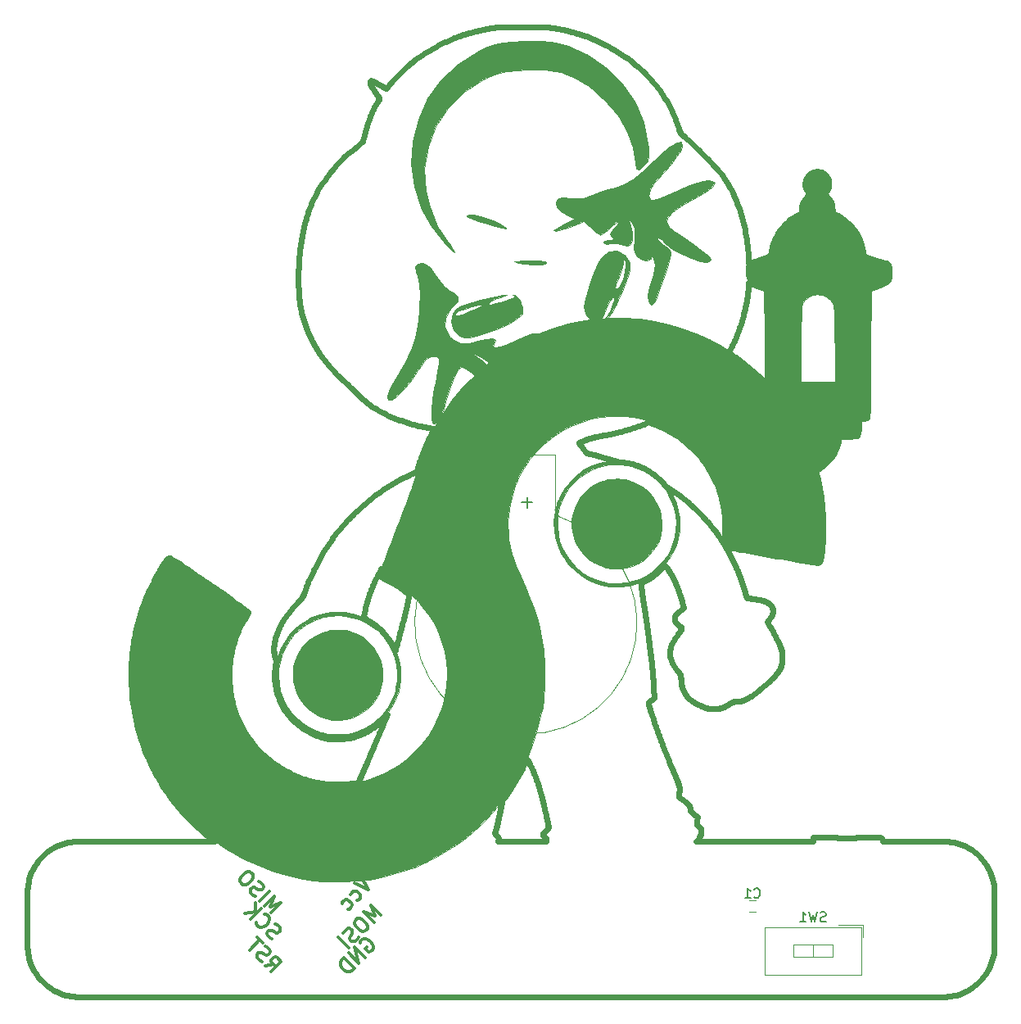
<source format=gbr>
G04 #@! TF.GenerationSoftware,KiCad,Pcbnew,(5.0.2)-1*
G04 #@! TF.CreationDate,2019-07-04T16:34:10-04:00*
G04 #@! TF.ProjectId,LuffyBadge2019_BSides,4c756666-7942-4616-9467-65323031395f,rev?*
G04 #@! TF.SameCoordinates,Original*
G04 #@! TF.FileFunction,Legend,Bot*
G04 #@! TF.FilePolarity,Positive*
%FSLAX46Y46*%
G04 Gerber Fmt 4.6, Leading zero omitted, Abs format (unit mm)*
G04 Created by KiCad (PCBNEW (5.0.2)-1) date 7/4/2019 4:34:10 PM*
%MOMM*%
%LPD*%
G01*
G04 APERTURE LIST*
%ADD10C,0.600000*%
%ADD11C,0.300000*%
%ADD12C,0.010000*%
%ADD13C,0.120000*%
%ADD14C,0.150000*%
G04 APERTURE END LIST*
D10*
X178830506Y-60513648D02*
X178812163Y-60486407D01*
X178333644Y-59644025D02*
X178341460Y-59623599D01*
X178975847Y-60824671D02*
X178966370Y-60794195D01*
X178322754Y-59753136D02*
X178321133Y-59730205D01*
X178348600Y-59852003D02*
X178339210Y-59826108D01*
X178327691Y-59664845D02*
X178333644Y-59644025D01*
X178321424Y-59707882D02*
X178323614Y-59686113D01*
X178879934Y-60595235D02*
X178864362Y-60567989D01*
X178584755Y-60206270D02*
X178552998Y-60167827D01*
X179031485Y-61100984D02*
X179026217Y-61062603D01*
X178984696Y-60855879D02*
X178975847Y-60824671D01*
X178864362Y-60567989D02*
X178847896Y-60540817D01*
X178321133Y-59730205D02*
X178321424Y-59707882D01*
X178331781Y-59801035D02*
X178326300Y-59776728D01*
X178966370Y-60794195D02*
X178956234Y-60764378D01*
X178992944Y-60887893D02*
X178984696Y-60855879D01*
X178373310Y-59906469D02*
X178359963Y-59878772D01*
X178705120Y-60346577D02*
X178680440Y-60317375D01*
X178751121Y-60403526D02*
X178728670Y-60375270D01*
X178388654Y-59935146D02*
X178373310Y-59906469D01*
X178495754Y-60095110D02*
X178470243Y-60060730D01*
X178812163Y-60486407D02*
X178792837Y-60459022D01*
X179014384Y-60989499D02*
X179007758Y-60954630D01*
X179000622Y-60920786D02*
X178992944Y-60887893D01*
X179026217Y-61062603D02*
X179020527Y-61025465D01*
X178406008Y-59964858D02*
X178388654Y-59935146D01*
X178446790Y-60027596D02*
X178425382Y-59995656D01*
X178772500Y-60431419D02*
X178751121Y-60403526D01*
X178792837Y-60459022D02*
X178772500Y-60431419D01*
X178470243Y-60060730D02*
X178446790Y-60027596D01*
X178523335Y-60130792D02*
X178495754Y-60095110D01*
X178894641Y-60622629D02*
X178879934Y-60595235D01*
X178728670Y-60375270D02*
X178705120Y-60346577D01*
X178323614Y-59686113D02*
X178327691Y-59664845D01*
X178326300Y-59776728D02*
X178322754Y-59753136D01*
X178552998Y-60167827D02*
X178523335Y-60130792D01*
X179007758Y-60954630D02*
X179000622Y-60920786D01*
X178339210Y-59826108D02*
X178331781Y-59801035D01*
X178359963Y-59878772D02*
X178348600Y-59852003D01*
X178618618Y-60246173D02*
X178584755Y-60206270D01*
X178654600Y-60287590D02*
X178618618Y-60246173D01*
X178847896Y-60540817D02*
X178830506Y-60513648D01*
X179020527Y-61025465D02*
X179014384Y-60989499D01*
X178908513Y-60650245D02*
X178894641Y-60622629D01*
X178945409Y-60735148D02*
X178933867Y-60706431D01*
X178956234Y-60764378D02*
X178945409Y-60735148D01*
X178921578Y-60678154D02*
X178908513Y-60650245D01*
X178933867Y-60706431D02*
X178921578Y-60678154D01*
X179036358Y-61140683D02*
X179031485Y-61100984D01*
X178425382Y-59995656D02*
X178406008Y-59964858D01*
X178680440Y-60317375D02*
X178654600Y-60287590D01*
X161042676Y-83768022D02*
X161359513Y-83906440D01*
X160721466Y-83639257D02*
X161042676Y-83768022D01*
X170261846Y-70490558D02*
X170276369Y-70395463D01*
X170376349Y-69536782D02*
X170384256Y-69439360D01*
X170139224Y-71169168D02*
X170159068Y-71070188D01*
X160066810Y-83411254D02*
X160396104Y-83520287D01*
X170410018Y-69041321D02*
X170415050Y-68939260D01*
X170367833Y-69633554D02*
X170376349Y-69536782D01*
X167527796Y-91023677D02*
X167563068Y-91147417D01*
X166775572Y-89107257D02*
X166930750Y-89428610D01*
X167452410Y-90775144D02*
X167490913Y-90899614D01*
X165436773Y-87044799D02*
X165653541Y-87318408D01*
X167076243Y-89756217D02*
X167211832Y-90089935D01*
X163436321Y-85133763D02*
X163710204Y-85344309D01*
X170159068Y-71070188D02*
X170178117Y-70972041D01*
X170178117Y-70972041D02*
X170196383Y-70874634D01*
X163710204Y-85344309D02*
X163977721Y-85563234D01*
X165653541Y-87318408D02*
X165862174Y-87599262D01*
X160396104Y-83520287D02*
X160721466Y-83639257D01*
X167211832Y-90089935D02*
X167337295Y-90429625D01*
X166610932Y-88792300D02*
X166775572Y-89107257D01*
X164238652Y-85790395D02*
X164492776Y-86025652D01*
X170391564Y-69341196D02*
X170398286Y-69242196D01*
X170327441Y-70016000D02*
X170338511Y-69920899D01*
X170118574Y-71269074D02*
X170139224Y-71169168D01*
X170290179Y-70300552D02*
X170303286Y-70205733D01*
X170230611Y-70681671D02*
X170246597Y-70585929D01*
X170213877Y-70777875D02*
X170230611Y-70681671D01*
X162281568Y-84378198D02*
X162578697Y-84553813D01*
X170315703Y-70110913D02*
X170327441Y-70016000D01*
X167659321Y-91517533D02*
X167688250Y-91640815D01*
X172265550Y-69655500D02*
X172293950Y-74524450D01*
X165862174Y-87599262D02*
X166062451Y-87887220D01*
X170358696Y-69729770D02*
X170367833Y-69633554D01*
X170398286Y-69242196D02*
X170404434Y-69142269D01*
X164739871Y-86268862D02*
X164979717Y-86519884D01*
X167628820Y-91394262D02*
X167659321Y-91517533D01*
X167563068Y-91147417D02*
X167596739Y-91270918D01*
X166930750Y-89428610D02*
X167076243Y-89756217D01*
X164979717Y-86519884D02*
X165212091Y-86778577D01*
X166062451Y-87887220D02*
X166254150Y-88182140D01*
X165212091Y-86778577D02*
X165436773Y-87044799D01*
X170196383Y-70874634D02*
X170213877Y-70777875D01*
X170276369Y-70395463D02*
X170290179Y-70300552D01*
X167596739Y-91270918D02*
X167628820Y-91394262D01*
X167490913Y-90899614D02*
X167527796Y-91023677D01*
X167337295Y-90429625D02*
X167452410Y-90775144D01*
X166254150Y-88182140D02*
X166437051Y-88483881D01*
X162870347Y-84738374D02*
X163156295Y-84931738D01*
X161979180Y-84211670D02*
X162281568Y-84378198D01*
X170338511Y-69920899D02*
X170348925Y-69825520D01*
X170303286Y-70205733D02*
X170315703Y-70110913D01*
X166437051Y-88483881D02*
X166610932Y-88792300D01*
X164492776Y-86025652D02*
X164739871Y-86268862D01*
X163977721Y-85563234D02*
X164238652Y-85790395D01*
X162578697Y-84553813D02*
X162870347Y-84738374D01*
X170246597Y-70585929D02*
X170261846Y-70490558D01*
X161671754Y-84054370D02*
X161979180Y-84211670D01*
X163156295Y-84931738D02*
X163436321Y-85133763D01*
X161359513Y-83906440D02*
X161671754Y-84054370D01*
X171298160Y-69298410D02*
X172265550Y-69655500D01*
X170404434Y-69142269D02*
X170410018Y-69041321D01*
X170384256Y-69439360D02*
X170391564Y-69341196D01*
X170348925Y-69825520D02*
X170358696Y-69729770D01*
X170027677Y-71679808D02*
X170051669Y-71575272D01*
X170002821Y-71785733D02*
X170027677Y-71679808D01*
X169977089Y-71893139D02*
X170002821Y-71785733D01*
X169950470Y-72002120D02*
X169977089Y-71893139D01*
X169835587Y-72446768D02*
X169874812Y-72299530D01*
X169669306Y-73026105D02*
X169712290Y-72882698D01*
X168781635Y-76491700D02*
X168673307Y-76418331D01*
X169754329Y-72738345D02*
X169795427Y-72593037D01*
X169186805Y-74409660D02*
X169239413Y-74275329D01*
X168606282Y-75706397D02*
X168668838Y-75580426D01*
X168542713Y-75831572D02*
X168606282Y-75706397D01*
X169528210Y-77024616D02*
X169422839Y-76946421D01*
X168997053Y-76640515D02*
X168889551Y-76565762D01*
X170856765Y-78103084D02*
X170757391Y-78016069D01*
X169391387Y-73867057D02*
X169440106Y-73729183D01*
X169712290Y-72882698D02*
X169754329Y-72738345D01*
X169317034Y-76868913D02*
X169210799Y-76792092D01*
X170557192Y-77844057D02*
X170456375Y-77759061D01*
X170253327Y-77591097D02*
X170151103Y-77508130D01*
X169291043Y-74140124D02*
X169341700Y-74004035D01*
X169210799Y-76792092D02*
X169104137Y-76715959D01*
X168908999Y-75068432D02*
X168966540Y-74938371D01*
X169422839Y-76946421D02*
X169317034Y-76868913D01*
X168730384Y-75453651D02*
X168790924Y-75326065D01*
X170757391Y-78016069D02*
X170657532Y-77929727D01*
X169874812Y-72299530D02*
X169913105Y-72151316D01*
X169795427Y-72593037D02*
X169835587Y-72446768D01*
X170955651Y-78190770D02*
X170856765Y-78103084D01*
X169580492Y-73310106D02*
X169625375Y-73168572D01*
X168966540Y-74938371D02*
X169023088Y-74807470D01*
X168790924Y-75326065D02*
X168850461Y-75197661D01*
X170657532Y-77929727D02*
X170557192Y-77844057D01*
X169239413Y-74275329D02*
X169291043Y-74140124D01*
X168345900Y-76202390D02*
X168412526Y-76079561D01*
X169440106Y-73729183D02*
X169487861Y-73590404D01*
X168850461Y-75197661D02*
X168908999Y-75068432D01*
X168668838Y-75580426D02*
X168730384Y-75453651D01*
X168889551Y-76565762D02*
X168781635Y-76491700D01*
X169633143Y-77103495D02*
X169528210Y-77024616D01*
X170355086Y-77674741D02*
X170253327Y-77591097D01*
X170048418Y-77425842D02*
X169945276Y-77344233D01*
X170456375Y-77759061D02*
X170355086Y-77674741D01*
X169945276Y-77344233D02*
X169841680Y-77263305D01*
X169737634Y-77183059D02*
X169633143Y-77103495D01*
X169913105Y-72151316D02*
X169950470Y-72002120D01*
X168564573Y-76345655D02*
X168455436Y-76273675D01*
X169625375Y-73168572D02*
X169669306Y-73026105D01*
X169534655Y-73450714D02*
X169580492Y-73310106D01*
X169341700Y-74004035D02*
X169391387Y-73867057D01*
X168478129Y-75955958D02*
X168542713Y-75831572D01*
X169104137Y-76715959D02*
X168997053Y-76640515D01*
X170151103Y-77508130D02*
X170048418Y-77425842D01*
X169133217Y-74543122D02*
X169186805Y-74409660D01*
X168455436Y-76273675D02*
X168345900Y-76202390D01*
X169841680Y-77263305D02*
X169737634Y-77183059D01*
X168412526Y-76079561D02*
X168478129Y-75955958D01*
X169078646Y-74675723D02*
X169133217Y-74543122D01*
X171054045Y-78279125D02*
X170955651Y-78190770D01*
X169023088Y-74807470D02*
X169078646Y-74675723D01*
X170097105Y-71369998D02*
X170118574Y-71269074D01*
X168673307Y-76418331D02*
X168564573Y-76345655D01*
X170074808Y-71472033D02*
X170097105Y-71369998D01*
X169487861Y-73590404D02*
X169534655Y-73450714D01*
X170051669Y-71575272D02*
X170074808Y-71472033D01*
X172276868Y-79386631D02*
X172274350Y-79393414D01*
X171646815Y-78834612D02*
X171611091Y-78800535D01*
X171682087Y-78868135D02*
X171646815Y-78834612D01*
X171849840Y-79025819D02*
X171817609Y-78995763D01*
X171881309Y-79055043D02*
X171849840Y-79025819D01*
X172099383Y-79253212D02*
X172075880Y-79232340D01*
X172298804Y-78209761D02*
X172297861Y-78363147D01*
X171998518Y-79162665D02*
X171970618Y-79137243D01*
X172051200Y-79210260D02*
X172025395Y-79187020D01*
X172296789Y-78507316D02*
X172295590Y-78641924D01*
X172258339Y-79385247D02*
X172249443Y-79379019D01*
X172300887Y-76244424D02*
X172301299Y-76471112D01*
X172212802Y-79350474D02*
X172197443Y-79337827D01*
X172287727Y-79159533D02*
X172285790Y-79229567D01*
X172301692Y-77115087D02*
X172301547Y-77316573D01*
X172285790Y-79229567D02*
X172283734Y-79287636D01*
X172294265Y-78766627D02*
X172292815Y-78881083D01*
X171151942Y-78368149D02*
X171054045Y-78279125D01*
X171751064Y-78933336D02*
X171716854Y-78901059D01*
X172279272Y-79366512D02*
X172276868Y-79386631D01*
X172075880Y-79232340D02*
X172051200Y-79210260D01*
X172297861Y-78363147D02*
X172296789Y-78507316D01*
X172238854Y-79371116D02*
X172226623Y-79361586D01*
X172301570Y-76692013D02*
X172301700Y-76906786D01*
X171249339Y-78457840D02*
X171151942Y-78368149D01*
X171970618Y-79137243D02*
X171941749Y-79110801D01*
X172292815Y-78881083D02*
X172291241Y-78984948D01*
X171346232Y-78548199D02*
X171249339Y-78457840D01*
X171538490Y-78730910D02*
X171442617Y-78639222D01*
X171817609Y-78995763D02*
X171784666Y-78964919D01*
X172249443Y-79379019D02*
X172238854Y-79371116D01*
X172297805Y-75286685D02*
X172298793Y-75533082D01*
X172301299Y-76471112D02*
X172301570Y-76692013D01*
X172283734Y-79287636D02*
X172281561Y-79333399D01*
X171611091Y-78800535D02*
X171574965Y-78765953D01*
X171784666Y-78964919D02*
X171751064Y-78933336D01*
X172197443Y-79337827D02*
X172180598Y-79323693D01*
X172301547Y-77316573D02*
X172301266Y-77510901D01*
X171911962Y-79083385D02*
X171881309Y-79055043D01*
X172025395Y-79187020D02*
X171998518Y-79162665D01*
X172295590Y-78641924D02*
X172294265Y-78766627D01*
X172142653Y-79291148D02*
X172121658Y-79272831D01*
X172300300Y-77876707D02*
X172299617Y-78047500D01*
X171941749Y-79110801D02*
X171911962Y-79083385D01*
X172121658Y-79272831D02*
X172099383Y-79253212D01*
X172162317Y-79308118D02*
X172142653Y-79291148D01*
X172226623Y-79361586D02*
X172212802Y-79350474D01*
X172299617Y-78047500D02*
X172298804Y-78209761D01*
X172265490Y-79389753D02*
X172258339Y-79385247D01*
X172270844Y-79392491D02*
X172265490Y-79389753D01*
X172274350Y-79393414D02*
X172270844Y-79392491D01*
X172300849Y-77697726D02*
X172300300Y-77876707D01*
X172300333Y-76012295D02*
X172300887Y-76244424D01*
X172281561Y-79333399D02*
X172279272Y-79366512D01*
X172291241Y-78984948D02*
X172289545Y-79077879D01*
X172289545Y-79077879D02*
X172287727Y-79159533D01*
X172301700Y-76906786D02*
X172301692Y-77115087D01*
X172299636Y-75775066D02*
X172300333Y-76012295D01*
X172298793Y-75533082D02*
X172299636Y-75775066D01*
X171442617Y-78639222D02*
X171346232Y-78548199D01*
X171574965Y-78765953D02*
X171538490Y-78730910D01*
X172180598Y-79323693D02*
X172162317Y-79308118D01*
X172301266Y-77510901D02*
X172300849Y-77697726D01*
X171716854Y-78901059D02*
X171682087Y-78868135D01*
X170880471Y-69137618D02*
X170910820Y-69149764D01*
X171099863Y-69223751D02*
X171132369Y-69236194D01*
X171035638Y-69198930D02*
X171067613Y-69211327D01*
X170910820Y-69149764D02*
X170941528Y-69161976D01*
X170526371Y-68989310D02*
X170550501Y-68999881D01*
X148524485Y-42555718D02*
X148405370Y-42553530D01*
X175913700Y-61808430D02*
X175342680Y-62069910D01*
X149565947Y-42587896D02*
X149476802Y-42583836D01*
X171003954Y-69186567D02*
X171035638Y-69198930D01*
X170575211Y-69010620D02*
X170600484Y-69021520D01*
X170941528Y-69161976D02*
X170972579Y-69174246D01*
X148756019Y-42560655D02*
X148641429Y-42558093D01*
X170734710Y-69078152D02*
X170763007Y-69089850D01*
X148284268Y-42551530D02*
X148161362Y-42549718D01*
X147783661Y-42545405D02*
X147655377Y-42544343D01*
X170763007Y-69089850D02*
X170791749Y-69101654D01*
X170626304Y-69032572D02*
X170652654Y-69043770D01*
X149287226Y-42576277D02*
X149187162Y-42572778D01*
X171067613Y-69211327D02*
X171099863Y-69223751D01*
X170850498Y-69125545D02*
X170880471Y-69137618D01*
X170550501Y-68999881D02*
X170575211Y-69010620D01*
X149383834Y-42579963D02*
X149287226Y-42576277D01*
X147396338Y-42542783D02*
X147265948Y-42542284D01*
X147526208Y-42543469D02*
X147396338Y-42542783D01*
X149732033Y-42596578D02*
X149651085Y-42592143D01*
X170652654Y-69043770D02*
X170679516Y-69055104D01*
X148161362Y-42549718D02*
X148036837Y-42548093D01*
X148641429Y-42558093D02*
X148524485Y-42555718D01*
X149476802Y-42583836D02*
X149383834Y-42579963D01*
X171264624Y-69285992D02*
X171298160Y-69298410D01*
X147655377Y-42544343D02*
X147526208Y-42543469D01*
X171231260Y-69273554D02*
X171264624Y-69285992D01*
X148977401Y-42566342D02*
X148868071Y-42563405D01*
X170791749Y-69101654D02*
X170820918Y-69113555D01*
X171165115Y-69248647D02*
X171198084Y-69261103D01*
X172296669Y-75036218D02*
X172297805Y-75286685D01*
X172295384Y-74782026D02*
X172296669Y-75036218D01*
X170415030Y-68939260D02*
X170436001Y-68948870D01*
X149651085Y-42592143D02*
X149565947Y-42587896D01*
X149808606Y-42601199D02*
X149732033Y-42596578D01*
X170600484Y-69021520D02*
X170626304Y-69032572D01*
X170479923Y-68968705D02*
X170502840Y-68978915D01*
X149083826Y-42569466D02*
X148977401Y-42566342D01*
X172293950Y-74524450D02*
X172295384Y-74782026D01*
X148405370Y-42553530D02*
X148284268Y-42551530D01*
X170502840Y-68978915D02*
X170526371Y-68989310D01*
X147265948Y-42542284D02*
X147135225Y-42541973D01*
X148868071Y-42563405D02*
X148756019Y-42560655D01*
X149880622Y-42606007D02*
X149808606Y-42601199D01*
X170972579Y-69174246D02*
X171003954Y-69186567D01*
X147004350Y-42541850D02*
X147004570Y-42541910D01*
X170457637Y-68958688D02*
X170479923Y-68968705D01*
X171132369Y-69236194D02*
X171165115Y-69248647D01*
X170820918Y-69113555D02*
X170850498Y-69125545D01*
X170679516Y-69055104D02*
X170706874Y-69066568D01*
X175913700Y-61294250D02*
X175913700Y-61808430D01*
X170706874Y-69066568D02*
X170734710Y-69078152D01*
X148036837Y-42548093D02*
X147910875Y-42546655D01*
X147135225Y-42541973D02*
X147004350Y-42541850D01*
X149187162Y-42572778D02*
X149083826Y-42569466D01*
X171198084Y-69261103D02*
X171231260Y-69273554D01*
X170436001Y-68948870D02*
X170457637Y-68958688D01*
X149947897Y-42611002D02*
X149880622Y-42606007D01*
X147910875Y-42546655D02*
X147783661Y-42545405D01*
X151543239Y-42910500D02*
X151421926Y-42881411D01*
X153580170Y-43505150D02*
X153491173Y-43472891D01*
X151421926Y-42881411D02*
X151301960Y-42853301D01*
X152158442Y-43067669D02*
X152035353Y-43034954D01*
X159797929Y-47429926D02*
X159605487Y-47241703D01*
X157896324Y-45819015D02*
X157664058Y-45653349D01*
X153491173Y-43472891D02*
X153397568Y-43440090D01*
X151911957Y-43002795D02*
X151788586Y-42971276D01*
X152280894Y-43100856D02*
X152158442Y-43067669D01*
X157664058Y-45653349D02*
X157428228Y-45490783D01*
X151067395Y-42800355D02*
X150953458Y-42775688D01*
X157428228Y-45490783D02*
X157189006Y-45331437D01*
X152872012Y-43270912D02*
X152757710Y-43236633D01*
X156452711Y-44873901D02*
X156201643Y-44728620D01*
X159605487Y-47241703D02*
X159407931Y-47055511D01*
X151183673Y-42826254D02*
X151067395Y-42800355D01*
X154911783Y-44061791D02*
X154648112Y-43941173D01*
X158349475Y-46159174D02*
X158124854Y-45987663D01*
X155433943Y-44316132D02*
X155173784Y-44186817D01*
X152641116Y-43202404D02*
X152522562Y-43168308D01*
X153092418Y-43339280D02*
X152983692Y-43305156D01*
X155948044Y-44587152D02*
X155692087Y-44449617D01*
X156201643Y-44728620D02*
X155948044Y-44587152D01*
X158998168Y-46689695D02*
X158786304Y-46510308D01*
X159205434Y-46871468D02*
X158998168Y-46689695D01*
X152983692Y-43305156D02*
X152872012Y-43270912D01*
X155692087Y-44449617D02*
X155433943Y-44316132D01*
X156701075Y-45022877D02*
X156452711Y-44873901D01*
X153848800Y-43606950D02*
X153580170Y-43505150D01*
X157189006Y-45331437D02*
X156946564Y-45175428D01*
X159407931Y-47055511D02*
X159205434Y-46871468D01*
X150067488Y-42621552D02*
X150010247Y-42616184D01*
X150010247Y-42616184D02*
X149947897Y-42611002D01*
X155173784Y-44186817D02*
X154911783Y-44061791D01*
X152402377Y-43134431D02*
X152280894Y-43100856D01*
X150119437Y-42627108D02*
X150067488Y-42621552D01*
X150527728Y-42691032D02*
X150430455Y-42673793D01*
X159985085Y-47620062D02*
X159797929Y-47429926D01*
X151301960Y-42853301D02*
X151183673Y-42826254D01*
X152522562Y-43168308D02*
X152402377Y-43134431D01*
X154382943Y-43825081D02*
X154116448Y-43713633D01*
X154116448Y-43713633D02*
X153848800Y-43606950D01*
X160342852Y-48005594D02*
X160166784Y-47811991D01*
X151665569Y-42940483D02*
X151543239Y-42910500D01*
X160166784Y-47811991D02*
X159985085Y-47620062D01*
X150165910Y-42632850D02*
X150119437Y-42627108D01*
X158786304Y-46510308D02*
X158570016Y-46333429D01*
X153197860Y-43373200D02*
X153092418Y-43339280D01*
X152035353Y-43034954D02*
X151911957Y-43002795D01*
X152757710Y-43236633D02*
X152641116Y-43202404D01*
X158124854Y-45987663D02*
X157896324Y-45819015D01*
X154648112Y-43941173D02*
X154382943Y-43825081D01*
X150249215Y-42644618D02*
X150165910Y-42632850D01*
X150337507Y-42658294D02*
X150249215Y-42644618D01*
X150430455Y-42673793D02*
X150337507Y-42658294D01*
X153299687Y-43406832D02*
X153197860Y-43373200D01*
X153397568Y-43440090D02*
X153299687Y-43406832D01*
X156946564Y-45175428D02*
X156701075Y-45022877D01*
X151788586Y-42971276D02*
X151665569Y-42940483D01*
X158570016Y-46333429D02*
X158349475Y-46159174D01*
X150628996Y-42709925D02*
X150527728Y-42691032D01*
X150733927Y-42730388D02*
X150628996Y-42709925D01*
X150842192Y-42752337D02*
X150733927Y-42730388D01*
X150953458Y-42775688D02*
X150842192Y-42752337D01*
X163203360Y-53131430D02*
X163158016Y-52978558D01*
X163614925Y-53760817D02*
X163586920Y-53738268D01*
X163381119Y-53536920D02*
X163366444Y-53517147D01*
X163303655Y-53411808D02*
X163292730Y-53388792D01*
X160513118Y-48200754D02*
X160342852Y-48005594D01*
X160677410Y-48397350D02*
X160513118Y-48200754D01*
X160784720Y-48530580D02*
X160677410Y-48397350D01*
X162689760Y-51720785D02*
X162619107Y-51561213D01*
X162823413Y-52039162D02*
X162757886Y-51880146D01*
X163586920Y-53738268D02*
X163560472Y-53716437D01*
X163644557Y-53784179D02*
X163614925Y-53760817D01*
X160996165Y-48804669D02*
X160890996Y-48666398D01*
X161599986Y-49678360D02*
X161502943Y-49528165D01*
X161971414Y-50293014D02*
X161881211Y-50137536D01*
X162886270Y-52197700D02*
X162823413Y-52039162D01*
X163675884Y-53808446D02*
X163644557Y-53784179D01*
X162392691Y-51082560D02*
X162312638Y-50923475D01*
X162545997Y-51401562D02*
X162470501Y-51241967D01*
X162946385Y-52355627D02*
X162886270Y-52197700D01*
X163708975Y-53833712D02*
X163675884Y-53808446D01*
X163489780Y-53654326D02*
X163468871Y-53634439D01*
X163213323Y-53165609D02*
X163203360Y-53131430D01*
X163292730Y-53388792D02*
X163282188Y-53364908D01*
X163535512Y-53695233D02*
X163511971Y-53674560D01*
X163396660Y-53556479D02*
X163381119Y-53536920D01*
X161304331Y-49232871D02*
X161202904Y-49088039D01*
X163109576Y-52824408D02*
X163058110Y-52669114D01*
X160890996Y-48666398D02*
X160784720Y-48530580D01*
X161789191Y-49983178D02*
X161695426Y-49830075D01*
X163271960Y-53340065D02*
X163261977Y-53314167D01*
X163366444Y-53517147D02*
X163352568Y-53497067D01*
X162470501Y-51241967D02*
X162392691Y-51082560D01*
X163511971Y-53674560D02*
X163489780Y-53654326D01*
X161100159Y-48945260D02*
X160996165Y-48804669D01*
X161202904Y-49088039D02*
X161100159Y-48945260D01*
X161404367Y-49379624D02*
X161304331Y-49232871D01*
X161502943Y-49528165D02*
X161404367Y-49379624D01*
X162146086Y-50606802D02*
X162059729Y-50449481D01*
X163223116Y-53198174D02*
X163213323Y-53165609D01*
X163430618Y-53595327D02*
X163413136Y-53575917D01*
X162312638Y-50923475D02*
X162230413Y-50764844D01*
X163158016Y-52978558D02*
X163109576Y-52824408D01*
X163261977Y-53314167D02*
X163252171Y-53287123D01*
X163468871Y-53634439D02*
X163449173Y-53614803D01*
X163315032Y-53434050D02*
X163303655Y-53411808D01*
X163339419Y-53476587D02*
X163326930Y-53455612D01*
X161695426Y-49830075D02*
X161599986Y-49678360D01*
X163232809Y-53229220D02*
X163223116Y-53198174D01*
X163352568Y-53497067D02*
X163339419Y-53476587D01*
X163242471Y-53258838D02*
X163232809Y-53229220D01*
X162059729Y-50449481D02*
X161971414Y-50293014D01*
X163058110Y-52669114D02*
X163003689Y-52512810D01*
X162230413Y-50764844D02*
X162146086Y-50606802D01*
X163003689Y-52512810D02*
X162946385Y-52355627D01*
X163282188Y-53364908D02*
X163271960Y-53340065D01*
X163413136Y-53575917D02*
X163396660Y-53556479D01*
X163743900Y-53860070D02*
X163708975Y-53833712D01*
X163449173Y-53614803D02*
X163430618Y-53595327D01*
X161881211Y-50137536D02*
X161789191Y-49983178D01*
X162619107Y-51561213D02*
X162545997Y-51401562D01*
X163252171Y-53287123D02*
X163242471Y-53258838D01*
X162757886Y-51880146D02*
X162689760Y-51720785D01*
X163326930Y-53455612D02*
X163315032Y-53434050D01*
X163560472Y-53716437D02*
X163535512Y-53695233D01*
X169521884Y-61605846D02*
X169423341Y-61306977D01*
X165735986Y-55758702D02*
X165580550Y-55601163D01*
X166630994Y-56686895D02*
X166490336Y-56538312D01*
X170279783Y-65189387D02*
X170236336Y-64843936D01*
X167422426Y-57559288D02*
X167335708Y-57458349D01*
X165890976Y-55916792D02*
X165735986Y-55758702D01*
X167238864Y-57348151D02*
X167132701Y-57229512D01*
X167335708Y-57458349D02*
X167238864Y-57348151D01*
X169788525Y-62531759D02*
X169704517Y-62218387D01*
X168182705Y-58625407D02*
X168034021Y-58391260D01*
X168860001Y-59892644D02*
X168733494Y-59626829D01*
X167723758Y-57943467D02*
X167562260Y-57730120D01*
X170317975Y-65538173D02*
X170279783Y-65189387D01*
X168733494Y-59626829D02*
X168602470Y-59367048D01*
X169704517Y-62218387D02*
X169615623Y-61909699D01*
X168466970Y-59113451D02*
X168327035Y-58866187D01*
X168602470Y-59367048D02*
X168466970Y-59113451D01*
X170236336Y-64843936D02*
X170187676Y-64501971D01*
X170350872Y-65890144D02*
X170317975Y-65538173D01*
X167562260Y-57730120D02*
X167498212Y-57650151D01*
X166345199Y-56386193D02*
X166196388Y-56231355D01*
X166895646Y-56970181D02*
X166766366Y-56831124D01*
X169099298Y-60441775D02*
X168981949Y-60164342D01*
X167018026Y-57103250D02*
X166895646Y-56970181D01*
X167498212Y-57650151D02*
X167422426Y-57559288D01*
X167881025Y-58163897D02*
X167723758Y-57943467D01*
X169423341Y-61306977D02*
X169320035Y-61013242D01*
X170378432Y-66245151D02*
X170350872Y-65890144D01*
X170417380Y-66963670D02*
X170400615Y-66603043D01*
X163809245Y-53911249D02*
X163743900Y-53860070D01*
X163886242Y-53975240D02*
X163809245Y-53911249D01*
X163974084Y-54051227D02*
X163886242Y-53975240D01*
X164824904Y-54850344D02*
X164683727Y-54713277D01*
X164071966Y-54138392D02*
X163974084Y-54051227D01*
X169212007Y-60724791D02*
X169099298Y-60441775D01*
X169320035Y-61013242D02*
X169212007Y-60724791D01*
X164179079Y-54235918D02*
X164071966Y-54138392D01*
X164294619Y-54342987D02*
X164179079Y-54235918D01*
X169867606Y-62849666D02*
X169788525Y-62531759D01*
X164417778Y-54458781D02*
X164294619Y-54342987D01*
X168981949Y-60164342D02*
X168860001Y-59892644D01*
X164547749Y-54582484D02*
X164417778Y-54458781D01*
X167132701Y-57229512D02*
X167018026Y-57103250D01*
X166490336Y-56538312D02*
X166345199Y-56386193D01*
X164683727Y-54713277D02*
X164547749Y-54582484D01*
X170400615Y-66603043D02*
X170378432Y-66245151D01*
X164970473Y-54992866D02*
X164824904Y-54850344D01*
X166044712Y-56074615D02*
X165890976Y-55916792D01*
X166196388Y-56231355D02*
X166044712Y-56074615D01*
X166766366Y-56831124D02*
X166630994Y-56686895D01*
X168034021Y-58391260D02*
X167881025Y-58163897D01*
X168327035Y-58866187D02*
X168182705Y-58625407D01*
X169615623Y-61909699D02*
X169521884Y-61605846D01*
X169941719Y-63171957D02*
X169867606Y-62849666D01*
X170510371Y-66942557D02*
X170460307Y-66954528D01*
X170133843Y-64163640D02*
X170074879Y-63829094D01*
X170187676Y-64501971D02*
X170133843Y-64163640D01*
X170460307Y-66954528D02*
X170417380Y-66963670D01*
X165119630Y-55140026D02*
X164970473Y-54992866D01*
X170074879Y-63829094D02*
X170010824Y-63498483D01*
X170010824Y-63498483D02*
X169941719Y-63171957D01*
X165271565Y-55291008D02*
X165119630Y-55140026D01*
X165425475Y-55444992D02*
X165271565Y-55291008D01*
X165580550Y-55601163D02*
X165425475Y-55444992D01*
X170697918Y-66891528D02*
X170629725Y-66910870D01*
X170771059Y-66870102D02*
X170697918Y-66891528D01*
X170848600Y-66846779D02*
X170771059Y-66870102D01*
X170929994Y-66821745D02*
X170848600Y-66846779D01*
X171014692Y-66795188D02*
X170929994Y-66821745D01*
X171102148Y-66767293D02*
X171014692Y-66795188D01*
X172689524Y-66044957D02*
X172682414Y-66064456D01*
X171191813Y-66738248D02*
X171102148Y-66767293D01*
X171835347Y-66518378D02*
X171745546Y-66550255D01*
X172675284Y-66082959D02*
X172668146Y-66100419D01*
X172880672Y-65147962D02*
X172848841Y-65281726D01*
X172756432Y-65805336D02*
X172750291Y-65832255D01*
X172632839Y-66170456D02*
X172625951Y-66180686D01*
X172848841Y-65281726D02*
X172822642Y-65414719D01*
X171375583Y-66677450D02*
X171283141Y-66708238D01*
X172625951Y-66180686D02*
X172619152Y-66189550D01*
X172661016Y-66116790D02*
X172653906Y-66132026D01*
X171468592Y-66646072D02*
X171375583Y-66677450D01*
X172822642Y-65414719D02*
X172802250Y-65546700D01*
X171561621Y-66614289D02*
X171468592Y-66646072D01*
X171654121Y-66582288D02*
X171561621Y-66614289D01*
X172682414Y-66064456D02*
X172675284Y-66082959D01*
X172372502Y-66315256D02*
X172309397Y-66340823D01*
X172429603Y-66291337D02*
X172372502Y-66315256D01*
X172798165Y-65576337D02*
X172793796Y-65605857D01*
X172612457Y-66197000D02*
X172605880Y-66202990D01*
X172653906Y-66132026D02*
X172646831Y-66146079D01*
X172793796Y-65605857D02*
X172789157Y-65635213D01*
X172737546Y-65884445D02*
X172730970Y-65909624D01*
X171745546Y-66550255D02*
X171654121Y-66582288D01*
X171922977Y-66486843D02*
X171835347Y-66518378D01*
X172240836Y-66367850D02*
X172167366Y-66396153D01*
X172480152Y-66269253D02*
X172429603Y-66291337D01*
X172619152Y-66189550D02*
X172612457Y-66197000D01*
X172605880Y-66202990D02*
X172587014Y-66215871D01*
X172668146Y-66100419D02*
X172661016Y-66116790D01*
X172724275Y-65934131D02*
X172717477Y-65957919D01*
X172743991Y-65858640D02*
X172737546Y-65884445D01*
X172802250Y-65546700D02*
X172798165Y-65576337D01*
X172784262Y-65664361D02*
X172779125Y-65693253D01*
X172917959Y-65013668D02*
X172880672Y-65147962D01*
X172730970Y-65909624D02*
X172724275Y-65934131D01*
X172703625Y-66003153D02*
X172696599Y-66024507D01*
X172007889Y-66455836D02*
X171922977Y-66486843D01*
X172167366Y-66396153D02*
X172089534Y-66425544D01*
X172523602Y-66249189D02*
X172480152Y-66269253D01*
X172750291Y-65832255D02*
X172743991Y-65858640D01*
X172696599Y-66024507D02*
X172689524Y-66044957D01*
X172779125Y-65693253D02*
X172773760Y-65721842D01*
X172559405Y-66231333D02*
X172523602Y-66249189D01*
X172309397Y-66340823D02*
X172240836Y-66367850D01*
X172710589Y-65980942D02*
X172703625Y-66003153D01*
X172762399Y-65777930D02*
X172756432Y-65805336D01*
X172646831Y-66146079D02*
X172639804Y-66158905D01*
X172789157Y-65635213D02*
X172784262Y-65664361D01*
X172089534Y-66425544D02*
X172007889Y-66455836D01*
X172639804Y-66158905D02*
X172632839Y-66170456D01*
X172768180Y-65750084D02*
X172762399Y-65777930D01*
X172773760Y-65721842D02*
X172768180Y-65750084D01*
X170567027Y-66927942D02*
X170510371Y-66942557D01*
X172587014Y-66215871D02*
X172559405Y-66231333D01*
X171283141Y-66708238D02*
X171191813Y-66738248D01*
X172717477Y-65957919D02*
X172710589Y-65980942D01*
X170629725Y-66910870D02*
X170567027Y-66927942D01*
X173180051Y-64342710D02*
X173118132Y-64476029D01*
X174112622Y-62989999D02*
X174012024Y-63099925D01*
X176370713Y-60247532D02*
X176337785Y-60288357D01*
X175980913Y-60799023D02*
X175971865Y-60824424D01*
X176100528Y-60578211D02*
X176083553Y-60602870D01*
X176200919Y-60449687D02*
X176178691Y-60476316D01*
X173316906Y-64079072D02*
X173246368Y-64210310D01*
X175924783Y-61048556D02*
X175921697Y-61080210D01*
X173391488Y-63949235D02*
X173316906Y-64079072D01*
X175971865Y-60824424D02*
X175963576Y-60850247D01*
X174215678Y-62883649D02*
X174112622Y-62989999D01*
X175963576Y-60850247D02*
X175956022Y-60876560D01*
X174991104Y-62259588D02*
X174875773Y-62334150D01*
X175915590Y-61181653D02*
X175914524Y-61217856D01*
X176083553Y-60602870D02*
X176067555Y-60627339D01*
X174012024Y-63099925D02*
X173914061Y-63213185D01*
X175917125Y-61146690D02*
X175915590Y-61181653D01*
X176001386Y-60749219D02*
X175990745Y-60773978D01*
X174321016Y-62781115D02*
X174215678Y-62883649D01*
X176264589Y-60375693D02*
X176224270Y-60422460D01*
X174428461Y-62682639D02*
X174321016Y-62781115D01*
X175919152Y-61112899D02*
X175917125Y-61146690D01*
X175932675Y-60988082D02*
X175928434Y-61017870D01*
X176038397Y-60675980D02*
X176025187Y-60700288D01*
X176052511Y-60651686D02*
X176038397Y-60675980D01*
X174648963Y-62498829D02*
X174537835Y-62588464D01*
X174875773Y-62334150D02*
X174761667Y-62413977D01*
X175921697Y-61080210D02*
X175919152Y-61112899D01*
X176224270Y-60422460D02*
X176200919Y-60449687D01*
X176067555Y-60627339D02*
X176052511Y-60651686D01*
X176302419Y-60331034D02*
X176264589Y-60375693D01*
X173060787Y-64610026D02*
X173008193Y-64744459D01*
X173246368Y-64210310D02*
X173180051Y-64342710D01*
X173469940Y-63821042D02*
X173391488Y-63949235D01*
X174537835Y-62588464D02*
X174428461Y-62682639D01*
X175342680Y-62069910D02*
X175224733Y-62127226D01*
X175224733Y-62127226D02*
X175107482Y-62190533D01*
X176118505Y-60553294D02*
X176100528Y-60578211D01*
X175928434Y-61017870D02*
X175924783Y-61048556D01*
X175937530Y-60959125D02*
X175932675Y-60988082D01*
X182285410Y-66261380D02*
X182205310Y-65705350D01*
X176137509Y-60528051D02*
X176118505Y-60553294D01*
X176157563Y-60502415D02*
X176137509Y-60528051D01*
X176178691Y-60476316D02*
X176157563Y-60502415D01*
X176337785Y-60288357D02*
X176302419Y-60331034D01*
X183373720Y-66616400D02*
X182285410Y-66261380D01*
X176025187Y-60700288D02*
X176012858Y-60724678D01*
X175914524Y-61217856D02*
X175913902Y-61255365D01*
X175943024Y-60930931D02*
X175937530Y-60959125D01*
X175949180Y-60903432D02*
X175943024Y-60930931D01*
X175990745Y-60773978D02*
X175980913Y-60799023D01*
X173552084Y-63694735D02*
X173469940Y-63821042D01*
X174761667Y-62413977D02*
X174648963Y-62498829D01*
X173637745Y-63570554D02*
X173552084Y-63694735D01*
X173726745Y-63448741D02*
X173637745Y-63570554D01*
X173818910Y-63329538D02*
X173726745Y-63448741D01*
X173914061Y-63213185D02*
X173818910Y-63329538D01*
X175107482Y-62190533D02*
X174991104Y-62259588D01*
X175913902Y-61255365D02*
X175913700Y-61294250D01*
X176012858Y-60724678D02*
X176001386Y-60749219D01*
X175956022Y-60876560D02*
X175949180Y-60903432D01*
X172960524Y-64879087D02*
X172917959Y-65013668D01*
X173008193Y-64744459D02*
X172960524Y-64879087D01*
X173118132Y-64476029D02*
X173060787Y-64610026D01*
X176310261Y-59128791D02*
X176319056Y-59152915D01*
X176566866Y-59653329D02*
X176575437Y-59683315D01*
X176556365Y-59622631D02*
X176566866Y-59653329D01*
X176495573Y-59490159D02*
X176513539Y-59524986D01*
X176328557Y-59177085D02*
X176338772Y-59201343D01*
X176270213Y-58592702D02*
X176266583Y-58624537D01*
X176373785Y-59275052D02*
X176386938Y-59300070D01*
X176529676Y-59558588D02*
X176543960Y-59591094D01*
X176454258Y-59416319D02*
X176475804Y-59453980D01*
X176266583Y-58624537D02*
X176263497Y-58655595D01*
X176349710Y-59225729D02*
X176361378Y-59250285D01*
X176263497Y-58655595D02*
X176260963Y-58685918D01*
X176294758Y-59080518D02*
X176302165Y-59104672D01*
X176256758Y-58772889D02*
X176256515Y-58800683D01*
X176401228Y-60208432D02*
X176370713Y-60247532D01*
X176429355Y-60170927D02*
X176401228Y-60208432D01*
X176455121Y-60134891D02*
X176429355Y-60170927D01*
X176264357Y-58932532D02*
X176267793Y-58957766D01*
X176259376Y-58881052D02*
X176261554Y-58906975D01*
X176589912Y-59798707D02*
X176588452Y-59827058D01*
X176325311Y-58331170D02*
X176295316Y-58442346D01*
X176256865Y-58827947D02*
X176257816Y-58854723D01*
X176571475Y-59912969D02*
X176561532Y-59942320D01*
X176588452Y-59827058D02*
X176584909Y-59855467D01*
X176256515Y-58800683D02*
X176256865Y-58827947D01*
X176257816Y-58854723D02*
X176259376Y-58881052D01*
X176464085Y-58037511D02*
X176410252Y-58128682D01*
X176257585Y-58744524D02*
X176256758Y-58772889D01*
X176478549Y-60100194D02*
X176455121Y-60134891D01*
X176281983Y-59031936D02*
X176288034Y-59056286D01*
X176260963Y-58685918D02*
X176258990Y-58715548D01*
X176543960Y-59591094D02*
X176556365Y-59622631D01*
X176499667Y-60066709D02*
X176478549Y-60100194D01*
X176261554Y-58906975D02*
X176264357Y-58932532D01*
X176549406Y-59972241D02*
X176535069Y-60002861D01*
X176518498Y-60034308D02*
X176499667Y-60066709D01*
X176475804Y-59453980D02*
X176495573Y-59490159D01*
X176361378Y-59250285D02*
X176373785Y-59275052D01*
X176561532Y-59942320D02*
X176549406Y-59972241D01*
X176513539Y-59524986D02*
X176529676Y-59558588D01*
X176271871Y-58982718D02*
X176276598Y-59007427D01*
X176535069Y-60002861D02*
X176518498Y-60034308D01*
X176276598Y-59007427D02*
X176281983Y-59031936D01*
X176400847Y-59325382D02*
X176415518Y-59351028D01*
X176524751Y-57953148D02*
X176464085Y-58037511D01*
X176295316Y-58442346D02*
X176274380Y-58560050D01*
X176579258Y-59884061D02*
X176571475Y-59912969D01*
X176589315Y-59770286D02*
X176589912Y-59798707D01*
X176584909Y-59855467D02*
X176579258Y-59884061D01*
X176430960Y-59377050D02*
X176454258Y-59416319D01*
X176274380Y-58560050D02*
X176270213Y-58592702D01*
X176267793Y-58957766D02*
X176271871Y-58982718D01*
X176302165Y-59104672D02*
X176310261Y-59128791D01*
X176415518Y-59351028D02*
X176430960Y-59377050D01*
X176410252Y-58128682D02*
X176363809Y-58226592D01*
X176586687Y-59741665D02*
X176589315Y-59770286D01*
X176582052Y-59712718D02*
X176586687Y-59741665D01*
X176258990Y-58715548D02*
X176257585Y-58744524D01*
X176363809Y-58226592D02*
X176325311Y-58331170D01*
X176575437Y-59683315D02*
X176582052Y-59712718D01*
X176386938Y-59300070D02*
X176400847Y-59325382D01*
X176319056Y-59152915D02*
X176328557Y-59177085D01*
X176288034Y-59056286D02*
X176294758Y-59080518D01*
X176338772Y-59201343D02*
X176349710Y-59225729D01*
X176742175Y-57741616D02*
X176664352Y-57805130D01*
X176824602Y-57685191D02*
X176742175Y-57741616D01*
X178533891Y-59399532D02*
X178553348Y-59371949D01*
X178698416Y-58506519D02*
X178691210Y-58463224D01*
X178447317Y-59487189D02*
X178469600Y-59468000D01*
X178696165Y-58956655D02*
X178702192Y-58912288D01*
X178235079Y-57737348D02*
X178150380Y-57678998D01*
X177384705Y-57499459D02*
X177286337Y-57511870D01*
X177483782Y-57494629D02*
X177384705Y-57499459D01*
X178061935Y-57628791D02*
X177970301Y-57586658D01*
X178391111Y-59544776D02*
X178408060Y-59525523D01*
X178660031Y-59126294D02*
X178670832Y-59085332D01*
X177876035Y-57552527D02*
X177779693Y-57526329D01*
X178704215Y-58550537D02*
X178698416Y-58506519D01*
X178711668Y-58640195D02*
X178708626Y-58595141D01*
X178426800Y-59506345D02*
X178447317Y-59487189D01*
X178680466Y-59043314D02*
X178688917Y-59000376D01*
X177093951Y-57559157D02*
X177001047Y-57593891D01*
X177189233Y-57531793D02*
X177093951Y-57559157D01*
X178589193Y-59310467D02*
X178605544Y-59276840D01*
X178469600Y-59468000D02*
X178491998Y-59447694D01*
X178150380Y-57678998D02*
X178061935Y-57628791D01*
X177286337Y-57511870D02*
X177189233Y-57531793D01*
X178713358Y-58685561D02*
X178711668Y-58640195D01*
X177779693Y-57526329D02*
X177681833Y-57507994D01*
X178571789Y-59342215D02*
X178589193Y-59310467D01*
X178648083Y-59166063D02*
X178660031Y-59126294D01*
X178513434Y-59424825D02*
X178533891Y-59399532D01*
X178341460Y-59623599D02*
X178351127Y-59603515D01*
X177970301Y-57586658D02*
X177876035Y-57552527D01*
X178713716Y-58731103D02*
X178713358Y-58685561D01*
X178391012Y-57878758D02*
X178315475Y-57803911D01*
X178682579Y-58420790D02*
X178672504Y-58379352D01*
X178605544Y-59276840D02*
X178620821Y-59241473D01*
X178553348Y-59371949D02*
X178571789Y-59342215D01*
X178672504Y-58379352D02*
X178660966Y-58339048D01*
X178582898Y-58153705D02*
X178525280Y-58053585D01*
X178710508Y-58822166D02*
X178712759Y-58776683D01*
X178351127Y-59603515D02*
X178362632Y-59583718D01*
X178691210Y-58463224D02*
X178682579Y-58420790D01*
X178660966Y-58339048D02*
X178647948Y-58300015D01*
X178633430Y-58262390D02*
X178582898Y-58153705D01*
X178688917Y-59000376D02*
X178696165Y-58956655D01*
X178315475Y-57803911D02*
X178235079Y-57737348D01*
X178461132Y-57961960D02*
X178391012Y-57878758D01*
X178491998Y-59447694D02*
X178513434Y-59424825D01*
X178702192Y-58912288D02*
X178706979Y-58867413D01*
X178620821Y-59241473D02*
X178635007Y-59204502D01*
X178706979Y-58867413D02*
X178710508Y-58822166D01*
X178408060Y-59525523D02*
X178426800Y-59506345D01*
X178708626Y-58595141D02*
X178704215Y-58550537D01*
X178670832Y-59085332D02*
X178680466Y-59043314D01*
X176911079Y-57635926D02*
X176824602Y-57685191D01*
X177583010Y-57497450D02*
X177483782Y-57494629D01*
X177681833Y-57507994D02*
X177583010Y-57497450D01*
X178712759Y-58776683D02*
X178713716Y-58731103D01*
X178635007Y-59204502D02*
X178648083Y-59166063D01*
X178375965Y-59564156D02*
X178391111Y-59544776D01*
X177001047Y-57593891D02*
X176911079Y-57635926D01*
X178362632Y-59583718D02*
X178375965Y-59564156D01*
X178647948Y-58300015D02*
X178633430Y-58262390D01*
X176591692Y-57875665D02*
X176524751Y-57953148D01*
X178525280Y-58053585D02*
X178461132Y-57961960D01*
X176664352Y-57805130D02*
X176591692Y-57875665D01*
X134729169Y-100759790D02*
X134794203Y-100808697D01*
X134555128Y-104407066D02*
X134505283Y-104599289D01*
X134245601Y-105572575D02*
X134191737Y-105769000D01*
X135176496Y-101111462D02*
X135238880Y-101163441D01*
X135163255Y-101867675D02*
X135126085Y-102036782D01*
X134505283Y-104599289D02*
X134454710Y-104792451D01*
X135087857Y-102208158D02*
X135048593Y-102381708D01*
X134403431Y-104986455D02*
X134351471Y-105181208D01*
X134792598Y-103463345D02*
X134746750Y-103649452D01*
X134837576Y-103278746D02*
X134792598Y-103463345D01*
X135008318Y-102557338D02*
X134967055Y-102734952D01*
X134597983Y-100663343D02*
X134663762Y-100711338D01*
X135050581Y-101008790D02*
X135113729Y-101059910D01*
X133500344Y-106310720D02*
X133450195Y-106230136D01*
X134652537Y-104025812D02*
X134604220Y-104215875D01*
X133733598Y-106713785D02*
X133689512Y-106633505D01*
X135126085Y-102036782D02*
X135087857Y-102208158D01*
X133857050Y-106951934D02*
X133817437Y-106873105D01*
X134082273Y-106162856D02*
X134026718Y-106360098D01*
X134967055Y-102734952D02*
X134924828Y-102914454D01*
X134923146Y-100907858D02*
X134987053Y-100958104D01*
X134794203Y-100808697D02*
X134858863Y-100858054D01*
X133776263Y-106793686D02*
X133733598Y-106713785D01*
X133549420Y-106391455D02*
X133500344Y-106310720D01*
X134298853Y-105376613D02*
X134245601Y-105572575D01*
X135238880Y-101163441D02*
X135300880Y-101215844D01*
X134746750Y-103649452D02*
X134700055Y-103836973D01*
X134191737Y-105769000D02*
X134137287Y-105965792D01*
X134858863Y-100858054D02*
X134923146Y-100907858D01*
X134987053Y-100958104D02*
X135050581Y-101008790D01*
X133817437Y-106873105D02*
X133776263Y-106793686D01*
X135048593Y-102381708D02*
X135008318Y-102557338D01*
X135113729Y-101059910D02*
X135176496Y-101111462D01*
X135234326Y-101536650D02*
X135199343Y-101700933D01*
X133597353Y-106472234D02*
X133549420Y-106391455D01*
X133644074Y-106552953D02*
X133597353Y-106472234D01*
X135199343Y-101700933D02*
X135163255Y-101867675D01*
X134454710Y-104792451D02*
X134403431Y-104986455D01*
X133689512Y-106633505D02*
X133644074Y-106552953D01*
X133970647Y-106557421D02*
X133914083Y-106754732D01*
X135268179Y-101374922D02*
X135234326Y-101536650D01*
X133914083Y-106754732D02*
X133857050Y-106951934D01*
X134924828Y-102914454D02*
X134881661Y-103095751D01*
X134700055Y-103836973D02*
X134652537Y-104025812D01*
X134881661Y-103095751D02*
X134837576Y-103278746D01*
X134663762Y-100711338D02*
X134729169Y-100759790D01*
X134026718Y-106360098D02*
X133970647Y-106557421D01*
X134137287Y-105965792D02*
X134082273Y-106162856D01*
X134351471Y-105181208D02*
X134298853Y-105376613D01*
X134604220Y-104215875D02*
X134555128Y-104407066D01*
X135300880Y-101215844D02*
X135268179Y-101374922D01*
X134465316Y-100568745D02*
X134531834Y-100615811D01*
X134398430Y-100522148D02*
X134465316Y-100568745D01*
X134331178Y-100476025D02*
X134398430Y-100522148D01*
X133989471Y-100252649D02*
X134058534Y-100296346D01*
X134263561Y-100430380D02*
X134331178Y-100476025D01*
X132196995Y-99197557D02*
X132195880Y-99204553D01*
X134195580Y-100385216D02*
X134263561Y-100430380D01*
X133156151Y-99779536D02*
X133206440Y-99805604D01*
X132692020Y-99529502D02*
X132734193Y-99553010D01*
X132195880Y-99204553D02*
X132195359Y-99210061D01*
X132651051Y-99506478D02*
X132692020Y-99529502D01*
X132195359Y-99210061D02*
X132195445Y-99214048D01*
X133920050Y-100209448D02*
X133989471Y-100252649D01*
X134058534Y-100296346D02*
X134127238Y-100340536D01*
X132225832Y-99091745D02*
X132220407Y-99109526D01*
X132375185Y-99344735D02*
X132403959Y-99362383D01*
X132260423Y-99270221D02*
X132279257Y-99283156D01*
X132200960Y-99179223D02*
X132198693Y-99189103D01*
X133850271Y-100166748D02*
X133920050Y-100209448D01*
X133424188Y-99921273D02*
X133496078Y-99960889D01*
X132913495Y-99651059D02*
X132960617Y-99676368D01*
X132777498Y-99576962D02*
X132821865Y-99601315D01*
X132200704Y-99222390D02*
X132207817Y-99229572D01*
X132211056Y-99141339D02*
X132207154Y-99155310D01*
X132215478Y-99126067D02*
X132211056Y-99141339D01*
X134127238Y-100340536D02*
X134195580Y-100385216D01*
X133780138Y-100124552D02*
X133850271Y-100166748D01*
X133567619Y-100001029D02*
X133638811Y-100041689D01*
X132960617Y-99676368D02*
X133008515Y-99701911D01*
X132195445Y-99214048D02*
X132196150Y-99216484D01*
X132220407Y-99109526D02*
X132215478Y-99126067D01*
X132821865Y-99601315D02*
X132867221Y-99626028D01*
X133709651Y-100082864D02*
X133780138Y-100124552D01*
X132536079Y-99440732D02*
X132573009Y-99462052D01*
X133638811Y-100041689D02*
X133709651Y-100082864D01*
X132500637Y-99420064D02*
X132536079Y-99440732D01*
X132229432Y-99247596D02*
X132243791Y-99258354D01*
X133351951Y-99882184D02*
X133424188Y-99921273D01*
X132734193Y-99553010D02*
X132777498Y-99576962D01*
X132279257Y-99283156D02*
X132300222Y-99297116D01*
X133206440Y-99805604D02*
X133279368Y-99843626D01*
X132867221Y-99626028D02*
X132913495Y-99651059D01*
X132611357Y-99483981D02*
X132651051Y-99506478D01*
X132434506Y-99380848D02*
X132466756Y-99400088D01*
X132403959Y-99362383D02*
X132434506Y-99380848D01*
X132196150Y-99216484D02*
X132200704Y-99222390D01*
X132207154Y-99155310D02*
X132203785Y-99167948D01*
X132348257Y-99327948D02*
X132375185Y-99344735D01*
X132323246Y-99312061D02*
X132348257Y-99327948D01*
X132300222Y-99297116D02*
X132323246Y-99312061D01*
X132198693Y-99189103D02*
X132196995Y-99197557D01*
X133496078Y-99960889D02*
X133567619Y-100001029D01*
X133106353Y-99753537D02*
X133156151Y-99779536D01*
X133279368Y-99843626D02*
X133351951Y-99882184D01*
X132573009Y-99462052D02*
X132611357Y-99483981D01*
X132243791Y-99258354D02*
X132260423Y-99270221D01*
X133057118Y-99727648D02*
X133106353Y-99753537D01*
X132217417Y-99237988D02*
X132229432Y-99247596D01*
X133008515Y-99701911D02*
X133057118Y-99727648D01*
X132203785Y-99167948D02*
X132200960Y-99179223D01*
X132466756Y-99400088D02*
X132500637Y-99420064D01*
X132207817Y-99229572D02*
X132217417Y-99237988D01*
X134531834Y-100615811D02*
X134597983Y-100663343D01*
X132231740Y-99072758D02*
X132225832Y-99091745D01*
X159752806Y-83535838D02*
X159910464Y-83474029D01*
X158274973Y-84047543D02*
X158444569Y-83994598D01*
X154307521Y-84973294D02*
X154368977Y-84956502D01*
X156684449Y-84481213D02*
X156867032Y-84436784D01*
X153810982Y-85130204D02*
X153885971Y-85104696D01*
X132369859Y-98664347D02*
X132358198Y-98697690D01*
X157582547Y-84249734D02*
X157757786Y-84200617D01*
X156500357Y-84524716D02*
X156684449Y-84481213D01*
X132394023Y-98595573D02*
X132381805Y-98630298D01*
X170415050Y-68939260D02*
X170415050Y-68939260D01*
X159910464Y-83474029D02*
X160066860Y-83411214D01*
X159593874Y-83596644D02*
X159752806Y-83535838D01*
X159433653Y-83656453D02*
X159593874Y-83596644D01*
X159272133Y-83715269D02*
X159433653Y-83656453D01*
X153885971Y-85104696D02*
X153960335Y-85079951D01*
X153960335Y-85079951D02*
X154033639Y-85056129D01*
X154573660Y-84909824D02*
X154773543Y-84875334D01*
X158779638Y-83885799D02*
X158945138Y-83829938D01*
X158444569Y-83994598D02*
X158612786Y-83940685D01*
X153660874Y-85182866D02*
X153735804Y-85156315D01*
X158103986Y-84099525D02*
X158274973Y-84047543D01*
X157048121Y-84391426D02*
X157227728Y-84345135D01*
X155748654Y-84689568D02*
X155938906Y-84649721D01*
X155168409Y-84803704D02*
X155363418Y-84766555D01*
X153735804Y-85156315D02*
X153810982Y-85130204D01*
X154426756Y-84941598D02*
X154480420Y-84928743D01*
X154175319Y-85011900D02*
X154242823Y-84991814D01*
X154105445Y-85033392D02*
X154175319Y-85011900D01*
X155556829Y-84728511D02*
X155748654Y-84689568D01*
X154529533Y-84918098D02*
X154573660Y-84909824D01*
X132238118Y-99052594D02*
X132231740Y-99072758D01*
X132244954Y-99031286D02*
X132238118Y-99052594D01*
X132304590Y-98852706D02*
X132294895Y-98881151D01*
X156314745Y-84567300D02*
X156500357Y-84524716D01*
X157227728Y-84345135D02*
X157405865Y-84297905D01*
X132252236Y-99008865D02*
X132244954Y-99031286D01*
X132314643Y-98823366D02*
X132304590Y-98852706D01*
X132381805Y-98630298D02*
X132369859Y-98664347D01*
X132406500Y-98560204D02*
X132394023Y-98595573D01*
X157757786Y-84200617D02*
X157931594Y-84150548D01*
X158945138Y-83829938D02*
X159109299Y-83773096D01*
X154971788Y-84839963D02*
X155168409Y-84803704D01*
X154033639Y-85056129D02*
X154105445Y-85033392D01*
X154368977Y-84956502D02*
X154426756Y-84941598D01*
X132259951Y-98985361D02*
X132252236Y-99008865D01*
X132268087Y-98960807D02*
X132259951Y-98985361D01*
X132276631Y-98935233D02*
X132268087Y-98960807D01*
X132294895Y-98881151D02*
X132285571Y-98908670D01*
X132285571Y-98908670D02*
X132276631Y-98935233D01*
X155938906Y-84649721D02*
X156127599Y-84608966D01*
X155363418Y-84766555D02*
X155556829Y-84728511D01*
X154480420Y-84928743D02*
X154529533Y-84918098D01*
X132325043Y-98793164D02*
X132314643Y-98823366D01*
X159109299Y-83773096D02*
X159272133Y-83715269D01*
X154773543Y-84875334D02*
X154971788Y-84839963D01*
X157931594Y-84150548D02*
X158103986Y-84099525D01*
X154242823Y-84991814D02*
X154307521Y-84973294D01*
X132335777Y-98762129D02*
X132325043Y-98793164D01*
X132346833Y-98730294D02*
X132335777Y-98762129D01*
X132358198Y-98697690D02*
X132346833Y-98730294D01*
X158612786Y-83940685D02*
X158779638Y-83885799D01*
X157405865Y-84297905D02*
X157582547Y-84249734D01*
X156867032Y-84436784D02*
X157048121Y-84391426D01*
X156127599Y-84608966D02*
X156314745Y-84567300D01*
X154397322Y-86760307D02*
X154279033Y-86729815D01*
X153021173Y-85437280D02*
X153069633Y-85415159D01*
X152863288Y-85524763D02*
X152882155Y-85510886D01*
X153765177Y-86609437D02*
X153721937Y-86602531D01*
X152907814Y-85495038D02*
X152939827Y-85477381D01*
X152882155Y-85510886D02*
X152907814Y-85495038D01*
X153122065Y-85912833D02*
X153084768Y-85865478D01*
X152869191Y-85581961D02*
X152857451Y-85564490D01*
X152885065Y-85604367D02*
X152869191Y-85581961D01*
X153049015Y-85819829D02*
X153015130Y-85776290D01*
X152983438Y-85735265D02*
X152954261Y-85697156D01*
X153508771Y-86391472D02*
X153473834Y-86349244D01*
X153360159Y-86210204D02*
X153320392Y-86161083D01*
X154787247Y-86863810D02*
X154652475Y-86827597D01*
X153892183Y-86635696D02*
X153822274Y-86620589D01*
X154652475Y-86827597D02*
X154522151Y-86792998D01*
X155349924Y-87018969D02*
X155207808Y-86979219D01*
X153372358Y-85290269D02*
X153441934Y-85263560D01*
X153305210Y-85316615D02*
X153372358Y-85290269D01*
X152977759Y-85458074D02*
X153021173Y-85437280D01*
X152954261Y-85697156D02*
X152927925Y-85662368D01*
X153084768Y-85865478D02*
X153049015Y-85819829D01*
X153437204Y-86304688D02*
X153399204Y-86258207D01*
X153646731Y-86553561D02*
X153625115Y-86529028D01*
X153688469Y-86597050D02*
X153678732Y-86587975D01*
X154066256Y-86676601D02*
X153973859Y-86654464D01*
X155207808Y-86979219D02*
X155065959Y-86939914D01*
X154279033Y-86729815D02*
X154168329Y-86701816D01*
X153122703Y-85391871D02*
X153179947Y-85367577D01*
X153473834Y-86349244D02*
X153437204Y-86304688D01*
X153625115Y-86529028D02*
X153600187Y-86500149D01*
X153678732Y-86587975D02*
X153664711Y-86573345D01*
X153721937Y-86602531D02*
X153693600Y-86600164D01*
X152857451Y-85564490D02*
X152850169Y-85552356D01*
X153069633Y-85415159D02*
X153122703Y-85391871D01*
X154168329Y-86701816D02*
X154066256Y-86676601D01*
X153973859Y-86654464D02*
X153892183Y-86635696D01*
X153320392Y-86161083D02*
X153280228Y-86111248D01*
X153693600Y-86600164D02*
X153688469Y-86597050D01*
X153015130Y-85776290D02*
X152983438Y-85735265D01*
X153822274Y-86620589D02*
X153765177Y-86609437D01*
X153179947Y-85367577D02*
X153240928Y-85342438D01*
X153200000Y-86011049D02*
X153160584Y-85961491D01*
X153664711Y-86573345D02*
X153646731Y-86553561D01*
X152939827Y-85477381D02*
X152977759Y-85458074D01*
X152851647Y-85536510D02*
X152863288Y-85524763D01*
X152847670Y-85545964D02*
X152851647Y-85536510D01*
X153160584Y-85961491D02*
X153122065Y-85912833D01*
X152850169Y-85552356D02*
X152847670Y-85545964D01*
X152904751Y-85631304D02*
X152885065Y-85604367D01*
X152927925Y-85662368D02*
X152904751Y-85631304D01*
X153239989Y-86061102D02*
X153200000Y-86011049D01*
X153541692Y-86430967D02*
X153508771Y-86391472D01*
X153399204Y-86258207D02*
X153360159Y-86210204D01*
X155065959Y-86939914D02*
X154925424Y-86901347D01*
X153572272Y-86467328D02*
X153541692Y-86430967D01*
X154522151Y-86792998D02*
X154397322Y-86760307D01*
X154925424Y-86901347D02*
X154787247Y-86863810D01*
X153600187Y-86500149D02*
X153572272Y-86467328D01*
X153586629Y-85209698D02*
X153660874Y-85182866D01*
X153513503Y-85236650D02*
X153586629Y-85209698D01*
X153441934Y-85263560D02*
X153513503Y-85236650D01*
X153280228Y-86111248D02*
X153239989Y-86061102D01*
X153240928Y-85342438D02*
X153305210Y-85316615D01*
X155900161Y-87176579D02*
X155767426Y-87137970D01*
X156555844Y-87376655D02*
X156468543Y-87348530D01*
X156695709Y-87424301D02*
X156631915Y-87402010D01*
X156782287Y-87458526D02*
X156746181Y-87443237D01*
X156819709Y-87483642D02*
X156818029Y-87482149D01*
X158259412Y-87677844D02*
X158158669Y-87655585D01*
X156806313Y-87472398D02*
X156804645Y-87471120D01*
X156807982Y-87473707D02*
X156806313Y-87472398D01*
X156824755Y-87488243D02*
X156823072Y-87486690D01*
X158158669Y-87655585D02*
X158056975Y-87635061D01*
X156828124Y-87491400D02*
X156826439Y-87489813D01*
X158056975Y-87635061D02*
X157954258Y-87616254D01*
X156850100Y-87512935D02*
X156848406Y-87511251D01*
X157639261Y-87569917D02*
X157531742Y-87557765D01*
X156839945Y-87502856D02*
X156838255Y-87501190D01*
X156845021Y-87507884D02*
X156843329Y-87506204D01*
X157312497Y-87538275D02*
X157200628Y-87530896D01*
X158458331Y-87727655D02*
X158359276Y-87701861D01*
X156972041Y-87520766D02*
X156855180Y-87517974D01*
X156816351Y-87480679D02*
X156814674Y-87479232D01*
X156823072Y-87486690D02*
X156821390Y-87485156D01*
X156826439Y-87489813D02*
X156824755Y-87488243D01*
X156848406Y-87511251D02*
X156846714Y-87509567D01*
X158751358Y-87815912D02*
X158654301Y-87784660D01*
X157531742Y-87557765D02*
X157422844Y-87547224D01*
X156818029Y-87482149D02*
X156816351Y-87480679D01*
X156851793Y-87514617D02*
X156850100Y-87512935D01*
X157745472Y-87583702D02*
X157639261Y-87569917D01*
X156846714Y-87509567D02*
X156845021Y-87507884D01*
X156855180Y-87517974D02*
X156853486Y-87516298D01*
X157954258Y-87616254D02*
X157850448Y-87599141D01*
X157422844Y-87547224D02*
X157312497Y-87538275D01*
X156746181Y-87443237D02*
X156695709Y-87424301D01*
X156149708Y-87250455D02*
X156027936Y-87214171D01*
X156468543Y-87348530D02*
X156371056Y-87317927D01*
X156812999Y-87477810D02*
X156811325Y-87476415D01*
X156829811Y-87493002D02*
X156828124Y-87491400D01*
X156836564Y-87499533D02*
X156834875Y-87497884D01*
X156841637Y-87504527D02*
X156839945Y-87502856D01*
X157087166Y-87525066D02*
X156972041Y-87520766D01*
X156843329Y-87506204D02*
X156841637Y-87504527D01*
X157200628Y-87530896D02*
X157087166Y-87525066D01*
X156834875Y-87497884D02*
X156833186Y-87496245D01*
X156831498Y-87494617D02*
X156829811Y-87493002D01*
X156027936Y-87214171D02*
X155900161Y-87176579D01*
X156264429Y-87285138D02*
X156149708Y-87250455D01*
X158654301Y-87784660D02*
X158556649Y-87755248D01*
X156631915Y-87402010D02*
X156555844Y-87376655D01*
X156802980Y-87469874D02*
X156782287Y-87458526D01*
X156821390Y-87485156D02*
X156819709Y-87483642D01*
X158359276Y-87701861D02*
X158259412Y-87677844D01*
X156838255Y-87501190D02*
X156836564Y-87499533D01*
X156804645Y-87471120D02*
X156802980Y-87469874D01*
X156809652Y-87475047D02*
X156807982Y-87473707D01*
X156833186Y-87496245D02*
X156831498Y-87494617D01*
X156814674Y-87479232D02*
X156812999Y-87477810D01*
X156853486Y-87516298D02*
X156851793Y-87514617D01*
X157850448Y-87599141D02*
X157745472Y-87583702D01*
X156811325Y-87476415D02*
X156809652Y-87475047D01*
X158556649Y-87755248D02*
X158458331Y-87727655D01*
X155491263Y-87058873D02*
X155349924Y-87018969D01*
X155630779Y-87098637D02*
X155491263Y-87058873D01*
X156371056Y-87317927D02*
X156264429Y-87285138D01*
X155767426Y-87137970D02*
X155630779Y-87098637D01*
X160798153Y-88967421D02*
X160735211Y-88916697D01*
X159039674Y-87920916D02*
X158943973Y-87884019D01*
X160341188Y-88624917D02*
X160272791Y-88578452D01*
X161438976Y-89561779D02*
X161384628Y-89505130D01*
X160062930Y-88442925D02*
X159991420Y-88399064D01*
X159609874Y-88183402D02*
X159514961Y-88134657D01*
X159420095Y-88087939D02*
X159325205Y-88043226D01*
X159800126Y-88287056D02*
X159704905Y-88234195D01*
X160982297Y-89123023D02*
X160921697Y-89070591D01*
X160203615Y-88532627D02*
X160133661Y-88487448D01*
X162001320Y-90125155D02*
X161949491Y-90093953D01*
X161949491Y-90093953D02*
X161897574Y-90062913D01*
X161492541Y-89618919D02*
X161438976Y-89561779D01*
X160475646Y-88719733D02*
X160408806Y-88672013D01*
X160921697Y-89070591D02*
X160860315Y-89018721D01*
X161384628Y-89505130D02*
X161329497Y-89448982D01*
X162412713Y-90380752D02*
X162361611Y-90348209D01*
X162666792Y-90546093D02*
X162616169Y-90512670D01*
X161545324Y-89676544D02*
X161492541Y-89618919D01*
X158943973Y-87884019D02*
X158847892Y-87849025D01*
X159230219Y-88000498D02*
X159135066Y-87959735D01*
X159325205Y-88043226D02*
X159230219Y-88000498D01*
X161845570Y-90032034D02*
X161797489Y-89971665D01*
X159514961Y-88134657D02*
X159420095Y-88087939D01*
X159704905Y-88234195D02*
X159609874Y-88183402D01*
X159895607Y-88342005D02*
X159800126Y-88287056D01*
X160606988Y-88817014D02*
X160541706Y-88768070D01*
X160735211Y-88916697D02*
X160671489Y-88866559D01*
X161597324Y-89734646D02*
X161545324Y-89676544D01*
X159991420Y-88399064D02*
X159895607Y-88342005D01*
X160272791Y-88578452D02*
X160203615Y-88532627D01*
X161748623Y-89911734D02*
X161698974Y-89852248D01*
X160541706Y-88768070D02*
X160475646Y-88719733D01*
X162156276Y-90219745D02*
X162104714Y-90188050D01*
X160671489Y-88866559D02*
X160606988Y-88817014D01*
X162207747Y-90251607D02*
X162156276Y-90219745D01*
X162767742Y-90613478D02*
X162717316Y-90579695D01*
X161042117Y-89176010D02*
X160982297Y-89123023D01*
X161897574Y-90062913D02*
X161845570Y-90032034D01*
X162616169Y-90512670D02*
X162565449Y-90479426D01*
X160408806Y-88672013D02*
X160341188Y-88624917D01*
X160133661Y-88487448D02*
X160062930Y-88442925D01*
X160860315Y-89018721D02*
X160798153Y-88967421D01*
X161101156Y-89229542D02*
X161042117Y-89176010D01*
X161698974Y-89852248D02*
X161648540Y-89793217D01*
X162310416Y-90315838D02*
X162259128Y-90283638D01*
X162361611Y-90348209D02*
X162310416Y-90315838D01*
X162463720Y-90413468D02*
X162412713Y-90380752D01*
X162514633Y-90446359D02*
X162463720Y-90413468D01*
X162565449Y-90479426D02*
X162514633Y-90446359D01*
X162053062Y-90156520D02*
X162001320Y-90125155D01*
X161159414Y-89283614D02*
X161101156Y-89229542D01*
X161216890Y-89338216D02*
X161159414Y-89283614D01*
X161273585Y-89393341D02*
X161216890Y-89338216D01*
X162104714Y-90188050D02*
X162053062Y-90156520D01*
X162717316Y-90579695D02*
X162666792Y-90546093D01*
X161329497Y-89448982D02*
X161273585Y-89393341D01*
X162818068Y-90647443D02*
X162767742Y-90613478D01*
X161648540Y-89793217D02*
X161597324Y-89734646D01*
X161797489Y-89971665D02*
X161748623Y-89911734D01*
X162259128Y-90283638D02*
X162207747Y-90251607D01*
X162868293Y-90681592D02*
X162818068Y-90647443D01*
X158847892Y-87849025D02*
X158751358Y-87815912D01*
X159135066Y-87959735D02*
X159039674Y-87920916D01*
X163413940Y-91069704D02*
X163364867Y-91033453D01*
X167004532Y-94719239D02*
X166968345Y-94669494D01*
X167436211Y-95343979D02*
X167400526Y-95290174D01*
X163512751Y-91144314D02*
X163413940Y-91069704D01*
X167257149Y-95077893D02*
X167221169Y-95025607D01*
X164414383Y-91911122D02*
X164293755Y-91801638D01*
X163615370Y-91224366D02*
X163512751Y-91144314D01*
X163942985Y-91494081D02*
X163830796Y-91399559D01*
X164293755Y-91801638D02*
X164174774Y-91695430D01*
X165031408Y-92496870D02*
X164907181Y-92375641D01*
X166859740Y-94522714D02*
X166781015Y-94419401D01*
X167542805Y-95507000D02*
X167507355Y-95452402D01*
X164783056Y-92256143D02*
X164659342Y-92138684D01*
X166515193Y-94089529D02*
X166417732Y-93973959D01*
X167221169Y-95025607D02*
X167185146Y-94973655D01*
X167185146Y-94973655D02*
X167149082Y-94922045D01*
X165877932Y-93367925D02*
X165761633Y-93243248D01*
X166211386Y-93736254D02*
X166103117Y-93614738D01*
X167507355Y-95452402D02*
X167471822Y-95398058D01*
X167328955Y-95183426D02*
X167293079Y-95130503D01*
X164659342Y-92138684D02*
X164536348Y-92023574D01*
X164907181Y-92375641D02*
X164783056Y-92256143D01*
X166417732Y-93973959D02*
X166316361Y-93856097D01*
X166608432Y-94202500D02*
X166515193Y-94089529D01*
X167293079Y-95130503D02*
X167257149Y-95077893D01*
X166932147Y-94620152D02*
X166895944Y-94571222D01*
X167076857Y-94819896D02*
X167040704Y-94769376D01*
X167112984Y-94870789D02*
X167076857Y-94819896D01*
X164174774Y-91695430D02*
X164057748Y-91592808D01*
X166781015Y-94419401D02*
X166697142Y-94312560D01*
X167364773Y-95236653D02*
X167328955Y-95183426D01*
X166316361Y-93856097D02*
X166211386Y-93736254D01*
X165155430Y-92619518D02*
X165031408Y-92496870D01*
X165278936Y-92743279D02*
X165155430Y-92619518D01*
X167471822Y-95398058D02*
X167436211Y-95343979D01*
X167648605Y-95672222D02*
X167613434Y-95616920D01*
X165523167Y-92992896D02*
X165401618Y-92867841D01*
X165643275Y-93118135D02*
X165523167Y-92992896D01*
X165991863Y-93491858D02*
X165877932Y-93367925D01*
X167613434Y-95616920D02*
X167578166Y-95561843D01*
X166103117Y-93614738D02*
X165991863Y-93491858D01*
X166968345Y-94669494D02*
X166932147Y-94620152D01*
X167149082Y-94922045D02*
X167112984Y-94870789D01*
X167578166Y-95561843D02*
X167542805Y-95507000D01*
X167400526Y-95290174D02*
X167364773Y-95236653D01*
X162968441Y-90750446D02*
X162918418Y-90715926D01*
X162918418Y-90715926D02*
X162868293Y-90681592D01*
X163018361Y-90785153D02*
X162968441Y-90750446D01*
X163068178Y-90820048D02*
X163018361Y-90785153D01*
X164536348Y-92023574D02*
X164414383Y-91911122D01*
X165761633Y-93243248D02*
X165643275Y-93118135D01*
X166895944Y-94571222D02*
X166859740Y-94522714D01*
X163117891Y-90855134D02*
X163068178Y-90820048D01*
X163721488Y-91309551D02*
X163615370Y-91224366D01*
X165401618Y-92867841D02*
X165278936Y-92743279D01*
X164057748Y-91592808D02*
X163942985Y-91494081D01*
X167040704Y-94769376D02*
X167004532Y-94719239D01*
X166697142Y-94312560D02*
X166608432Y-94202500D01*
X163167499Y-90890410D02*
X163117891Y-90855134D01*
X163830796Y-91399559D02*
X163721488Y-91309551D01*
X163217001Y-90925879D02*
X163167499Y-90890410D01*
X163266397Y-90961542D02*
X163217001Y-90925879D01*
X163315686Y-90997399D02*
X163266397Y-90961542D01*
X163364867Y-91033453D02*
X163315686Y-90997399D01*
X167938459Y-96050115D02*
X167941491Y-96076641D01*
X167847609Y-92511100D02*
X167864330Y-92637473D01*
X167857299Y-96008206D02*
X167822818Y-95951762D01*
X167919600Y-95585513D02*
X167919913Y-95633882D01*
X167864330Y-92637473D02*
X167879569Y-92764608D01*
X167829397Y-92385406D02*
X167847609Y-92511100D01*
X167788459Y-92135719D02*
X167809684Y-92260307D01*
X167822818Y-95951762D02*
X167788210Y-95895483D01*
X167891648Y-96064806D02*
X167857299Y-96008206D01*
X167925860Y-96121552D02*
X167891648Y-96064806D01*
X167959930Y-96178434D02*
X167925860Y-96121552D01*
X167921553Y-95319904D02*
X167920690Y-95376094D01*
X167926632Y-95888296D02*
X167928550Y-95924451D01*
X167920064Y-95430780D02*
X167919674Y-95483932D01*
X167934331Y-94886992D02*
X167931777Y-94952867D01*
X167952664Y-94096240D02*
X167952262Y-94237268D01*
X167715619Y-91764191D02*
X167741437Y-91887745D01*
X167945596Y-93682904D02*
X167949341Y-93819142D01*
X167809684Y-92260307D02*
X167829397Y-92385406D01*
X167928550Y-95924451D02*
X167930692Y-95958740D01*
X167919674Y-95483932D02*
X167919520Y-95535520D01*
X167920690Y-95376094D02*
X167920064Y-95430780D01*
X167741437Y-91887745D02*
X167765713Y-92011560D01*
X167955809Y-96162288D02*
X167959930Y-96178434D01*
X167933890Y-93414636D02*
X167940449Y-93548097D01*
X167951903Y-96144006D02*
X167955809Y-96162288D01*
X167919913Y-95633882D02*
X167920458Y-95680597D01*
X167944743Y-96101152D02*
X167948214Y-96123617D01*
X167905643Y-93021498D02*
X167916497Y-93151421D01*
X167920458Y-95680597D02*
X167921235Y-95725626D01*
X167941491Y-96076641D02*
X167944743Y-96101152D01*
X167940449Y-93548097D02*
X167945596Y-93682904D01*
X167948214Y-96123617D02*
X167951903Y-96144006D01*
X167935648Y-96021602D02*
X167938459Y-96050115D01*
X167922241Y-95768941D02*
X167923477Y-95810511D01*
X167922655Y-95262240D02*
X167921553Y-95319904D01*
X167927402Y-95080706D02*
X167925578Y-95142611D01*
X167929467Y-95017448D02*
X167927402Y-95080706D01*
X167937130Y-94819854D02*
X167934331Y-94886992D01*
X167951693Y-93956892D02*
X167952664Y-94096240D01*
X167950498Y-94380060D02*
X167947381Y-94524699D01*
X167949341Y-93819142D02*
X167951693Y-93956892D01*
X167947381Y-94524699D02*
X167942922Y-94671269D01*
X167923997Y-95203133D02*
X167922655Y-95262240D01*
X167930692Y-95958740D02*
X167933058Y-95991134D01*
X167924941Y-95850306D02*
X167926632Y-95888296D01*
X167919520Y-95535520D02*
X167919600Y-95585513D01*
X167925578Y-95142611D02*
X167923997Y-95203133D01*
X167931777Y-94952867D02*
X167929467Y-95017448D01*
X167952262Y-94237268D02*
X167950498Y-94380060D01*
X167893336Y-92892589D02*
X167905643Y-93021498D01*
X167925910Y-93282439D02*
X167933890Y-93414636D01*
X167942922Y-94671269D02*
X167937130Y-94819854D01*
X167688250Y-91640815D02*
X167715619Y-91764191D01*
X167916497Y-93151421D02*
X167925910Y-93282439D01*
X167765713Y-92011560D02*
X167788459Y-92135719D01*
X167921235Y-95725626D02*
X167922241Y-95768941D01*
X167879569Y-92764608D02*
X167893336Y-92892589D01*
X167933058Y-95991134D02*
X167935648Y-96021602D01*
X167923477Y-95810511D02*
X167924941Y-95850306D01*
X167683673Y-95727740D02*
X167648605Y-95672222D01*
X167718633Y-95783462D02*
X167683673Y-95727740D01*
X167753480Y-95839380D02*
X167718633Y-95783462D01*
X167788210Y-95895483D02*
X167753480Y-95839380D01*
X149606113Y-125451200D02*
X149595290Y-125464554D01*
X149158368Y-126078003D02*
X149169953Y-126095632D01*
X149148551Y-126060789D02*
X149158368Y-126078003D01*
X149518623Y-125546826D02*
X149503942Y-125560827D01*
X149456747Y-125603175D02*
X149439983Y-125617381D01*
X149173153Y-125861222D02*
X149160788Y-125878896D01*
X149134270Y-126027329D02*
X149140514Y-126043921D01*
X149376951Y-126314359D02*
X149385735Y-126324750D01*
X149635124Y-125411903D02*
X149626036Y-125424867D01*
X149422712Y-125631620D02*
X149404940Y-125645884D01*
X149488732Y-125574890D02*
X149472999Y-125589009D01*
X149264159Y-125764072D02*
X149242025Y-125784906D01*
X149393981Y-126335158D02*
X149401702Y-126345648D01*
X149367620Y-126303918D02*
X149376951Y-126314359D01*
X149626036Y-125424867D02*
X149616364Y-125437969D01*
X149546375Y-125519042D02*
X149532769Y-125532895D01*
X149126417Y-125978511D02*
X149127209Y-125994694D01*
X149221870Y-125804968D02*
X149203681Y-125824328D01*
X149140514Y-126043921D02*
X149148551Y-126060789D01*
X149324596Y-126260342D02*
X149336229Y-126271640D01*
X149203681Y-125824328D02*
X149187446Y-125843056D01*
X149127209Y-125994694D02*
X149129830Y-126010943D01*
X149242025Y-125784906D02*
X149221870Y-125804968D01*
X149401702Y-126345648D02*
X149408907Y-126356286D01*
X149336229Y-126271640D02*
X149347270Y-126282624D01*
X149160788Y-125878896D02*
X149150340Y-125896147D01*
X149571946Y-125491598D02*
X149559436Y-125505274D01*
X149595290Y-125464554D02*
X149583899Y-125478022D01*
X149215192Y-126151713D02*
X149233725Y-126171704D01*
X149150340Y-125896147D02*
X149141797Y-125913046D01*
X149421817Y-126378270D02*
X149427543Y-126389748D01*
X149385735Y-126324750D02*
X149393981Y-126335158D01*
X149503942Y-125560827D02*
X149488732Y-125574890D01*
X149312360Y-126248665D02*
X149324596Y-126260342D01*
X149135145Y-125929661D02*
X149130373Y-125946064D01*
X149583899Y-125478022D02*
X149571946Y-125491598D01*
X149559436Y-125505274D02*
X149546375Y-125519042D01*
X149288283Y-125742397D02*
X149264159Y-125764072D01*
X149643622Y-125399084D02*
X149635124Y-125411903D01*
X149404940Y-125645884D02*
X149372727Y-125671624D01*
X149532769Y-125532895D02*
X149518623Y-125546826D01*
X149372727Y-125671624D02*
X149342555Y-125696243D01*
X149439983Y-125617381D02*
X149422712Y-125631620D01*
X149314411Y-125719811D02*
X149288283Y-125742397D01*
X149415608Y-126367138D02*
X149421817Y-126378270D01*
X149408907Y-126356286D02*
X149415608Y-126367138D01*
X149347270Y-126282624D02*
X149357730Y-126293362D01*
X149253964Y-126192459D02*
X149275896Y-126214049D01*
X149233725Y-126171704D02*
X149253964Y-126192459D01*
X149198378Y-126132418D02*
X149215192Y-126151713D01*
X149187446Y-125843056D02*
X149173153Y-125861222D01*
X149183294Y-126113747D02*
X149198378Y-126132418D01*
X149127468Y-125962324D02*
X149126417Y-125978511D01*
X149342555Y-125696243D02*
X149314411Y-125719811D01*
X149651525Y-125386417D02*
X149643622Y-125399084D01*
X149129830Y-126010943D02*
X149134270Y-126027329D01*
X149141797Y-125913046D02*
X149135145Y-125929661D01*
X149616364Y-125437969D02*
X149606113Y-125451200D01*
X149357730Y-126293362D02*
X149367620Y-126303918D01*
X149130373Y-125946064D02*
X149127468Y-125962324D01*
X149299510Y-126236544D02*
X149312360Y-126248665D01*
X149472999Y-125589009D02*
X149456747Y-125603175D01*
X149275896Y-126214049D02*
X149299510Y-126236544D01*
X149169953Y-126095632D02*
X149183294Y-126113747D01*
X149312314Y-123373768D02*
X149342397Y-123504895D01*
X149044725Y-122261976D02*
X149072677Y-122372665D01*
X148438587Y-120285593D02*
X148488790Y-120425840D01*
X148683658Y-121003871D02*
X148730557Y-121151840D01*
X148078007Y-119369463D02*
X148130033Y-119492192D01*
X149686078Y-125144718D02*
X149692585Y-125189805D01*
X149677186Y-125090058D02*
X149686078Y-125144718D01*
X149535133Y-124375822D02*
X149558618Y-124486763D01*
X149601303Y-124692899D02*
X149620252Y-124786965D01*
X149580716Y-124592644D02*
X149601303Y-124692899D01*
X149484502Y-124141011D02*
X149510386Y-124260383D01*
X148285483Y-119877631D02*
X148336867Y-120011328D01*
X149372093Y-123635473D02*
X149401277Y-123764937D01*
X149220986Y-122982733D02*
X149251483Y-123112123D01*
X148730557Y-121151840D02*
X148776594Y-121300874D01*
X148776594Y-121300874D02*
X148821703Y-121450814D01*
X149342397Y-123504895D02*
X149372093Y-123635473D01*
X149281968Y-123242657D02*
X149312314Y-123373768D01*
X148336867Y-120011328D02*
X148387924Y-120147369D01*
X148587546Y-120711767D02*
X148635966Y-120857126D01*
X149072677Y-122372665D02*
X149101366Y-122487881D01*
X149130666Y-122607060D02*
X149160452Y-122729637D01*
X149251483Y-123112123D02*
X149281968Y-123242657D01*
X149017634Y-122156377D02*
X149044725Y-122261976D01*
X148635966Y-120857126D02*
X148683658Y-121003871D01*
X148908872Y-121752771D02*
X148950799Y-121904469D01*
X148865819Y-121601499D02*
X148908872Y-121752771D01*
X148025987Y-119249875D02*
X148078007Y-119369463D01*
X149558618Y-124486763D02*
X149580716Y-124592644D01*
X149658827Y-125373909D02*
X149651525Y-125386417D01*
X148538465Y-120567952D02*
X148587546Y-120711767D01*
X149697940Y-125249004D02*
X149697608Y-125259262D01*
X149652742Y-124954274D02*
X149666032Y-125026388D01*
X149665524Y-125361569D02*
X149658827Y-125373909D01*
X148387924Y-120147369D02*
X148438587Y-120285593D01*
X148130033Y-119492192D02*
X148181999Y-119617903D01*
X149696580Y-125224755D02*
X149697940Y-125249004D01*
X149510386Y-124260383D02*
X149535133Y-124375822D01*
X149457606Y-124018270D02*
X149484502Y-124141011D01*
X148181999Y-119617903D02*
X148233838Y-119746435D01*
X149637440Y-124874278D02*
X149652742Y-124954274D01*
X149160452Y-122729637D02*
X149190601Y-122855050D01*
X148821703Y-121450814D02*
X148865819Y-121601499D01*
X148233838Y-119746435D02*
X148285483Y-119877631D01*
X148488790Y-120425840D02*
X148538465Y-120567952D01*
X149697608Y-125259262D02*
X149696614Y-125269761D01*
X149671608Y-125349403D02*
X149665524Y-125361569D01*
X149666032Y-125026388D02*
X149677186Y-125090058D01*
X149429823Y-123892724D02*
X149457606Y-124018270D01*
X149677076Y-125337420D02*
X149671608Y-125349403D01*
X149681921Y-125325626D02*
X149677076Y-125337420D01*
X149686138Y-125314029D02*
X149681921Y-125325626D01*
X149689721Y-125302636D02*
X149686138Y-125314029D01*
X149190601Y-122855050D02*
X149220986Y-122982733D01*
X147974041Y-119133588D02*
X148025987Y-119249875D01*
X148991530Y-122056434D02*
X149017634Y-122156377D01*
X148950799Y-121904469D02*
X148991530Y-122056434D01*
X149692665Y-125291456D02*
X149689721Y-125302636D01*
X149696614Y-125269761D02*
X149694965Y-125280495D01*
X149620252Y-124786965D02*
X149637440Y-124874278D01*
X149694965Y-125280495D02*
X149692665Y-125291456D01*
X149101366Y-122487881D02*
X149130666Y-122607060D01*
X149401277Y-123764937D02*
X149429823Y-123892724D01*
X149692585Y-125189805D02*
X149696580Y-125224755D01*
X131319922Y-100805316D02*
X131374547Y-100665262D01*
X132056865Y-99180266D02*
X132125166Y-99052757D01*
X130899289Y-103776977D02*
X130893941Y-103771466D01*
X130845541Y-103723371D02*
X130840136Y-103718198D01*
X130979834Y-101792662D02*
X131023583Y-101651522D01*
X147520817Y-118261915D02*
X147569103Y-118341304D01*
X130724410Y-102769244D02*
X130755149Y-102631610D01*
X130850941Y-103728578D02*
X130845541Y-103723371D01*
X147922234Y-119020763D02*
X147974041Y-119133588D01*
X147870633Y-118911558D02*
X147922234Y-119020763D01*
X147819306Y-118806133D02*
X147870633Y-118911558D01*
X131989464Y-99309335D02*
X132056865Y-99180266D01*
X131266721Y-100945806D02*
X131319922Y-100805316D01*
X131116090Y-101368957D02*
X131164761Y-101227721D01*
X130787878Y-102493193D02*
X130822552Y-102354088D01*
X130925924Y-103805018D02*
X130920611Y-103799346D01*
X147667631Y-118514138D02*
X147717738Y-118607263D01*
X132125166Y-99052757D02*
X132194324Y-98926903D01*
X131923007Y-99439872D02*
X131989464Y-99309335D01*
X131546521Y-100248655D02*
X131606401Y-100111283D01*
X131069016Y-101510256D02*
X131116090Y-101368957D01*
X130755149Y-102631610D02*
X130787878Y-102493193D01*
X160066860Y-83411214D02*
X160066860Y-83411214D01*
X130872487Y-103749752D02*
X130867109Y-103744407D01*
X130834726Y-103713061D02*
X130829312Y-103707960D01*
X130888587Y-103765988D02*
X130883227Y-103760542D01*
X130909964Y-103788098D02*
X130904630Y-103782521D01*
X130915291Y-103793706D02*
X130909964Y-103788098D01*
X131857537Y-99571783D02*
X131923007Y-99439872D01*
X130877860Y-103755130D02*
X130872487Y-103749752D01*
X131667487Y-99974817D02*
X131729733Y-99839348D01*
X131164761Y-101227721D02*
X131214986Y-101086639D01*
X131214986Y-101086639D02*
X131266721Y-100945806D01*
X130856336Y-103733820D02*
X130850941Y-103728578D01*
X130829312Y-103707960D02*
X130823893Y-103702894D01*
X147768319Y-118704648D02*
X147819306Y-118806133D01*
X131023583Y-101651522D02*
X131069016Y-101510256D01*
X130818470Y-103697864D02*
X130572490Y-103470494D01*
X130897563Y-102074189D02*
X130937812Y-101933582D01*
X147717738Y-118607263D02*
X147768319Y-118704648D01*
X147618064Y-118425431D02*
X147667631Y-118514138D01*
X131729733Y-99839348D02*
X131793098Y-99704972D01*
X130920611Y-103799346D02*
X130915291Y-103793706D01*
X130893941Y-103771466D02*
X130888587Y-103765988D01*
X131487890Y-100386838D02*
X131546521Y-100248655D01*
X131374547Y-100665262D02*
X131430550Y-100525738D01*
X130822552Y-102354088D02*
X130859128Y-102214389D01*
X147569103Y-118341304D02*
X147618064Y-118425431D01*
X130859128Y-102214389D02*
X130897563Y-102074189D01*
X147473270Y-118187424D02*
X147520817Y-118261915D01*
X130867109Y-103744407D02*
X130861725Y-103739096D01*
X130883227Y-103760542D02*
X130877860Y-103755130D01*
X130572490Y-103470494D02*
X130724410Y-102769244D01*
X132194324Y-98926903D02*
X132264294Y-98802797D01*
X131430550Y-100525738D02*
X131487890Y-100386838D01*
X130937812Y-101933582D02*
X130979834Y-101792662D01*
X130904630Y-103782521D02*
X130899289Y-103776977D01*
X132264294Y-98802797D02*
X132335034Y-98680532D01*
X131793098Y-99704972D02*
X131857537Y-99571783D01*
X132335034Y-98680532D02*
X132406500Y-98560204D01*
X131606401Y-100111283D02*
X131667487Y-99974817D01*
X130823893Y-103702894D02*
X130818470Y-103697864D01*
X130840136Y-103718198D02*
X130834726Y-103713061D01*
X130861725Y-103739096D02*
X130856336Y-103733820D01*
X131996874Y-104525430D02*
X131959293Y-104495781D01*
X132732267Y-105244298D02*
X132674404Y-105176913D01*
X132329056Y-104812739D02*
X132272454Y-104759719D01*
X132674404Y-105176913D02*
X132616511Y-105111263D01*
X132790033Y-105313313D02*
X132732267Y-105244298D01*
X133450195Y-106230136D02*
X133399042Y-106149808D01*
X132904989Y-105455808D02*
X132847630Y-105383851D01*
X131688706Y-104296104D02*
X131649027Y-104268710D01*
X131026911Y-103892214D02*
X130983830Y-103869434D01*
X131155048Y-103962307D02*
X131112524Y-103938651D01*
X131197378Y-103986254D02*
X131155048Y-103962307D01*
X131364677Y-104084939D02*
X131323164Y-104059834D01*
X131568940Y-104214774D02*
X131528541Y-104188234D01*
X132107913Y-104616052D02*
X132071188Y-104585567D01*
X132272454Y-104759719D02*
X132216310Y-104709174D01*
X131959293Y-104495781D02*
X131921435Y-104466412D01*
X133074946Y-105679131D02*
X133018717Y-105603554D01*
X132034173Y-104555359D02*
X131996874Y-104525430D01*
X132847630Y-105383851D02*
X132790033Y-105313313D01*
X131609103Y-104241599D02*
X131568940Y-104214774D01*
X131921435Y-104466412D02*
X131883305Y-104437323D01*
X132216310Y-104709174D02*
X132180478Y-104677857D01*
X133018717Y-105603554D02*
X132962042Y-105529077D01*
X131767318Y-104351744D02*
X131728138Y-104323783D01*
X132071188Y-104585567D02*
X132034173Y-104555359D01*
X131323164Y-104059834D02*
X131281440Y-104035018D01*
X133399042Y-106149808D02*
X133346955Y-106069841D01*
X131649027Y-104268710D02*
X131609103Y-104241599D01*
X132500919Y-104985591D02*
X132443358Y-104925781D01*
X133346955Y-106069841D02*
X133294003Y-105990342D01*
X130952371Y-103833846D02*
X130947097Y-103828019D01*
X130931229Y-103810722D02*
X130925924Y-103805018D01*
X131447055Y-104136012D02*
X131405975Y-104110332D01*
X130936526Y-103816457D02*
X130931229Y-103810722D01*
X130941816Y-103822222D02*
X130936526Y-103816457D01*
X130947097Y-103828019D02*
X130941816Y-103822222D01*
X130957636Y-103839703D02*
X130952371Y-103833846D01*
X130962892Y-103845590D02*
X130957636Y-103839703D01*
X131728138Y-104323783D02*
X131688706Y-104296104D01*
X131806242Y-104379988D02*
X131767318Y-104351744D01*
X130968140Y-103851507D02*
X130962892Y-103845590D01*
X133240257Y-105911416D02*
X133185786Y-105833168D01*
X131487912Y-104161980D02*
X131447055Y-104136012D01*
X132180478Y-104677857D02*
X132144344Y-104646816D01*
X131239510Y-104010491D02*
X131197378Y-103986254D01*
X130978609Y-103863429D02*
X130973379Y-103857453D01*
X130983830Y-103869434D02*
X130978609Y-103863429D01*
X131405975Y-104110332D02*
X131364677Y-104084939D01*
X131844906Y-104408515D02*
X131806242Y-104379988D01*
X131112524Y-103938651D02*
X131069810Y-103915287D01*
X132558660Y-105047454D02*
X132500919Y-104985591D01*
X132386047Y-104868128D02*
X132329056Y-104812739D01*
X132144344Y-104646816D02*
X132107913Y-104616052D01*
X133130659Y-105755705D02*
X133074946Y-105679131D01*
X132443358Y-104925781D02*
X132386047Y-104868128D01*
X132962042Y-105529077D02*
X132904989Y-105455808D01*
X133294003Y-105990342D02*
X133240257Y-105911416D01*
X132616511Y-105111263D02*
X132558660Y-105047454D01*
X131528541Y-104188234D02*
X131487912Y-104161980D01*
X133185786Y-105833168D02*
X133130659Y-105755705D01*
X130973379Y-103857453D02*
X130968140Y-103851507D01*
X131069810Y-103915287D02*
X131026911Y-103892214D01*
X131883305Y-104437323D02*
X131844906Y-104408515D01*
X131281440Y-104035018D02*
X131239510Y-104010491D01*
X147199146Y-118786635D02*
X147269244Y-118637849D01*
X146679617Y-119808738D02*
X146756897Y-119664830D01*
X147128010Y-118934736D02*
X147199146Y-118786635D01*
X146908413Y-119374890D02*
X146982639Y-119228868D01*
X146833164Y-119520212D02*
X146908413Y-119374890D01*
X146982639Y-119228868D02*
X147055840Y-119082148D01*
X147055840Y-119082148D02*
X147128010Y-118934736D01*
X146756897Y-119664830D02*
X146833164Y-119520212D01*
X146522028Y-120094412D02*
X146601325Y-119951934D01*
X144338070Y-126109424D02*
X144106030Y-125870154D01*
X147473270Y-118187424D02*
X147473270Y-118187424D01*
X147406310Y-118338240D02*
X147473270Y-118187424D01*
X147269244Y-118637849D02*
X147338300Y-118488383D01*
X146360431Y-120377203D02*
X146441728Y-120236170D01*
X146441728Y-120236170D02*
X146522028Y-120094412D01*
X144106030Y-125870154D02*
X144226940Y-125593174D01*
X146601325Y-119951934D02*
X146679617Y-119808738D01*
X147338300Y-118488383D02*
X147406310Y-118338240D01*
X144531704Y-124399983D02*
X144545691Y-124334785D01*
X144406648Y-124949780D02*
X144420154Y-124893267D01*
X144836429Y-122945024D02*
X144846633Y-122898039D01*
X144784855Y-123184631D02*
X144795248Y-123136055D01*
X144721560Y-123483669D02*
X144732227Y-123432881D01*
X144700073Y-123586455D02*
X144710843Y-123534857D01*
X144678374Y-123690917D02*
X144689251Y-123638472D01*
X144587075Y-124137051D02*
X144600590Y-124070784D01*
X146278139Y-120517507D02*
X146360431Y-120377203D01*
X144503601Y-124528664D02*
X144517665Y-124464645D01*
X146194856Y-120657078D02*
X146278139Y-120517507D01*
X144877046Y-122758794D02*
X144887123Y-122712917D01*
X146110588Y-120795912D02*
X146194856Y-120657078D01*
X145584488Y-121613216D02*
X145674591Y-121478888D01*
X144795248Y-123136055D02*
X144805601Y-123087815D01*
X144805601Y-123087815D02*
X144815915Y-123039903D01*
X144645401Y-123850911D02*
X144656450Y-123797127D01*
X144887123Y-122712917D02*
X144897171Y-122667295D01*
X144689251Y-123638472D02*
X144700073Y-123586455D01*
X146025337Y-120934006D02*
X146110588Y-120795912D01*
X145939108Y-121071354D02*
X146025337Y-120934006D01*
X145851905Y-121207953D02*
X145939108Y-121071354D01*
X144656450Y-123797127D02*
X144667441Y-123743799D01*
X145119680Y-122273299D02*
X145214535Y-122142837D01*
X145308447Y-122011593D02*
X145401412Y-121879573D01*
X144897171Y-122667295D02*
X144907193Y-122621919D01*
X144367350Y-125109880D02*
X144380220Y-125058194D01*
X144826190Y-122992309D02*
X144836429Y-122945024D01*
X144753416Y-123332471D02*
X144763940Y-123282830D01*
X144475501Y-124654345D02*
X144489537Y-124591933D01*
X144433818Y-124835359D02*
X144447615Y-124776165D01*
X144420154Y-124893267D02*
X144433818Y-124835359D01*
X144846633Y-122898039D02*
X144856803Y-122851345D01*
X144559599Y-124269159D02*
X144573403Y-124203212D01*
X144393328Y-125004791D02*
X144406648Y-124949780D01*
X144447615Y-124776165D02*
X144461518Y-124715791D01*
X144461518Y-124715791D02*
X144475501Y-124654345D01*
X145763731Y-121343799D02*
X145851905Y-121207953D01*
X144856803Y-122851345D02*
X144866940Y-122804933D01*
X144517665Y-124464645D02*
X144531704Y-124399983D01*
X145674591Y-121478888D02*
X145763731Y-121343799D01*
X144611888Y-124015087D02*
X144623121Y-123959882D01*
X145493427Y-121746779D02*
X145584488Y-121613216D01*
X144866940Y-122804933D02*
X144877046Y-122758794D01*
X144917188Y-122576778D02*
X144927160Y-122531864D01*
X145401412Y-121879573D02*
X145493427Y-121746779D01*
X145214535Y-122142837D02*
X145308447Y-122011593D01*
X145023887Y-122402976D02*
X145119680Y-122273299D01*
X144815915Y-123039903D02*
X144826190Y-122992309D01*
X144774419Y-123233553D02*
X144784855Y-123184631D01*
X144742845Y-123382485D02*
X144753416Y-123332471D01*
X144545691Y-124334785D02*
X144559599Y-124269159D01*
X144489537Y-124591933D02*
X144503601Y-124528664D01*
X144634292Y-123905160D02*
X144645401Y-123850911D01*
X144763940Y-123282830D02*
X144774419Y-123233553D01*
X144667441Y-123743799D02*
X144678374Y-123690917D01*
X144600590Y-124070784D02*
X144611888Y-124015087D01*
X144732227Y-123432881D02*
X144742845Y-123382485D01*
X144380220Y-125058194D02*
X144393328Y-125004791D01*
X144623121Y-123959882D02*
X144634292Y-123905160D01*
X144927160Y-122531864D02*
X145023887Y-122402976D01*
X144907193Y-122621919D02*
X144917188Y-122576778D01*
X144573403Y-124203212D02*
X144587075Y-124137051D01*
X144710843Y-123534857D02*
X144721560Y-123483669D01*
X144500089Y-126681044D02*
X144510691Y-126660913D01*
X149462657Y-126578443D02*
X149463116Y-126600413D01*
X144266586Y-125480115D02*
X144276126Y-125448705D01*
X144505310Y-126316089D02*
X144493824Y-126297319D01*
X149455052Y-126485312D02*
X149457317Y-126501929D01*
X144257548Y-125508735D02*
X144266586Y-125480115D01*
X144553836Y-126441571D02*
X144550287Y-126424017D01*
X144551857Y-126547673D02*
X144554934Y-126529711D01*
X132406500Y-98560204D02*
X132406500Y-98560204D01*
X149445847Y-126440436D02*
X149449328Y-126454632D01*
X149441939Y-126426916D02*
X149445847Y-126440436D01*
X149461780Y-126701634D02*
X144488430Y-126701634D01*
X144419025Y-126197893D02*
X144400560Y-126176631D01*
X144467392Y-126258776D02*
X144452437Y-126238928D01*
X144545618Y-126406401D02*
X144539824Y-126388686D01*
X149452393Y-126469569D02*
X149455052Y-126485312D01*
X144436316Y-126218646D02*
X144419025Y-126197893D01*
X144452437Y-126238928D02*
X144436316Y-126218646D01*
X144481187Y-126278228D02*
X144467392Y-126258776D01*
X149437593Y-126414005D02*
X149441939Y-126426916D01*
X144493824Y-126297319D02*
X144481187Y-126278228D01*
X144550287Y-126424017D02*
X144545618Y-126406401D01*
X144557591Y-126476641D02*
X144556269Y-126459100D01*
X144542441Y-126584230D02*
X144547691Y-126565834D01*
X144536111Y-126602899D02*
X144542441Y-126584230D01*
X144520232Y-126641203D02*
X144528707Y-126621877D01*
X149459200Y-126519485D02*
X149460710Y-126538045D01*
X149457317Y-126501929D02*
X149459200Y-126519485D01*
X144510691Y-126660913D02*
X144520232Y-126641203D01*
X149463247Y-126623651D02*
X149463061Y-126648223D01*
X149463116Y-126600413D02*
X149463247Y-126623651D01*
X149427543Y-126389748D02*
X149432798Y-126401638D01*
X144528707Y-126621877D02*
X144536111Y-126602899D01*
X144488430Y-126701634D02*
X144500089Y-126681044D01*
X149461858Y-126557676D02*
X149462657Y-126578443D01*
X149463061Y-126648223D02*
X149462568Y-126674196D01*
X149462568Y-126674196D02*
X149461780Y-126701634D01*
X144354745Y-125159743D02*
X144367350Y-125109880D01*
X144524844Y-126352809D02*
X144515648Y-126334573D01*
X144554934Y-126529711D02*
X144556919Y-126511909D01*
X144342430Y-125207674D02*
X144354745Y-125159743D01*
X144330432Y-125253568D02*
X144342430Y-125207674D01*
X144318779Y-125297316D02*
X144330432Y-125253568D01*
X144307495Y-125338811D02*
X144318779Y-125297316D01*
X144249038Y-125534458D02*
X144257548Y-125508735D01*
X144380915Y-126154824D02*
X144360087Y-126132434D01*
X144539824Y-126388686D02*
X144532901Y-126370834D01*
X144241082Y-125557178D02*
X144249038Y-125534458D01*
X144532901Y-126370834D02*
X144524844Y-126352809D01*
X149449328Y-126454632D02*
X149452393Y-126469569D01*
X144276126Y-125448705D02*
X144286142Y-125414612D01*
X144557806Y-126494232D02*
X144557591Y-126476641D01*
X144547691Y-126565834D02*
X144551857Y-126547673D01*
X144226940Y-125593174D02*
X144233707Y-125576785D01*
X144515648Y-126334573D02*
X144505310Y-126316089D01*
X149432798Y-126401638D02*
X149437593Y-126414005D01*
X144360087Y-126132434D02*
X144338070Y-126109424D01*
X144296607Y-125377945D02*
X144307495Y-125338811D01*
X149460710Y-126538045D02*
X149461858Y-126557676D01*
X144286142Y-125414612D02*
X144296607Y-125377945D01*
X144233707Y-125576785D02*
X144241082Y-125557178D01*
X144400560Y-126176631D02*
X144380915Y-126154824D01*
X144556269Y-126459100D02*
X144553836Y-126441571D01*
X144556919Y-126511909D02*
X144557806Y-126494232D01*
X120320543Y-117870407D02*
X120158914Y-117725448D01*
X122738390Y-119537081D02*
X122538617Y-119427772D01*
X126257117Y-120713121D02*
X126091921Y-120687780D01*
X121376765Y-118698452D02*
X121191801Y-118566282D01*
X120486743Y-118013671D02*
X120320543Y-117870407D01*
X124350533Y-120254189D02*
X124150205Y-120181478D01*
X121191801Y-118566282D02*
X121010044Y-118431545D01*
X121564663Y-118827879D02*
X121376765Y-118698452D01*
X123140737Y-119743632D02*
X122939188Y-119642425D01*
X126919699Y-120789408D02*
X126753836Y-120774086D01*
X124549702Y-120321540D02*
X124350533Y-120254189D01*
X124747440Y-120383356D02*
X124549702Y-120321540D01*
X125106507Y-120482580D02*
X124943474Y-120439464D01*
X125433708Y-120561145D02*
X125269927Y-120523138D01*
X127916115Y-120829282D02*
X127750028Y-120828803D01*
X128248104Y-120822891D02*
X128082149Y-120827309D01*
X123948991Y-120103582D02*
X123747165Y-120020674D01*
X128579673Y-120806741D02*
X128413954Y-120816032D01*
X121755222Y-118954390D02*
X121564663Y-118827879D01*
X128745236Y-120795022D02*
X128579673Y-120806741D01*
X123544998Y-119932930D02*
X123342765Y-119840525D01*
X128413954Y-120816032D02*
X128248104Y-120822891D01*
X123747165Y-120020674D02*
X123544998Y-119932930D01*
X125597824Y-120596606D02*
X125433708Y-120561145D01*
X127251706Y-120812591D02*
X127085664Y-120802241D01*
X125269927Y-120523138D02*
X125106507Y-120482580D01*
X128082149Y-120827309D02*
X127916115Y-120829282D01*
X123342765Y-119840525D02*
X123140737Y-119743632D01*
X119850461Y-117431142D02*
X119704183Y-117282144D01*
X120002129Y-117578968D02*
X119850461Y-117431142D01*
X122340140Y-119314675D02*
X122143234Y-119197962D01*
X124943474Y-120439464D02*
X124747440Y-120383356D01*
X127583913Y-120825865D02*
X127417797Y-120820463D01*
X127417797Y-120820463D02*
X127251706Y-120812591D01*
X124150205Y-120181478D02*
X123948991Y-120103582D01*
X120158914Y-117725448D02*
X120002129Y-117578968D01*
X120657242Y-118155064D02*
X120486743Y-118013671D01*
X120831767Y-118294414D02*
X120657242Y-118155064D01*
X121010044Y-118431545D02*
X120831767Y-118294414D01*
X122939188Y-119642425D02*
X122738390Y-119537081D01*
X126753836Y-120774086D02*
X126588101Y-120756269D01*
X127750028Y-120828803D02*
X127583913Y-120825865D01*
X122538617Y-119427772D02*
X122340140Y-119314675D01*
X121948170Y-119077809D02*
X121755222Y-118954390D01*
X125762248Y-120629528D02*
X125597824Y-120596606D01*
X122143234Y-119197962D02*
X121948170Y-119077809D01*
X125926956Y-120659917D02*
X125762248Y-120629528D01*
X126422519Y-120735949D02*
X126257117Y-120713121D01*
X126091921Y-120687780D02*
X125926956Y-120659917D01*
X126588101Y-120756269D02*
X126422519Y-120735949D01*
X127085664Y-120802241D02*
X126919699Y-120789408D01*
X130312800Y-119991513D02*
X130298699Y-120022732D01*
X130678184Y-119158374D02*
X130654634Y-119212875D01*
X130298699Y-120022732D02*
X130285551Y-120051677D01*
X130772903Y-118938279D02*
X130749235Y-118993411D01*
X130175021Y-120303653D02*
X130167793Y-120321320D01*
X130654634Y-119212875D02*
X130631227Y-119266959D01*
X130701830Y-119103561D02*
X130678184Y-119158374D01*
X130091878Y-120521642D02*
X130086416Y-120537445D01*
X130360368Y-119885243D02*
X130343679Y-119922665D01*
X130133776Y-120407311D02*
X130127389Y-120424061D01*
X130213358Y-120212837D02*
X130205394Y-120231341D01*
X130205394Y-120231341D02*
X130197579Y-120249672D01*
X128910616Y-120780883D02*
X128745236Y-120795022D01*
X130517903Y-119527531D02*
X130496295Y-119576953D01*
X130160708Y-120338826D02*
X130153765Y-120356176D01*
X130255466Y-120117631D02*
X130246735Y-120137040D01*
X129075787Y-120764329D02*
X128910616Y-120780883D01*
X129240724Y-120745366D02*
X129075787Y-120764329D01*
X129405401Y-120724001D02*
X129240724Y-120745366D01*
X130396017Y-119804917D02*
X130377829Y-119845959D01*
X130562311Y-119425686D02*
X130539923Y-119477075D01*
X130070789Y-120584116D02*
X130065828Y-120599437D01*
X130725529Y-119048539D02*
X130701830Y-119103561D01*
X129897612Y-120645555D02*
X129733871Y-120674090D01*
X130189913Y-120267832D02*
X130182394Y-120285825D01*
X130539923Y-119477075D02*
X130517903Y-119527531D01*
X129569792Y-120700240D02*
X129405401Y-120724001D01*
X130475145Y-119625236D02*
X130454497Y-119672277D01*
X130115022Y-120457133D02*
X130109039Y-120473460D01*
X130103188Y-120489653D02*
X130097468Y-120505712D01*
X129733871Y-120674090D02*
X129569792Y-120700240D01*
X130081082Y-120553123D02*
X130075873Y-120568679D01*
X130167793Y-120321320D02*
X130160708Y-120338826D01*
X130238160Y-120156262D02*
X130229740Y-120175300D01*
X130121138Y-120440667D02*
X130115022Y-120457133D01*
X130197579Y-120249672D02*
X130189913Y-120267832D01*
X130246735Y-120137040D02*
X130238160Y-120156262D01*
X130273400Y-120078244D02*
X130264354Y-120098033D01*
X130434396Y-119717973D02*
X130414888Y-119762221D01*
X130454497Y-119672277D02*
X130434396Y-119717973D01*
X130414888Y-119762221D02*
X130396017Y-119804917D01*
X130109039Y-120473460D02*
X130103188Y-120489653D01*
X130086416Y-120537445D02*
X130081082Y-120553123D01*
X130327809Y-119958123D02*
X130312800Y-119991513D01*
X130285551Y-120051677D02*
X130273400Y-120078244D01*
X130127389Y-120424061D02*
X130121138Y-120440667D01*
X130182394Y-120285825D02*
X130175021Y-120303653D01*
X130585021Y-119373468D02*
X130562311Y-119425686D01*
X130060990Y-120614644D02*
X129897612Y-120645555D01*
X130496295Y-119576953D02*
X130475145Y-119625236D01*
X130221473Y-120194158D02*
X130213358Y-120212837D01*
X130749235Y-118993411D02*
X130725529Y-119048539D01*
X130140300Y-120390416D02*
X130133776Y-120407311D01*
X130146963Y-120373371D02*
X130140300Y-120390416D01*
X130229740Y-120175300D02*
X130221473Y-120194158D01*
X130377829Y-119845959D02*
X130360368Y-119885243D01*
X130608008Y-119320525D02*
X130585021Y-119373468D01*
X130631227Y-119266959D02*
X130608008Y-119320525D01*
X130153765Y-120356176D02*
X130146963Y-120373371D01*
X130343679Y-119922665D02*
X130327809Y-119958123D01*
X130065828Y-120599437D02*
X130060990Y-120614644D01*
X130075873Y-120568679D02*
X130070789Y-120584116D01*
X130264354Y-120098033D02*
X130255466Y-120117631D01*
X130097468Y-120505712D02*
X130091878Y-120521642D01*
X132740879Y-114289417D02*
X132698909Y-114389419D01*
X132781790Y-114191846D02*
X132740879Y-114289417D01*
X131352926Y-115136245D02*
X131464311Y-115063358D01*
X133017920Y-113626954D02*
X132978525Y-113721382D01*
X132821872Y-114096161D02*
X132781790Y-114191846D01*
X131789100Y-114831978D02*
X131894149Y-114750714D01*
X132900473Y-113908268D02*
X132861356Y-114001816D01*
X132488770Y-114221832D02*
X132581669Y-114127089D01*
X132099262Y-114582162D02*
X132199270Y-114494937D01*
X131464311Y-115063358D02*
X131574153Y-114988331D01*
X131695442Y-116764515D02*
X131600231Y-116989183D01*
X132170304Y-115642960D02*
X132101485Y-115805651D01*
X132297394Y-115342301D02*
X132235530Y-115488692D01*
X132655650Y-114492396D02*
X132610872Y-114598893D01*
X132861356Y-114001816D02*
X132821872Y-114096161D01*
X132939452Y-113814972D02*
X132900473Y-113908268D01*
X132199270Y-114494937D02*
X132297543Y-114405787D01*
X131997546Y-114667432D02*
X132099262Y-114582162D01*
X131682425Y-114911194D02*
X131789100Y-114831978D01*
X130160336Y-115740611D02*
X130285623Y-115690822D01*
X130653779Y-115526888D02*
X130773837Y-115467491D01*
X132394052Y-114314741D02*
X132488770Y-114221832D01*
X130285623Y-115690822D02*
X130409645Y-115638584D01*
X132849180Y-113832170D02*
X132934528Y-113730402D01*
X131240027Y-115206960D02*
X131352926Y-115136245D01*
X132235530Y-115488692D02*
X132170304Y-115642960D01*
X130796489Y-118883249D02*
X130772903Y-118938279D01*
X132028844Y-115977310D02*
X131952149Y-116158481D01*
X130819947Y-118828421D02*
X130796489Y-118883249D01*
X130843232Y-118773901D02*
X130819947Y-118828421D01*
X131574153Y-114988331D02*
X131682425Y-114911194D01*
X130889103Y-118666194D02*
X130866299Y-118719791D01*
X130532373Y-115583930D02*
X130653779Y-115526888D01*
X131871171Y-116349709D02*
X131785678Y-116551539D01*
X131952149Y-116158481D02*
X131871171Y-116349709D01*
X130409645Y-115638584D02*
X130532373Y-115583930D01*
X131894149Y-114750714D02*
X131997546Y-114667432D01*
X132934528Y-113730402D02*
X133017920Y-113626954D01*
X132761902Y-113932227D02*
X132849180Y-113832170D01*
X131009796Y-115341753D02*
X131125641Y-115275472D01*
X131785678Y-116551539D02*
X131695442Y-116764515D01*
X130866299Y-118719791D02*
X130843232Y-118773901D01*
X131282447Y-117738782D02*
X131165035Y-118015663D01*
X130773837Y-115467491D02*
X130892518Y-115405769D01*
X130911600Y-118613214D02*
X130889103Y-118666194D01*
X131041496Y-118306958D02*
X130911600Y-118613214D01*
X131600231Y-116989183D02*
X131499815Y-117226087D01*
X132356127Y-115203244D02*
X132297394Y-115342301D01*
X132672723Y-114030544D02*
X132761902Y-113932227D01*
X132101485Y-115805651D02*
X132028844Y-115977310D01*
X132698909Y-114389419D02*
X132655650Y-114492396D01*
X132978525Y-113721382D02*
X132939452Y-113814972D01*
X132581669Y-114127089D02*
X132672723Y-114030544D01*
X132297543Y-114405787D02*
X132394052Y-114314741D01*
X132411957Y-115070976D02*
X132356127Y-115203244D01*
X131125641Y-115275472D02*
X131240027Y-115206960D01*
X132465117Y-114944951D02*
X132411957Y-115070976D01*
X130892518Y-115405769D02*
X131009796Y-115341753D01*
X131165035Y-118015663D02*
X131041496Y-118306958D01*
X131393964Y-117475772D02*
X131282447Y-117738782D01*
X131499815Y-117226087D02*
X131393964Y-117475772D01*
X132515835Y-114824626D02*
X132465117Y-114944951D01*
X132564344Y-114709454D02*
X132515835Y-114824626D01*
X132610872Y-114598893D02*
X132564344Y-114709454D01*
X126027142Y-115881770D02*
X126198669Y-115934497D01*
X128192578Y-116133151D02*
X128288244Y-116125961D01*
X128288244Y-116125961D02*
X128384289Y-116117926D01*
X129446802Y-115965587D02*
X129517888Y-115949067D01*
X128765677Y-116077883D02*
X128858686Y-116066034D01*
X129211522Y-116012111D02*
X129293291Y-115997136D01*
X128950103Y-116053505D02*
X129039600Y-116040323D01*
X127911125Y-116149374D02*
X128003690Y-116144885D01*
X125522507Y-115697311D02*
X125688962Y-115763115D01*
X128858686Y-116066034D02*
X128950103Y-116053505D01*
X124876584Y-115392363D02*
X125034881Y-115474735D01*
X125034881Y-115474735D02*
X125195367Y-115553059D01*
X128576197Y-116099430D02*
X128671404Y-116089024D01*
X127259027Y-116148581D02*
X127328879Y-116152505D01*
X125688962Y-115763115D02*
X125857207Y-115824622D01*
X124121424Y-114921935D02*
X124267281Y-115023623D01*
X123063284Y-113981272D02*
X123184052Y-114110639D01*
X122832602Y-113713058D02*
X122946101Y-113848724D01*
X127731394Y-116155458D02*
X127820250Y-116152908D01*
X123184052Y-114110639D02*
X123308305Y-114236764D01*
X127132597Y-116137178D02*
X127193490Y-116143481D01*
X129126849Y-116026516D02*
X129211522Y-116012111D01*
X126721798Y-116065531D02*
X126898691Y-116099953D01*
X128671404Y-116089024D02*
X128765677Y-116077883D01*
X128480382Y-116109073D02*
X128576197Y-116099430D01*
X127193490Y-116143481D02*
X127259027Y-116148581D01*
X127402720Y-116155282D02*
X127480219Y-116156938D01*
X126198669Y-115934497D02*
X126371687Y-115982741D01*
X127644885Y-116156999D02*
X127731394Y-116155458D01*
X127561051Y-116157501D02*
X127644885Y-116156999D01*
X123308305Y-114236764D02*
X123435943Y-114359583D01*
X127480219Y-116156938D02*
X127561051Y-116157501D01*
X126546096Y-116026439D02*
X126721798Y-116065531D01*
X124415825Y-115121571D02*
X124566956Y-115215719D01*
X123435943Y-114359583D02*
X123566867Y-114479035D01*
X126371687Y-115982741D02*
X126546096Y-116026439D01*
X124267281Y-115023623D02*
X124415825Y-115121571D01*
X123838173Y-114707591D02*
X123978355Y-114816571D01*
X125357942Y-115627271D02*
X125522507Y-115697311D01*
X126898691Y-116099953D02*
X127076677Y-116129644D01*
X122722887Y-113574334D02*
X122832602Y-113713058D01*
X122946101Y-113848724D02*
X123063284Y-113981272D01*
X129039600Y-116040323D02*
X129126849Y-116026516D01*
X128097617Y-116139468D02*
X128192578Y-116133151D01*
X128384289Y-116117926D02*
X128480382Y-116109073D01*
X123700977Y-114595059D02*
X123838173Y-114707591D01*
X127076677Y-116129644D02*
X127132597Y-116137178D01*
X123566867Y-114479035D02*
X123700977Y-114595059D01*
X130033810Y-115787922D02*
X130160336Y-115740611D01*
X127328879Y-116152505D02*
X127402720Y-116155282D01*
X124720576Y-115306003D02*
X124876584Y-115392363D01*
X129584757Y-115932087D02*
X129647080Y-115914674D01*
X129906074Y-115832723D02*
X130033810Y-115787922D01*
X129293291Y-115997136D02*
X129371827Y-115981619D01*
X125195367Y-115553059D02*
X125357942Y-115627271D01*
X124566956Y-115215719D02*
X124720576Y-115306003D01*
X127820250Y-116152908D02*
X127911125Y-116149374D01*
X125857207Y-115824622D02*
X126027142Y-115881770D01*
X129777155Y-115874984D02*
X129906074Y-115832723D01*
X128003690Y-116144885D02*
X128097617Y-116139468D01*
X129647080Y-115914674D02*
X129777155Y-115874984D01*
X129517888Y-115949067D02*
X129584757Y-115932087D01*
X123978355Y-114816571D02*
X124121424Y-114921935D01*
X129371827Y-115981619D02*
X129446802Y-115965587D01*
X121563293Y-111161279D02*
X121607529Y-111331581D01*
X121396891Y-110128759D02*
X121412929Y-110301641D01*
X121378910Y-109437254D02*
X121376517Y-109609935D01*
X121397366Y-109092859D02*
X121385866Y-109264863D01*
X121422843Y-107674218D02*
X121446228Y-107753533D01*
X121459338Y-105754005D02*
X121435016Y-105847647D01*
X121303886Y-106879832D02*
X121306409Y-106960498D01*
X121332281Y-106381708D02*
X121322375Y-106466787D01*
X121392536Y-106030662D02*
X121374381Y-106120183D01*
X121544610Y-105463634D02*
X121514137Y-105562073D01*
X121382354Y-107516120D02*
X121401552Y-107595105D01*
X121326452Y-107199957D02*
X121337298Y-107279182D01*
X121413390Y-108921337D02*
X121397366Y-109092859D01*
X121350229Y-107358234D02*
X121365247Y-107437188D01*
X121433922Y-108750393D02*
X121413390Y-108921337D01*
X121365247Y-107437188D02*
X121382354Y-107516120D01*
X121317690Y-107120485D02*
X121326452Y-107199957D01*
X121374381Y-106120183D02*
X121358286Y-106208482D01*
X121311010Y-107040690D02*
X121317690Y-107120485D01*
X121412748Y-105939841D02*
X121392536Y-106030662D01*
X121485713Y-105658838D02*
X121459338Y-105754005D01*
X121344252Y-106295632D02*
X121332281Y-106381708D01*
X121376517Y-109609935D02*
X121378703Y-109782810D01*
X121523802Y-110990308D02*
X121563293Y-111161279D01*
X121305066Y-106716783D02*
X121303439Y-106798619D01*
X122617056Y-113432615D02*
X122722887Y-113574334D01*
X121522374Y-108241993D02*
X121488432Y-108410625D01*
X121401552Y-107595105D02*
X121422843Y-107674218D01*
X121306409Y-106960498D02*
X121311010Y-107040690D01*
X121656530Y-111501116D02*
X121710312Y-111669789D01*
X121514137Y-105562073D02*
X121485713Y-105658838D01*
X121832298Y-112004164D02*
X121900538Y-112169674D01*
X121385489Y-109955784D02*
X121396891Y-110128759D01*
X121458985Y-110646738D02*
X121489039Y-110818762D01*
X121378703Y-109782810D02*
X121385489Y-109955784D01*
X121385866Y-109264863D02*
X121378910Y-109437254D01*
X121435016Y-105847647D02*
X121412748Y-105939841D01*
X121528968Y-107993447D02*
X121560750Y-108074324D01*
X121303439Y-106798619D02*
X121303886Y-106879832D01*
X121308766Y-106634249D02*
X121305066Y-106716783D01*
X121412929Y-110301641D02*
X121433621Y-110474333D01*
X121560750Y-108074324D02*
X121522374Y-108241993D01*
X121471709Y-107833126D02*
X121499289Y-107913072D01*
X121499289Y-107913072D02*
X121528968Y-107993447D01*
X121446228Y-107753533D02*
X121471709Y-107833126D01*
X122515208Y-113287964D02*
X122617056Y-113432615D01*
X122412592Y-113133196D02*
X122515208Y-113287964D01*
X122314942Y-112976606D02*
X122412592Y-113133196D01*
X121314536Y-106550942D02*
X121308766Y-106634249D01*
X122222239Y-112818288D02*
X122314942Y-112976606D01*
X122134466Y-112658340D02*
X122222239Y-112818288D01*
X121488432Y-108410625D02*
X121458942Y-108580124D01*
X121322375Y-106466787D02*
X121314536Y-106550942D01*
X121358286Y-106208482D02*
X121344252Y-106295632D01*
X121489039Y-110818762D02*
X121523802Y-110990308D01*
X121433621Y-110474333D02*
X121458985Y-110646738D01*
X121458942Y-108580124D02*
X121433922Y-108750393D01*
X121337298Y-107279182D02*
X121350229Y-107358234D01*
X122051603Y-112496858D02*
X122134466Y-112658340D01*
X121973634Y-112333937D02*
X122051603Y-112496858D01*
X121900538Y-112169674D02*
X121973634Y-112333937D01*
X121768896Y-111837503D02*
X121832298Y-112004164D01*
X121710312Y-111669789D02*
X121768896Y-111837503D01*
X121607529Y-111331581D02*
X121656530Y-111501116D01*
X124302432Y-101376617D02*
X124284434Y-101405340D01*
X123784746Y-101994855D02*
X123736207Y-102045754D01*
X123736207Y-102045754D02*
X123627972Y-102160048D01*
X123955343Y-101812445D02*
X123916067Y-101855102D01*
X123830849Y-101946190D02*
X123784746Y-101994855D01*
X124265280Y-101434437D02*
X124244888Y-101464023D01*
X124027624Y-101732325D02*
X123992501Y-101771558D01*
X123992501Y-101771558D02*
X123955343Y-101812445D01*
X122460111Y-103603482D02*
X122387897Y-103712469D01*
X122534753Y-103494342D02*
X122460111Y-103603482D01*
X122773473Y-103165653D02*
X122691412Y-103275462D01*
X124446871Y-101052072D02*
X124436330Y-101084360D01*
X124335274Y-101319828D02*
X124319351Y-101348152D01*
X122611846Y-103385014D02*
X122534753Y-103494342D01*
X122858051Y-103055551D02*
X122773473Y-103165653D01*
X122945169Y-102945122D02*
X122858051Y-103055551D01*
X124060790Y-101694628D02*
X124027624Y-101732325D01*
X124390586Y-101205618D02*
X124377855Y-101234540D01*
X124402719Y-101176255D02*
X124390586Y-101205618D01*
X124542781Y-100743911D02*
X124502890Y-100867091D01*
X123319482Y-102499442D02*
X123221983Y-102611526D01*
X123874596Y-101899645D02*
X123830849Y-101946190D01*
X124092080Y-101658353D02*
X124060790Y-101694628D01*
X124149350Y-101589599D02*
X124121573Y-101623382D01*
X124414335Y-101146335D02*
X124402719Y-101176255D01*
X121580992Y-105352392D02*
X121544610Y-105463634D01*
X124425512Y-101115743D02*
X124414335Y-101146335D01*
X122387897Y-103712469D02*
X122318090Y-103821336D01*
X123034849Y-102834331D02*
X122945169Y-102945122D01*
X124364445Y-101263139D02*
X124350278Y-101291529D01*
X124502890Y-100867091D02*
X124467436Y-100984314D01*
X121619446Y-105241551D02*
X121580992Y-105352392D01*
X121659995Y-105131077D02*
X121619446Y-105241551D01*
X124467436Y-100984314D02*
X124457213Y-101018762D01*
X124436330Y-101084360D02*
X124425512Y-101115743D01*
X124175490Y-101556888D02*
X124149350Y-101589599D01*
X122062478Y-104256308D02*
X122004368Y-104365100D01*
X123221983Y-102611526D02*
X123127113Y-102723144D01*
X124121573Y-101623382D02*
X124092080Y-101658353D01*
X123419631Y-102386857D02*
X123319482Y-102499442D01*
X121702662Y-105020934D02*
X121659995Y-105131077D01*
X122185605Y-104038852D02*
X122122883Y-104147570D01*
X124377855Y-101234540D02*
X124364445Y-101263139D01*
X122122883Y-104147570D02*
X122062478Y-104256308D01*
X122250667Y-103930119D02*
X122185605Y-104038852D01*
X121747468Y-104911088D02*
X121702662Y-105020934D01*
X121794436Y-104801505D02*
X121747468Y-104911088D01*
X121894945Y-104582986D02*
X121843588Y-104692149D01*
X123522454Y-102273737D02*
X123419631Y-102386857D01*
X123627972Y-102160048D02*
X123522454Y-102273737D01*
X124457213Y-101018762D02*
X124446871Y-101052072D01*
X123916067Y-101855102D02*
X123874596Y-101899645D01*
X124319351Y-101348152D02*
X124302432Y-101376617D01*
X121843588Y-104692149D02*
X121794436Y-104801505D01*
X121948532Y-104473981D02*
X121894945Y-104582986D01*
X122004368Y-104365100D02*
X121948532Y-104473981D01*
X122318090Y-103821336D02*
X122250667Y-103930119D01*
X122691412Y-103275462D02*
X122611846Y-103385014D01*
X123127113Y-102723144D02*
X123034849Y-102834331D01*
X124200073Y-101525133D02*
X124175490Y-101556888D01*
X124223179Y-101494217D02*
X124200073Y-101525133D01*
X124284434Y-101405340D02*
X124265280Y-101434437D01*
X124350278Y-101291529D02*
X124335274Y-101319828D01*
X124244888Y-101464023D02*
X124223179Y-101494217D01*
X128454219Y-94042983D02*
X128367996Y-94140605D01*
X124865359Y-99899865D02*
X124802575Y-100051236D01*
X130148992Y-92319594D02*
X129959309Y-92497442D01*
X129584430Y-92861814D02*
X129463979Y-92982091D01*
X125223642Y-99098605D02*
X125146662Y-99263578D01*
X125467709Y-98595278D02*
X125384343Y-98764095D01*
X127803487Y-94824542D02*
X127725846Y-94925451D01*
X126462756Y-96780331D02*
X126369642Y-96935546D01*
X128725978Y-93744520D02*
X128632995Y-93845201D01*
X127570671Y-95132272D02*
X127492708Y-95238705D01*
X125000332Y-99587162D02*
X124931338Y-99745053D01*
X130340172Y-92144637D02*
X130148992Y-92319594D01*
X126369642Y-96935546D02*
X126276526Y-97093797D01*
X127334956Y-95458914D02*
X127254738Y-95573210D01*
X128632995Y-93845201D02*
X128542481Y-93944601D01*
X125072167Y-99426550D02*
X125000332Y-99587162D01*
X125384343Y-98764095D02*
X125302928Y-98931990D01*
X126919914Y-96064410D02*
X126831647Y-96197014D01*
X129463979Y-92982091D02*
X129347714Y-93099009D01*
X125639586Y-98256317D02*
X125552850Y-98425898D01*
X125817138Y-97917986D02*
X125727742Y-98086893D01*
X127959948Y-94626427D02*
X127881449Y-94724954D01*
X128119412Y-94431515D02*
X128039198Y-94528700D01*
X127173340Y-95690648D02*
X127090546Y-95811487D01*
X127414208Y-95347499D02*
X127334956Y-95458914D01*
X127725846Y-94925451D02*
X127648313Y-95027941D01*
X126091000Y-97417964D02*
X125998945Y-97583162D01*
X128367996Y-94140605D02*
X128283597Y-94237727D01*
X124586931Y-100615133D02*
X124542781Y-100743911D01*
X124635163Y-100481117D02*
X124586931Y-100615133D01*
X124687299Y-100342222D02*
X124635163Y-100481117D01*
X124743163Y-100198809D02*
X124687299Y-100342222D01*
X125907599Y-97749955D02*
X125817138Y-97917986D01*
X125998945Y-97583162D02*
X125907599Y-97749955D01*
X128200807Y-94334611D02*
X128119412Y-94431515D01*
X128283597Y-94237727D02*
X128200807Y-94334611D01*
X125727742Y-98086893D02*
X125639586Y-98256317D01*
X126555691Y-96628510D02*
X126462756Y-96780331D01*
X128821642Y-93642301D02*
X128725978Y-93744520D01*
X127006142Y-95935988D02*
X126919914Y-96064410D01*
X128039198Y-94528700D02*
X127959948Y-94626427D01*
X124802575Y-100051236D02*
X124743163Y-100198809D01*
X124931338Y-99745053D02*
X124865359Y-99899865D01*
X125146662Y-99263578D02*
X125072167Y-99426550D01*
X125302928Y-98931990D02*
X125223642Y-99098605D01*
X127254738Y-95573210D02*
X127173340Y-95690648D01*
X129959309Y-92497442D02*
X129771122Y-92678182D01*
X125552850Y-98425898D02*
X125467709Y-98595278D01*
X126276526Y-97093797D02*
X126183586Y-97254723D01*
X126648270Y-96480444D02*
X126555691Y-96628510D01*
X126740314Y-96336492D02*
X126648270Y-96480444D01*
X127648313Y-95027941D02*
X127570671Y-95132272D01*
X127492708Y-95238705D02*
X127414208Y-95347499D01*
X126831647Y-96197014D02*
X126740314Y-96336492D01*
X128920204Y-93538282D02*
X128821642Y-93642301D01*
X128542481Y-93944601D02*
X128454219Y-94042983D01*
X129347714Y-93099009D02*
X129235418Y-93212826D01*
X129235418Y-93212826D02*
X129126877Y-93323804D01*
X129126877Y-93323804D02*
X129021878Y-93432203D01*
X129771122Y-92678182D02*
X129584430Y-92861814D01*
X129021878Y-93432203D02*
X128920204Y-93538282D01*
X127090546Y-95811487D02*
X127006142Y-95935988D01*
X126183586Y-97254723D02*
X126091000Y-97417964D01*
X127881449Y-94724954D02*
X127803487Y-94824542D01*
X136293049Y-87761402D02*
X136246612Y-87910472D01*
X131119884Y-91473708D02*
X130922705Y-91637107D01*
X136874682Y-86152348D02*
X136816544Y-86296224D01*
X136956066Y-83905241D02*
X137183603Y-83947743D01*
X131923636Y-90848983D02*
X131720441Y-91000835D01*
X137794143Y-84192143D02*
X137722106Y-84328687D01*
X132751499Y-90270419D02*
X132542269Y-90410735D01*
X133603541Y-89737972D02*
X133388260Y-89866763D01*
X136438889Y-87316920D02*
X136389193Y-87464622D01*
X134927092Y-89025678D02*
X134702702Y-89137201D01*
X135153005Y-88917031D02*
X134927092Y-89025678D01*
X136389193Y-87464622D02*
X136340578Y-87612784D01*
X136933849Y-86008970D02*
X136874682Y-86152348D01*
X136816544Y-86296224D02*
X136759442Y-86440592D01*
X137867130Y-84056154D02*
X137794143Y-84192143D01*
X136994040Y-85866092D02*
X136933849Y-86008970D01*
X137580906Y-84603421D02*
X137511754Y-84741604D01*
X137443575Y-84880325D02*
X137376374Y-85019580D01*
X136502240Y-83810960D02*
X136728901Y-83859632D01*
X131318565Y-91313197D02*
X131119884Y-91473708D01*
X132128339Y-90700016D02*
X131923636Y-90848983D01*
X132334549Y-90553934D02*
X132128339Y-90700016D01*
X136113912Y-88360349D02*
X136071900Y-88511184D01*
X134038651Y-89489029D02*
X133820337Y-89612061D01*
X134479832Y-89251600D02*
X134258482Y-89368876D01*
X134702702Y-89137201D02*
X134479832Y-89251600D01*
X136246612Y-87910472D02*
X136201273Y-88059989D01*
X137055250Y-85723720D02*
X136994040Y-85866092D01*
X137180701Y-85440507D02*
X137117472Y-85581857D01*
X135839888Y-88608336D02*
X135609402Y-88708360D01*
X137310158Y-85159364D02*
X137244932Y-85299675D01*
X136071900Y-88511184D02*
X135839888Y-88608336D01*
X137651025Y-84465781D02*
X137580906Y-84603421D01*
X136728901Y-83859632D02*
X136956066Y-83905241D01*
X136157038Y-88209950D02*
X136113912Y-88360349D01*
X136201273Y-88059989D02*
X136157038Y-88209950D01*
X136489660Y-87169681D02*
X136438889Y-87316920D01*
X137511754Y-84741604D02*
X137443575Y-84880325D01*
X137639266Y-84023244D02*
X137867130Y-84056154D01*
X137722106Y-84328687D02*
X137651025Y-84465781D01*
X131518751Y-91155573D02*
X131318565Y-91313197D01*
X131720441Y-91000835D02*
X131518751Y-91155573D01*
X132542269Y-90410735D02*
X132334549Y-90553934D01*
X133820337Y-89612061D02*
X133603541Y-89737972D01*
X134258482Y-89368876D02*
X134038651Y-89489029D01*
X137117472Y-85581857D02*
X137055250Y-85723720D01*
X137183603Y-83947743D02*
X137411380Y-83987092D01*
X137376374Y-85019580D02*
X137310158Y-85159364D01*
X137411380Y-83987092D02*
X137639266Y-84023244D01*
X132962240Y-90132985D02*
X132751499Y-90270419D01*
X135380442Y-88811258D02*
X135153005Y-88917031D01*
X133174493Y-89998434D02*
X132962240Y-90132985D01*
X137244932Y-85299675D02*
X137180701Y-85440507D01*
X135609402Y-88708360D02*
X135380442Y-88811258D01*
X136541500Y-87022911D02*
X136489660Y-87169681D01*
X136340578Y-87612784D02*
X136293049Y-87761402D01*
X136759442Y-86440592D02*
X136703381Y-86585449D01*
X136703381Y-86585449D02*
X136648366Y-86730790D01*
X133388260Y-89866763D02*
X133174493Y-89998434D01*
X136648366Y-86730790D02*
X136594404Y-86876612D01*
X136594404Y-86876612D02*
X136541500Y-87022911D01*
X130532850Y-91972571D02*
X130340172Y-92144637D01*
X130727027Y-91803395D02*
X130532850Y-91972571D01*
X130922705Y-91637107D02*
X130727027Y-91803395D01*
X131319954Y-81686662D02*
X131352804Y-81709655D01*
X129547998Y-80099774D02*
X129606393Y-80156947D01*
X129606393Y-80156947D02*
X129663903Y-80213353D01*
X132658061Y-82462364D02*
X132853212Y-82558482D01*
X130985367Y-81425717D02*
X131033158Y-81464941D01*
X132091121Y-82160933D02*
X132276884Y-82263544D01*
X129994194Y-80536829D02*
X130050241Y-80590488D01*
X130106751Y-80644148D02*
X130163615Y-80697714D01*
X129368710Y-79924808D02*
X129429035Y-79983587D01*
X129829910Y-80376794D02*
X129883920Y-80429887D01*
X130834150Y-81298799D02*
X130885755Y-81342552D01*
X135381075Y-83523233D02*
X135603251Y-83586545D01*
X135826587Y-83647018D02*
X136050951Y-83704608D01*
X130449451Y-80960825D02*
X130506164Y-81011843D01*
X132465908Y-82364036D02*
X132658061Y-82462364D01*
X130936197Y-81384889D02*
X130985367Y-81425717D01*
X130506164Y-81011843D02*
X130562471Y-81062107D01*
X135603251Y-83586545D02*
X135826587Y-83647018D01*
X133661171Y-82919964D02*
X133869343Y-83004363D01*
X129775782Y-80323392D02*
X129829910Y-80376794D01*
X131208354Y-81603906D02*
X131247620Y-81633693D01*
X130050241Y-80590488D02*
X130106751Y-80644148D01*
X135160190Y-83457129D02*
X135381075Y-83523233D01*
X134079724Y-83086283D02*
X134292185Y-83165679D01*
X133051230Y-82652346D02*
X133251983Y-82743911D01*
X131383300Y-81730194D02*
X131554708Y-81840833D01*
X131079460Y-81502465D02*
X131124166Y-81538198D01*
X131284856Y-81661309D02*
X131319954Y-81686662D01*
X130618266Y-81111521D02*
X130673440Y-81159992D01*
X134940727Y-83388276D02*
X135160190Y-83457129D01*
X129720406Y-80268873D02*
X129775782Y-80323392D01*
X134506593Y-83242506D02*
X134722817Y-83316721D01*
X133869343Y-83004363D02*
X134079724Y-83086283D01*
X130562471Y-81062107D02*
X130618266Y-81111521D01*
X133455341Y-82833132D02*
X133661171Y-82919964D01*
X132853212Y-82558482D02*
X133051230Y-82652346D01*
X131554708Y-81840833D02*
X131729901Y-81949533D01*
X131352804Y-81709655D02*
X131383300Y-81730194D01*
X130673440Y-81159992D02*
X130727884Y-81207425D01*
X131247620Y-81633693D02*
X131284856Y-81661309D01*
X131033158Y-81464941D02*
X131079460Y-81502465D01*
X130277971Y-80804185D02*
X130335247Y-80856901D01*
X129883920Y-80429887D02*
X129938717Y-80483263D01*
X129488838Y-80041948D02*
X129547998Y-80099774D01*
X129663903Y-80213353D02*
X129720406Y-80268873D01*
X130335247Y-80856901D02*
X130392443Y-80909146D01*
X133251983Y-82743911D02*
X133455341Y-82833132D01*
X129938717Y-80483263D02*
X129994194Y-80536829D01*
X132276884Y-82263544D02*
X132465908Y-82364036D01*
X130885755Y-81342552D02*
X130936197Y-81384889D01*
X131908749Y-82056248D02*
X132091121Y-82160933D01*
X131729901Y-81949533D02*
X131908749Y-82056248D01*
X131124166Y-81538198D02*
X131167167Y-81572042D01*
X130220724Y-80751091D02*
X130277971Y-80804185D01*
X130163615Y-80697714D02*
X130220724Y-80751091D01*
X131167167Y-81572042D02*
X131208354Y-81603906D01*
X130781490Y-81253725D02*
X130834150Y-81298799D01*
X130392443Y-80909146D02*
X130449451Y-80960825D01*
X130727884Y-81207425D02*
X130781490Y-81253725D01*
X129429035Y-79983587D02*
X129488838Y-80041948D01*
X136276213Y-83759270D02*
X136502240Y-83810960D01*
X136050951Y-83704608D02*
X136276213Y-83759270D01*
X134722817Y-83316721D02*
X134940727Y-83388276D01*
X134292185Y-83165679D02*
X134506593Y-83242506D01*
X128284160Y-78883352D02*
X128331427Y-78927956D01*
X127539040Y-78160579D02*
X127726542Y-78351079D01*
X124841714Y-74099117D02*
X124942867Y-74334102D01*
X128238790Y-78840659D02*
X128284160Y-78883352D01*
X124259871Y-72386966D02*
X124329488Y-72638800D01*
X128195439Y-78799993D02*
X128238790Y-78840659D01*
X123991976Y-71064999D02*
X124023052Y-71281487D01*
X123867390Y-69613487D02*
X123880828Y-69870733D01*
X128380469Y-78974355D02*
X128431167Y-79022431D01*
X127726542Y-78351079D02*
X127918618Y-78539287D01*
X125644760Y-75694065D02*
X125777599Y-75912448D01*
X128154226Y-78761471D02*
X128195439Y-78799993D01*
X127356110Y-77967784D02*
X127539040Y-78160579D01*
X125516457Y-75473325D02*
X125644760Y-75694065D01*
X124329488Y-72638800D02*
X124403600Y-72888212D01*
X124403600Y-72888212D02*
X124482213Y-73135208D01*
X125914977Y-76128480D02*
X126056896Y-76342165D01*
X124094113Y-71687560D02*
X124134114Y-71876010D01*
X125392686Y-75250224D02*
X125516457Y-75473325D01*
X124134114Y-71876010D02*
X124194747Y-72132704D01*
X126509933Y-76969193D02*
X126670049Y-77173544D01*
X124057095Y-71489197D02*
X124094113Y-71687560D01*
X126056896Y-76342165D02*
X126203360Y-76553509D01*
X124194747Y-72132704D02*
X124259871Y-72386966D01*
X123938694Y-70607955D02*
X123963859Y-70840299D01*
X125048538Y-74566700D02*
X125158730Y-74796916D01*
X124652947Y-73621966D02*
X124745074Y-73861740D01*
X124565327Y-73379790D02*
X124652947Y-73621966D01*
X124023052Y-71281487D02*
X124057095Y-71489197D01*
X128115273Y-78725210D02*
X128154226Y-78761471D01*
X127918618Y-78539287D02*
X128115273Y-78725210D01*
X129307983Y-79865726D02*
X129368710Y-79924808D01*
X126354371Y-76762517D02*
X126509933Y-76969193D01*
X129124604Y-79687831D02*
X129185809Y-79747121D01*
X129063481Y-79628705D02*
X129124604Y-79687831D01*
X126203360Y-76553509D02*
X126354371Y-76762517D01*
X127003954Y-77575286D02*
X127177749Y-77772688D01*
X125777599Y-75912448D02*
X125914977Y-76128480D01*
X123963859Y-70840299D02*
X123991976Y-71064999D01*
X123916472Y-70368534D02*
X123938694Y-70607955D01*
X129185809Y-79747121D02*
X129246976Y-79806458D01*
X126670049Y-77173544D02*
X126834722Y-77375573D01*
X124482213Y-73135208D02*
X124565327Y-73379790D01*
X124942867Y-74334102D02*
X125048538Y-74566700D01*
X129246976Y-79806458D02*
X129307983Y-79865726D01*
X129002561Y-79569859D02*
X129063481Y-79628705D01*
X128941966Y-79511409D02*
X129002561Y-79569859D01*
X128705249Y-79283907D02*
X128763337Y-79339605D01*
X123897186Y-70122604D02*
X123916472Y-70368534D01*
X128648090Y-79229188D02*
X128705249Y-79283907D01*
X128331427Y-78927956D02*
X128380469Y-78974355D01*
X125158730Y-74796916D02*
X125273445Y-75024756D01*
X123880828Y-69870733D02*
X123897186Y-70122604D01*
X128591982Y-79175564D02*
X128648090Y-79229188D01*
X127177749Y-77772688D02*
X127356110Y-77967784D01*
X125273445Y-75024756D02*
X125392686Y-75250224D01*
X124745074Y-73861740D02*
X124841714Y-74099117D01*
X126834722Y-77375573D02*
X127003954Y-77575286D01*
X128881816Y-79453473D02*
X128941966Y-79511409D01*
X128822233Y-79396166D02*
X128881816Y-79453473D01*
X128763337Y-79339605D02*
X128822233Y-79396166D01*
X128537044Y-79123152D02*
X128591982Y-79175564D01*
X128483399Y-79072069D02*
X128537044Y-79123152D01*
X128431167Y-79022431D02*
X128483399Y-79072069D01*
X124870655Y-61657300D02*
X124809052Y-61839312D01*
X123910032Y-66591344D02*
X123891871Y-66870260D01*
X127341701Y-57347515D02*
X127243520Y-57473892D01*
X125645816Y-59830795D02*
X125568567Y-59982000D01*
X123891871Y-66870260D02*
X123876543Y-67150044D01*
X124474647Y-62976712D02*
X124425091Y-63173052D01*
X126441056Y-58558251D02*
X126305047Y-58747100D01*
X124526023Y-62782168D02*
X124474647Y-62976712D01*
X125064862Y-61125890D02*
X124998593Y-61300506D01*
X127620573Y-57001268D02*
X127529819Y-57111654D01*
X126570903Y-58378789D02*
X126441056Y-58558251D01*
X127436998Y-57226920D02*
X127341701Y-57347515D01*
X125724287Y-59682893D02*
X125645816Y-59830795D01*
X123864056Y-67430127D02*
X123854418Y-67709942D01*
X124998593Y-61300506D02*
X124933847Y-61477670D01*
X124809052Y-61839312D02*
X124749070Y-62023622D01*
X125568567Y-59982000D02*
X125492575Y-60136425D01*
X127036862Y-57745790D02*
X126927567Y-57892213D01*
X125803949Y-59538377D02*
X125724287Y-59682893D01*
X124245742Y-63974690D02*
X124199681Y-64213730D01*
X124078057Y-64967826D02*
X124043061Y-65229625D01*
X123931018Y-66313862D02*
X123910032Y-66591344D01*
X124199681Y-64213730D02*
X124156375Y-64459311D01*
X124377390Y-63371103D02*
X124331576Y-63570782D01*
X126813749Y-58046220D02*
X126694997Y-58208262D01*
X123856863Y-69351434D02*
X123867390Y-69613487D01*
X123876543Y-67150044D02*
X123864056Y-67430127D01*
X125884767Y-59397333D02*
X125803949Y-59538377D01*
X126049741Y-59125990D02*
X125966709Y-59259842D01*
X124287682Y-63772006D02*
X124245742Y-63974690D01*
X126218943Y-58869535D02*
X126133830Y-58995860D01*
X123849241Y-69085141D02*
X123856863Y-69351434D01*
X124115831Y-64710865D02*
X124078057Y-64967826D01*
X124690743Y-62210147D02*
X124634104Y-62398802D01*
X123847638Y-67988922D02*
X123843722Y-68266499D01*
X124156375Y-64459311D02*
X124115831Y-64710865D01*
X124749070Y-62023622D02*
X124690743Y-62210147D01*
X124425091Y-63173052D02*
X124377390Y-63371103D01*
X125132619Y-60953908D02*
X125064862Y-61125890D01*
X123981436Y-65765470D02*
X123954822Y-66038382D01*
X123844516Y-68815176D02*
X123849241Y-69085141D01*
X123954822Y-66038382D02*
X123931018Y-66313862D01*
X124043061Y-65229625D02*
X124010852Y-65495696D01*
X125966709Y-59259842D02*
X125884767Y-59397333D01*
X126305047Y-58747100D02*
X126218943Y-58869535D01*
X126694997Y-58208262D02*
X126570903Y-58378789D01*
X127243520Y-57473892D02*
X127142043Y-57606500D01*
X127529819Y-57111654D02*
X127436998Y-57226920D01*
X124331576Y-63570782D02*
X124287682Y-63772006D01*
X124579186Y-62589503D02*
X124526023Y-62782168D01*
X126927567Y-57892213D02*
X126813749Y-58046220D01*
X124010852Y-65495696D02*
X123981436Y-65765470D01*
X126133830Y-58995860D02*
X126049741Y-59125990D01*
X124634104Y-62398802D02*
X124579186Y-62589503D01*
X125201832Y-60784643D02*
X125132619Y-60953908D01*
X124933847Y-61477670D02*
X124870655Y-61657300D01*
X125492575Y-60136425D02*
X125417872Y-60293986D01*
X125417872Y-60293986D02*
X125344491Y-60454598D01*
X125344491Y-60454598D02*
X125272467Y-60618178D01*
X127142043Y-57606500D02*
X127036862Y-57745790D01*
X125272467Y-60618178D02*
X125201832Y-60784643D01*
X123842678Y-68542106D02*
X123844516Y-68815176D01*
X123843722Y-68266499D02*
X123842678Y-68542106D01*
X123854418Y-67709942D02*
X123847638Y-67988922D01*
X128411975Y-56152994D02*
X128321383Y-56239749D01*
X130957334Y-52723117D02*
X130910477Y-52872644D01*
X131053696Y-52429561D02*
X131005095Y-52575366D01*
X129125886Y-55530894D02*
X129012485Y-55624508D01*
X129967966Y-54844024D02*
X129921011Y-54884015D01*
X130216649Y-54624681D02*
X130179369Y-54658570D01*
X130057342Y-54766813D02*
X130013425Y-54804942D01*
X130179369Y-54658570D02*
X130140360Y-54693584D01*
X130401408Y-54447358D02*
X130375482Y-54473600D01*
X130484096Y-54357064D02*
X130466670Y-54377350D01*
X130539940Y-54270370D02*
X130536664Y-54280435D01*
X130819728Y-53176348D02*
X130775964Y-53330187D01*
X128599657Y-55980151D02*
X128504596Y-56066612D01*
X129665428Y-55096118D02*
X129610476Y-55140667D01*
X128697566Y-55893161D02*
X128599657Y-55980151D01*
X128798734Y-55805191D02*
X128697566Y-55893161D01*
X129610476Y-55140667D02*
X129554355Y-55185825D01*
X130613131Y-53954838D02*
X130575797Y-54112478D01*
X130651878Y-53797620D02*
X130613131Y-53954838D01*
X128903571Y-55715790D02*
X128798734Y-55805191D01*
X129012485Y-55624508D02*
X128903571Y-55715790D01*
X130013425Y-54804942D02*
X129967966Y-54844024D01*
X129367789Y-55334865D02*
X129244184Y-55434496D01*
X130530914Y-54292311D02*
X130522735Y-54305954D01*
X130691975Y-53640992D02*
X130651878Y-53797620D01*
X130252154Y-54591959D02*
X130216649Y-54624681D01*
X130733359Y-53485125D02*
X130691975Y-53640992D01*
X130317649Y-54530188D02*
X130285836Y-54560447D01*
X131103073Y-52285870D02*
X131053696Y-52429561D01*
X130512175Y-54321323D02*
X130499280Y-54338374D01*
X128504596Y-56066612D02*
X128411975Y-56152994D01*
X129554355Y-55185825D02*
X129497110Y-55231550D01*
X130575797Y-54112478D02*
X130539940Y-54270370D01*
X130910477Y-52872644D02*
X130864587Y-53023777D01*
X130775964Y-53330187D02*
X130733359Y-53485125D01*
X129244184Y-55434496D02*
X129125886Y-55530894D01*
X129497110Y-55231550D02*
X129367789Y-55334865D01*
X129771637Y-55009019D02*
X129719164Y-55052221D01*
X130536664Y-54280435D02*
X130530914Y-54292311D01*
X130347546Y-54501225D02*
X130317649Y-54530188D01*
X129822800Y-54966556D02*
X129771637Y-55009019D01*
X130285836Y-54560447D02*
X130252154Y-54591959D01*
X130140360Y-54693584D02*
X130099669Y-54729679D01*
X130499280Y-54338374D02*
X130484096Y-54357064D01*
X131005095Y-52575366D02*
X130957334Y-52723117D01*
X131153163Y-52144463D02*
X131103073Y-52285870D01*
X130375482Y-54473600D02*
X130347546Y-54501225D01*
X130099669Y-54729679D02*
X130057342Y-54766813D01*
X130522735Y-54305954D02*
X130512175Y-54321323D01*
X127709672Y-56895310D02*
X127620573Y-57001268D01*
X130864587Y-53023777D02*
X130819728Y-53176348D01*
X127797523Y-56793331D02*
X127709672Y-56895310D01*
X130425280Y-54422540D02*
X130401408Y-54447358D01*
X129872607Y-54924874D02*
X129822800Y-54966556D01*
X129921011Y-54884015D02*
X129872607Y-54924874D01*
X127884537Y-56694878D02*
X127797523Y-56793331D01*
X129719164Y-55052221D02*
X129665428Y-55096118D01*
X130447049Y-54399190D02*
X130425280Y-54422540D01*
X130466670Y-54377350D02*
X130447049Y-54399190D01*
X127971123Y-56599502D02*
X127884537Y-56694878D01*
X128057691Y-56506752D02*
X127971123Y-56599502D01*
X128144651Y-56416177D02*
X128057691Y-56506752D01*
X128232412Y-56327326D02*
X128144651Y-56416177D01*
X128321383Y-56239749D02*
X128232412Y-56327326D01*
X195560140Y-130392515D02*
X195471391Y-130137945D01*
X195132817Y-140067410D02*
X195257367Y-139832302D01*
X194850457Y-128964328D02*
X194693372Y-128751989D01*
X195132817Y-129412478D02*
X194997060Y-129184612D01*
X195471391Y-139341882D02*
X195560140Y-139087295D01*
X195748985Y-131189394D02*
X195699300Y-130918602D01*
X195699300Y-138561181D02*
X195748985Y-138290378D01*
X195257367Y-139832302D02*
X195370345Y-139590339D01*
X192867730Y-142221933D02*
X193102838Y-142097384D01*
X195699300Y-130918602D02*
X195636231Y-130652855D01*
X195748985Y-138290378D02*
X195784924Y-138014896D01*
X195636231Y-138826940D02*
X195699300Y-138561181D01*
X192625766Y-142334911D02*
X192867730Y-142221933D01*
X195370345Y-139590339D02*
X195471391Y-139341882D01*
X193330728Y-141961627D02*
X193551036Y-141815025D01*
X192377309Y-142435956D02*
X192625766Y-142334911D01*
X194162847Y-141313773D02*
X194349204Y-141127417D01*
X193551036Y-141815025D02*
X193763400Y-141657940D01*
X101141319Y-142778674D02*
X190486770Y-142778674D01*
X194997060Y-140295299D02*
X195132817Y-140067410D01*
X193763400Y-127822147D02*
X193551036Y-127665087D01*
X195471391Y-130137945D02*
X195370345Y-129889507D01*
X194162847Y-128166263D02*
X193967458Y-127989326D01*
X195784924Y-138014896D02*
X195806753Y-137735097D01*
X195257367Y-129647564D02*
X195132817Y-129412478D01*
X193967458Y-141490735D02*
X194162847Y-141313773D01*
X195370345Y-129889507D02*
X195257367Y-129647564D01*
X195784924Y-131464868D02*
X195748985Y-131189394D01*
X193763400Y-141657940D02*
X193967458Y-141490735D01*
X195560140Y-139087295D02*
X195636231Y-138826940D01*
X194693372Y-140727971D02*
X194850457Y-140515607D01*
X193102838Y-142097384D02*
X193330728Y-141961627D01*
X194997060Y-129184612D02*
X194850457Y-128964328D01*
X195806753Y-137735097D02*
X195814110Y-137451344D01*
X194349204Y-141127417D02*
X194526167Y-140932028D01*
X192625766Y-127145289D02*
X192377309Y-127044263D01*
X192867730Y-127258247D02*
X192625766Y-127145289D01*
X193102838Y-127382774D02*
X192867730Y-127258247D01*
X193330728Y-127518508D02*
X193102838Y-127382774D01*
X193551036Y-127665087D02*
X193330728Y-127518508D01*
X193967458Y-127989326D02*
X193763400Y-127822147D01*
X191862367Y-142600796D02*
X192122722Y-142524705D01*
X195636231Y-130652855D02*
X195560140Y-130392515D01*
X195806753Y-131744662D02*
X195784924Y-131464868D01*
X194850457Y-140515607D02*
X194997060Y-140295299D01*
X192122722Y-142524705D02*
X192377309Y-142435956D01*
X194526167Y-140932028D02*
X194693372Y-140727971D01*
X194349204Y-128352594D02*
X194162847Y-128166263D01*
X195814110Y-132028414D02*
X195806753Y-131744662D01*
X194526167Y-128547956D02*
X194349204Y-128352594D01*
X194693372Y-128751989D02*
X194526167Y-128547956D01*
X99002315Y-142334911D02*
X99250772Y-142435956D01*
X96934716Y-140727971D02*
X97101920Y-140932028D01*
X96631030Y-140295299D02*
X96777631Y-140515607D01*
X99250772Y-127044263D02*
X99002315Y-127145289D01*
X95879111Y-138290378D02*
X95928795Y-138561181D01*
X97101920Y-128547956D02*
X96934716Y-128751989D01*
X98525244Y-142097384D02*
X98760351Y-142221933D01*
X98297355Y-141961627D02*
X98525244Y-142097384D01*
X97465237Y-141313773D02*
X97660625Y-141490735D01*
X95843173Y-138014896D02*
X95879111Y-138290378D01*
X95813987Y-137451344D02*
X95821344Y-137735097D01*
X115138916Y-126701614D02*
X101141319Y-126701614D01*
X95821344Y-131744662D02*
X95813987Y-132028414D01*
X97278881Y-128352594D02*
X97101920Y-128547956D01*
X97660625Y-127989326D02*
X97465237Y-128166263D01*
X95843173Y-131464868D02*
X95821344Y-131744662D01*
X96631030Y-129184612D02*
X96495273Y-129412478D01*
X96370725Y-129647564D02*
X96257747Y-129889507D01*
X99765715Y-126879455D02*
X99505360Y-126955531D01*
X100302280Y-142713550D02*
X100577763Y-142749488D01*
X96257747Y-139590339D02*
X96370725Y-139832302D01*
X98760351Y-142221933D02*
X99002315Y-142334911D01*
X98077047Y-141815025D02*
X98297355Y-141961627D01*
X97864683Y-127822147D02*
X97660625Y-127989326D01*
X97864683Y-141657940D02*
X98077047Y-141815025D01*
X96495273Y-140067410D02*
X96631030Y-140295299D01*
X95991864Y-138826940D02*
X96067954Y-139087295D01*
X95879111Y-131189394D02*
X95843173Y-131464868D01*
X95991864Y-130652855D02*
X95928795Y-130918602D01*
X96156703Y-130137945D02*
X96067954Y-130392515D01*
X98077047Y-127665087D02*
X97864683Y-127822147D01*
X97101920Y-140932028D02*
X97278881Y-141127417D01*
X96777631Y-128964328D02*
X96631030Y-129184612D01*
X99505360Y-126955531D02*
X99250772Y-127044263D01*
X97660625Y-141490735D02*
X97864683Y-141657940D01*
X99765715Y-142600796D02*
X100031476Y-142663865D01*
X99505360Y-142524705D02*
X99765715Y-142600796D01*
X96495273Y-129412478D02*
X96370725Y-129647564D01*
X98525244Y-127382774D02*
X98297355Y-127518508D01*
X96934716Y-128751989D02*
X96777631Y-128964328D01*
X99250772Y-142435956D02*
X99505360Y-142524705D01*
X97278881Y-141127417D02*
X97465237Y-141313773D01*
X96777631Y-140515607D02*
X96934716Y-140727971D01*
X96370725Y-139832302D02*
X96495273Y-140067410D01*
X95928795Y-138561181D02*
X95991864Y-138826940D01*
X95928795Y-130918602D02*
X95879111Y-131189394D01*
X99002315Y-127145289D02*
X98760351Y-127258247D01*
X96257747Y-129889507D02*
X96156703Y-130137945D01*
X98760351Y-127258247D02*
X98525244Y-127382774D01*
X95821344Y-137735097D02*
X95843173Y-138014896D01*
X97465237Y-128166263D02*
X97278881Y-128352594D01*
X191596607Y-142663865D02*
X191862367Y-142600796D01*
X96067954Y-130392515D02*
X95991864Y-130652855D01*
X100031476Y-142663865D02*
X100302280Y-142713550D01*
X96067954Y-139087295D02*
X96156703Y-139341882D01*
X98297355Y-127518508D02*
X98077047Y-127665087D01*
X190770523Y-142771317D02*
X191050323Y-142749488D01*
X191325805Y-142713550D02*
X191596607Y-142663865D01*
X96156703Y-139341882D02*
X96257747Y-139590339D01*
X191050323Y-142749488D02*
X191325805Y-142713550D01*
X190486770Y-142778674D02*
X190770523Y-142771317D01*
X95813987Y-132028414D02*
X95813987Y-137451344D01*
X100857564Y-142771317D02*
X101141319Y-142778674D01*
X100577763Y-142749488D02*
X100857564Y-142771317D01*
X114279241Y-126013440D02*
X114421677Y-126131701D01*
X111375552Y-123139923D02*
X111478137Y-123263388D01*
X111478137Y-123263388D02*
X111583605Y-123387617D01*
X106855418Y-113287373D02*
X106936865Y-113740295D01*
X112032221Y-123890368D02*
X112150538Y-124017064D01*
X108104059Y-117667711D02*
X108282151Y-118088018D01*
X114137388Y-125893963D02*
X114279241Y-126013440D01*
X113855844Y-125651721D02*
X113996221Y-125773360D01*
X113036057Y-124905165D02*
X113169490Y-125031132D01*
X112904147Y-124778792D02*
X113036057Y-124905165D01*
X112271110Y-124143985D02*
X112393833Y-124271039D01*
X112150538Y-124017064D02*
X112271110Y-124143985D01*
X110884211Y-122511090D02*
X111179452Y-122895644D01*
X107935671Y-117244258D02*
X108104059Y-117667711D01*
X107627974Y-116387810D02*
X107776979Y-116817633D01*
X109091742Y-119738299D02*
X109318491Y-120143261D01*
X108667484Y-118919297D02*
X108874743Y-119330320D01*
X106721360Y-112371296D02*
X106783585Y-112831049D01*
X106668732Y-111908090D02*
X106721360Y-112371296D01*
X111802774Y-123638005D02*
X111916265Y-123763985D01*
X114564589Y-126248656D02*
X114707874Y-126364214D01*
X113304342Y-125156602D02*
X113440508Y-125281486D01*
X111916265Y-123763985D02*
X112032221Y-123890368D01*
X107488647Y-115954765D02*
X107627974Y-116387810D01*
X106625692Y-111441404D02*
X106668732Y-111908090D01*
X111691852Y-123512519D02*
X111802774Y-123638005D01*
X106592233Y-110971213D02*
X106625692Y-111441404D01*
X110598781Y-122123697D02*
X110884211Y-122511090D01*
X110057319Y-121340294D02*
X110323153Y-121733441D01*
X109554997Y-120545230D02*
X109801270Y-120944233D01*
X107358988Y-115518471D02*
X107488647Y-115954765D01*
X113169490Y-125031132D02*
X113304342Y-125156602D01*
X108469956Y-118505205D02*
X108667484Y-118919297D01*
X106783585Y-112831049D02*
X106855418Y-113287373D01*
X100857564Y-126708969D02*
X100577763Y-126730794D01*
X100031476Y-126816399D02*
X99765715Y-126879455D01*
X113440508Y-125281486D02*
X113577883Y-125405694D01*
X108874743Y-119330320D02*
X109091742Y-119738299D01*
X107128642Y-114636034D02*
X107238990Y-115078902D01*
X108282151Y-118088018D02*
X108469956Y-118505205D01*
X114421677Y-126131701D02*
X114564589Y-126248656D01*
X112645316Y-124525188D02*
X112773865Y-124652104D01*
X112518604Y-124398137D02*
X112645316Y-124525188D01*
X111275956Y-123017312D02*
X111375552Y-123139923D01*
X111583605Y-123387617D02*
X111691852Y-123512519D01*
X110323153Y-121733441D02*
X110598781Y-122123697D01*
X106936865Y-113740295D02*
X107027937Y-114189840D01*
X109318491Y-120143261D02*
X109554997Y-120545230D01*
X107027937Y-114189840D02*
X107128642Y-114636034D01*
X113996221Y-125773360D02*
X114137388Y-125893963D01*
X107776979Y-116817633D02*
X107935671Y-117244258D01*
X114851426Y-126478287D02*
X114995142Y-126590784D01*
X109801270Y-120944233D02*
X110057319Y-121340294D01*
X114707874Y-126364214D02*
X114851426Y-126478287D01*
X112393833Y-124271039D02*
X112518604Y-124398137D01*
X107238990Y-115078902D02*
X107358988Y-115518471D01*
X113716364Y-125529135D02*
X113855844Y-125651721D01*
X112773865Y-124652104D02*
X112904147Y-124778792D01*
X113577883Y-125405694D02*
X113716364Y-125529135D01*
X111179452Y-122895644D02*
X111275956Y-123017312D01*
X100302280Y-126766724D02*
X100031476Y-126816399D01*
X100577763Y-126730794D02*
X100302280Y-126766724D01*
X101141319Y-126701614D02*
X100857564Y-126708969D01*
X114995142Y-126590784D02*
X115138916Y-126701614D01*
X107125054Y-104493904D02*
X107054108Y-104795202D01*
X107553119Y-103001038D02*
X107457620Y-103298254D01*
X110497377Y-97425300D02*
X110466774Y-97432131D01*
X107653626Y-102704224D02*
X107553119Y-103001038D01*
X107759174Y-102407676D02*
X107653626Y-102704224D01*
X110364629Y-97484853D02*
X110327100Y-97513225D01*
X108500131Y-100626240D02*
X108363658Y-100924091D01*
X109736437Y-98281570D02*
X109675192Y-98381750D01*
X110246752Y-97586263D02*
X110203913Y-97630961D01*
X110466774Y-97432131D02*
X110434456Y-97444323D01*
X109192661Y-99241775D02*
X109115909Y-99387513D01*
X109480013Y-98716181D02*
X109411102Y-98839009D01*
X109037169Y-99539018D02*
X108956431Y-99696307D01*
X109340247Y-98967540D02*
X109267437Y-99101790D01*
X108788916Y-100028304D02*
X108641873Y-100327691D01*
X109267437Y-99101790D02*
X109192661Y-99241775D01*
X109546992Y-98599039D02*
X109480013Y-98716181D01*
X110203913Y-97630961D02*
X110159283Y-97681135D01*
X108363658Y-100924091D02*
X108232420Y-101221379D01*
X110287811Y-97547023D02*
X110246752Y-97586263D01*
X110400411Y-97461891D02*
X110364629Y-97484853D01*
X109612048Y-98487567D02*
X109546992Y-98599039D01*
X106568853Y-108546074D02*
X106557938Y-108874101D01*
X106926621Y-105401623D02*
X106870015Y-105707022D01*
X109853268Y-98098059D02*
X109795791Y-98187012D01*
X108232420Y-101221379D02*
X108106385Y-101518245D01*
X108873684Y-99859397D02*
X108788916Y-100028304D01*
X109115909Y-99387513D02*
X109037169Y-99539018D01*
X109675192Y-98381750D02*
X109612048Y-98487567D01*
X110159283Y-97681135D02*
X110112850Y-97736799D01*
X110434456Y-97444323D02*
X110400411Y-97461891D01*
X106770918Y-106322887D02*
X106728361Y-106633628D01*
X106987974Y-105097728D02*
X106926621Y-105401623D01*
X107367097Y-103596011D02*
X107281516Y-103894447D01*
X108106385Y-101518245D02*
X107985520Y-101814824D01*
X107457620Y-103298254D02*
X107367097Y-103596011D01*
X110327100Y-97513225D02*
X110287811Y-97547023D01*
X107869794Y-102111255D02*
X107759174Y-102407676D01*
X109795791Y-98187012D02*
X109736437Y-98281570D01*
X109908876Y-98014694D02*
X109853268Y-98098059D01*
X106551412Y-109205148D02*
X106549244Y-109539354D01*
X108641873Y-100327691D02*
X108500131Y-100626240D01*
X110112850Y-97736799D02*
X110064604Y-97797971D01*
X106549244Y-109539354D02*
X106554018Y-110020214D01*
X106584191Y-108220930D02*
X106568853Y-108546074D01*
X106870015Y-105707022D02*
X106818125Y-106014064D01*
X107985520Y-101814824D02*
X107869794Y-102111255D01*
X108956431Y-99696307D02*
X108873684Y-99859397D01*
X109962627Y-97936903D02*
X109908876Y-98014694D01*
X110014533Y-97864667D02*
X109962627Y-97936903D01*
X107200846Y-104193698D02*
X107125054Y-104493904D01*
X106568344Y-110497492D02*
X106592233Y-110971213D01*
X106628266Y-107578739D02*
X106603985Y-107898531D01*
X106554018Y-110020214D02*
X106568344Y-110497492D01*
X106557938Y-108874101D02*
X106551412Y-109205148D01*
X107281516Y-103894447D02*
X107200846Y-104193698D01*
X106657067Y-107261416D02*
X106628266Y-107578739D01*
X109411102Y-98839009D02*
X109340247Y-98967540D01*
X106690421Y-106946425D02*
X106657067Y-107261416D01*
X106603985Y-107898531D02*
X106584191Y-108220930D01*
X110064604Y-97797971D02*
X110014533Y-97864667D01*
X106728361Y-106633628D02*
X106690421Y-106946425D01*
X106818125Y-106014064D02*
X106770918Y-106322887D01*
X107054108Y-104795202D02*
X106987974Y-105097728D01*
X118628136Y-103086521D02*
X118631695Y-103075255D01*
X112288665Y-98546919D02*
X111973323Y-98335173D01*
X113713753Y-99517568D02*
X113339158Y-99260682D01*
X118531671Y-103296864D02*
X118544293Y-103272142D01*
X115999654Y-101106627D02*
X115629694Y-100846915D01*
X118297404Y-103715415D02*
X118316891Y-103682601D01*
X118429486Y-102865033D02*
X118276894Y-102747076D01*
X116701407Y-101602591D02*
X116357930Y-101359240D01*
X118611820Y-103129000D02*
X118618171Y-103113445D01*
X118542339Y-102956425D02*
X118429486Y-102865033D01*
X118164818Y-103936989D02*
X118257586Y-103781564D01*
X117864965Y-102440119D02*
X117611862Y-102255444D01*
X118518385Y-103322501D02*
X118531671Y-103296864D01*
X118618171Y-103113445D02*
X118623619Y-103099268D01*
X118277627Y-103748420D02*
X118297404Y-103715415D01*
X118544293Y-103272142D02*
X118556224Y-103248384D01*
X118354888Y-103617751D02*
X118373344Y-103585819D01*
X118504462Y-103348999D02*
X118518385Y-103322501D01*
X118391403Y-103554283D02*
X118409039Y-103523197D01*
X110665115Y-97490939D02*
X110573482Y-97441461D01*
X110969195Y-97676743D02*
X110798059Y-97570088D01*
X117331490Y-102052856D02*
X117026966Y-101834518D01*
X117026966Y-101834518D02*
X116701407Y-101602591D01*
X117611862Y-102255444D02*
X117331490Y-102052856D01*
X118636363Y-103050864D02*
X118612338Y-103019090D01*
X118087681Y-102604717D02*
X117864965Y-102440119D01*
X118631695Y-103075255D02*
X118634271Y-103065523D01*
X118489929Y-103376307D02*
X118504462Y-103348999D01*
X118459137Y-103433149D02*
X118474811Y-103404374D01*
X114480889Y-100046813D02*
X114095370Y-99780333D01*
X118426224Y-103492612D02*
X118442933Y-103462578D01*
X111175407Y-97808742D02*
X110969195Y-97676743D01*
X118336061Y-103650029D02*
X118354888Y-103617751D01*
X116357930Y-101359240D02*
X115999654Y-101106627D01*
X118635835Y-103057375D02*
X118636363Y-103050864D01*
X118634271Y-103065523D02*
X118635835Y-103057375D01*
X110798059Y-97570088D02*
X110665115Y-97490939D01*
X118604592Y-103145882D02*
X118611820Y-103129000D01*
X118373344Y-103585819D02*
X118391403Y-103554283D01*
X118316891Y-103682601D02*
X118336061Y-103650029D01*
X115251169Y-100582267D02*
X114867194Y-100314845D01*
X110526276Y-97423814D02*
X110497377Y-97425300D01*
X114867194Y-100314845D02*
X114480889Y-100046813D01*
X110573482Y-97441461D02*
X110526276Y-97423814D01*
X111413577Y-97963922D02*
X111175407Y-97808742D01*
X118474811Y-103404374D02*
X118489929Y-103376307D01*
X118612338Y-103019090D02*
X118542339Y-102956425D01*
X118409039Y-103523197D02*
X118426224Y-103492612D01*
X111680588Y-98140120D02*
X111413577Y-97963922D01*
X113339158Y-99260682D02*
X112974699Y-99011836D01*
X118257586Y-103781564D02*
X118277627Y-103748420D01*
X115629694Y-100846915D02*
X115251169Y-100582267D01*
X118442933Y-103462578D02*
X118459137Y-103433149D01*
X118276894Y-102747076D02*
X118087681Y-102604717D01*
X118596513Y-103164039D02*
X118604592Y-103145882D01*
X118623619Y-103099268D02*
X118628136Y-103086521D01*
X118556224Y-103248384D02*
X118567439Y-103225644D01*
X118567439Y-103225644D02*
X118577910Y-103203972D01*
X111973323Y-98335173D02*
X111680588Y-98140120D01*
X118577910Y-103203972D02*
X118587610Y-103183419D01*
X118587610Y-103183419D02*
X118596513Y-103164039D01*
X112623496Y-98773194D02*
X112288665Y-98546919D01*
X114095370Y-99780333D02*
X113713753Y-99517568D01*
X112974699Y-99011836D02*
X112623496Y-98773194D01*
X116919859Y-107220038D02*
X116955454Y-107044709D01*
X116852509Y-111538014D02*
X116812104Y-111272393D01*
X116812104Y-111272393D02*
X116777844Y-111004539D01*
X116702202Y-109910671D02*
X116698630Y-109631558D01*
X119704183Y-117282144D02*
X119563567Y-117132148D01*
X117078586Y-106527439D02*
X117125131Y-106357749D01*
X117703126Y-114314343D02*
X117594987Y-114072855D01*
X116829210Y-107755464D02*
X116856752Y-107575364D01*
X117010613Y-112321548D02*
X116951761Y-112062585D01*
X118197413Y-115258805D02*
X118064577Y-115025900D01*
X118336428Y-115489580D02*
X118197413Y-115258805D01*
X119124276Y-116611733D02*
X118954329Y-116391510D01*
X119428887Y-116981330D02*
X119300415Y-116829864D01*
X116782073Y-108120801D02*
X116804323Y-107937260D01*
X116698630Y-109631558D02*
X116701190Y-109350175D01*
X116701190Y-109350175D02*
X116709879Y-109066514D01*
X116727747Y-110462108D02*
X116711907Y-110187518D01*
X119300415Y-116829864D02*
X119124276Y-116611733D01*
X119563567Y-117132148D02*
X119428887Y-116981330D01*
X117146778Y-112832859D02*
X117075618Y-112578303D01*
X117745715Y-104722699D02*
X117823621Y-104564240D01*
X117463207Y-105364673D02*
X117529497Y-105202855D01*
X117125131Y-106357749D02*
X117174450Y-106189338D01*
X116711907Y-110187518D02*
X116702202Y-109910671D01*
X117937919Y-114790859D02*
X117817436Y-114553675D01*
X117399784Y-105527460D02*
X117463207Y-105364673D01*
X116719162Y-108873465D02*
X116731007Y-108682421D01*
X117493017Y-113829205D02*
X117397213Y-113583387D01*
X117670736Y-104881919D02*
X117745715Y-104722699D01*
X117034802Y-106698462D02*
X117078586Y-106527439D01*
X116749725Y-110734446D02*
X116727747Y-110462108D01*
X117339212Y-105691269D02*
X117399784Y-105527460D01*
X116762448Y-108306141D02*
X116782073Y-108120801D01*
X118790573Y-116169190D02*
X118633006Y-115944766D01*
X116745431Y-108493330D02*
X116762448Y-108306141D01*
X116731007Y-108682421D02*
X116745431Y-108493330D01*
X118954329Y-116391510D02*
X118790573Y-116169190D01*
X117307573Y-113335394D02*
X117224096Y-113085220D01*
X118064577Y-115025900D02*
X117937919Y-114790859D01*
X117397213Y-113583387D02*
X117307573Y-113335394D01*
X117224096Y-113085220D02*
X117146778Y-112832859D01*
X116993763Y-106870868D02*
X117034802Y-106698462D01*
X116886963Y-107396905D02*
X116919859Y-107220038D01*
X116899061Y-111801409D02*
X116852509Y-111538014D01*
X116777844Y-111004539D02*
X116749725Y-110734446D01*
X118075053Y-104092918D02*
X118164818Y-103936989D01*
X117817436Y-114553675D02*
X117703126Y-114314343D01*
X117988275Y-104249401D02*
X118075053Y-104092918D01*
X116709879Y-109066514D02*
X116719162Y-108873465D01*
X117594987Y-114072855D02*
X117493017Y-113829205D01*
X118481625Y-115718231D02*
X118336428Y-115489580D01*
X117823621Y-104564240D02*
X117904469Y-104406491D01*
X117904469Y-104406491D02*
X117988275Y-104249401D01*
X117529497Y-105202855D02*
X117598668Y-105041954D01*
X116804323Y-107937260D02*
X116829210Y-107755464D01*
X118633006Y-115944766D02*
X118481625Y-115718231D01*
X117075618Y-112578303D02*
X117010613Y-112321548D01*
X117598668Y-105041954D02*
X117670736Y-104881919D01*
X116856752Y-107575364D02*
X116886963Y-107396905D01*
X116951761Y-112062585D02*
X116899061Y-111801409D01*
X117281476Y-105856150D02*
X117339212Y-105691269D01*
X117226560Y-106022156D02*
X117281476Y-105856150D01*
X117174450Y-106189338D02*
X117226560Y-106022156D01*
X116955454Y-107044709D02*
X116993763Y-106870868D01*
X164570555Y-123758215D02*
X164552211Y-123740234D01*
X164609693Y-123795170D02*
X164589714Y-123776526D01*
X165037321Y-124673549D02*
X165040679Y-124643821D01*
X164630493Y-123814150D02*
X164609693Y-123795170D01*
X165028748Y-124776276D02*
X165030088Y-124752804D01*
X165031753Y-124876456D02*
X165029734Y-124858346D01*
X164697853Y-123873150D02*
X164674570Y-123853137D01*
X165101199Y-125034601D02*
X165089666Y-125019026D01*
X165034412Y-124701550D02*
X165037321Y-124673549D01*
X165030088Y-124752804D02*
X165031989Y-124727932D01*
X165038180Y-124910549D02*
X165034556Y-124893820D01*
X165061632Y-124973291D02*
X165054351Y-124958013D01*
X164652118Y-123833471D02*
X164630493Y-123814150D01*
X165048041Y-124942536D02*
X165042663Y-124926751D01*
X164721970Y-123893514D02*
X164697853Y-123873150D01*
X165042663Y-124926751D02*
X165038180Y-124910549D01*
X165069920Y-124988480D02*
X165061632Y-124973291D01*
X165261500Y-125203514D02*
X165238219Y-125180881D01*
X164348880Y-123409304D02*
X164348418Y-123376891D01*
X164349254Y-123420705D02*
X164348880Y-123409304D01*
X164350377Y-123432352D02*
X164349254Y-123420705D01*
X165079252Y-125003688D02*
X165069920Y-124988480D01*
X164352252Y-123444249D02*
X164350377Y-123432352D01*
X164358272Y-123468807D02*
X164354883Y-123456399D01*
X165127771Y-125066903D02*
X165113889Y-125050523D01*
X164589714Y-123776526D02*
X164570555Y-123758215D01*
X177052470Y-126701614D02*
X164956090Y-126701614D01*
X165034556Y-124893820D02*
X165031753Y-124876456D01*
X165089666Y-125019026D02*
X165079252Y-125003688D01*
X165238219Y-125180881D02*
X165216393Y-125159469D01*
X164367336Y-123494407D02*
X164362422Y-123481475D01*
X164354883Y-123456399D02*
X164352252Y-123444249D01*
X164362422Y-123481475D02*
X164358272Y-123468807D01*
X164423365Y-123592640D02*
X164413023Y-123577756D01*
X164502049Y-123688233D02*
X164486940Y-123671534D01*
X164517961Y-123705247D02*
X164502049Y-123688233D01*
X164534681Y-123722579D02*
X164517961Y-123705247D01*
X165028005Y-124798457D02*
X165028748Y-124776276D01*
X165113889Y-125050523D02*
X165101199Y-125034601D01*
X165142885Y-125083847D02*
X165127771Y-125066903D01*
X164552211Y-123740234D02*
X164534681Y-123722579D01*
X165028461Y-124839383D02*
X165027897Y-124819456D01*
X165216393Y-125159469D02*
X165195983Y-125139169D01*
X165027897Y-124819456D02*
X165028005Y-124798457D01*
X165029734Y-124858346D02*
X165028461Y-124839383D01*
X164459126Y-123639068D02*
X164446414Y-123623292D01*
X165040679Y-124643821D02*
X165044447Y-124612256D01*
X165031989Y-124727932D02*
X165034412Y-124701550D01*
X165159267Y-125101467D02*
X165142885Y-125083847D01*
X165176954Y-125119871D02*
X165159267Y-125101467D01*
X164394688Y-123548853D02*
X164386689Y-123534827D01*
X164373016Y-123507608D02*
X164367336Y-123494407D01*
X164379467Y-123521080D02*
X164373016Y-123507608D01*
X164386689Y-123534827D02*
X164379467Y-123521080D01*
X164403465Y-123563161D02*
X164394688Y-123548853D01*
X164413023Y-123577756D02*
X164403465Y-123563161D01*
X164674570Y-123853137D02*
X164652118Y-123833471D01*
X165054351Y-124958013D02*
X165048041Y-124942536D01*
X164434494Y-123607818D02*
X164423365Y-123592640D01*
X165044447Y-124612256D02*
X165048590Y-124578744D01*
X165195983Y-125139169D02*
X165176954Y-125119871D01*
X164446414Y-123623292D02*
X164434494Y-123607818D01*
X164472634Y-123655147D02*
X164459126Y-123639068D01*
X164486940Y-123671534D02*
X164472634Y-123655147D01*
X165225031Y-126482103D02*
X165236781Y-126460921D01*
X165057331Y-126676104D02*
X165068279Y-126670431D01*
X165248918Y-126438443D02*
X165261482Y-126414629D01*
X165010275Y-126692763D02*
X165022608Y-126689427D01*
X165068279Y-126670431D02*
X165078980Y-126664077D01*
X165046097Y-126681136D02*
X165057331Y-126676104D01*
X164984232Y-126698011D02*
X164997496Y-126695612D01*
X164997496Y-126695612D02*
X165010275Y-126692763D01*
X165462947Y-125464022D02*
X165448187Y-125435189D01*
X165513553Y-125677283D02*
X165511941Y-125645019D01*
X165409391Y-126104189D02*
X165428015Y-126058424D01*
X165428015Y-126058424D02*
X165444821Y-126014295D01*
X165202534Y-126520732D02*
X165213629Y-126502027D01*
X165130161Y-126620751D02*
X165140211Y-126609505D01*
X165291546Y-125233337D02*
X165261500Y-125203514D01*
X165501430Y-125815339D02*
X165507238Y-125779312D01*
X165319666Y-125262749D02*
X165291546Y-125233337D01*
X164970443Y-126699999D02*
X164984232Y-126698011D01*
X165345865Y-125291833D02*
X165319666Y-125262749D01*
X165370146Y-125320670D02*
X165345865Y-125291833D01*
X165109994Y-126640546D02*
X165120102Y-126631085D01*
X165392515Y-125349342D02*
X165370146Y-125320670D01*
X165034536Y-126685564D02*
X165046097Y-126681136D01*
X165459805Y-125971722D02*
X165472962Y-125930622D01*
X164956090Y-126701614D02*
X164970443Y-126699999D01*
X165120102Y-126631085D02*
X165130161Y-126620751D01*
X165503118Y-125582616D02*
X165495897Y-125552314D01*
X165150291Y-126597309D02*
X165160441Y-126584125D01*
X177052189Y-126696185D02*
X177052470Y-126701614D01*
X165486798Y-125522502D02*
X165475816Y-125493098D01*
X165181110Y-126554636D02*
X165191708Y-126538255D01*
X165412975Y-125377931D02*
X165392515Y-125349342D01*
X165493779Y-125852512D02*
X165501430Y-125815339D01*
X165342653Y-126252123D02*
X165366706Y-126200957D01*
X165448187Y-125435189D02*
X165431531Y-125406520D01*
X165302132Y-126334793D02*
X165316800Y-126305254D01*
X165316800Y-126305254D02*
X165342653Y-126252123D01*
X165508464Y-125613490D02*
X165503118Y-125582616D01*
X165444821Y-126014295D02*
X165459805Y-125971722D01*
X165160441Y-126584125D02*
X165170701Y-126569913D01*
X177039470Y-126462864D02*
X177046470Y-126567254D01*
X165495897Y-125552314D02*
X165486798Y-125522502D01*
X165170701Y-126569913D02*
X165181110Y-126554636D01*
X165431531Y-125406520D02*
X165412975Y-125377931D01*
X165475816Y-125493098D02*
X165462947Y-125464022D01*
X165511941Y-125645019D02*
X165508464Y-125613490D01*
X165472962Y-125930622D02*
X165484288Y-125890912D01*
X165099798Y-126649173D02*
X165109994Y-126640546D01*
X165513303Y-125710366D02*
X165513553Y-125677283D01*
X165140211Y-126609505D02*
X165150291Y-126597309D01*
X165388953Y-126151672D02*
X165409391Y-126104189D01*
X165022608Y-126689427D02*
X165034536Y-126685564D01*
X165213629Y-126502027D02*
X165225031Y-126482103D01*
X165511197Y-125744348D02*
X165513303Y-125710366D01*
X165507238Y-125779312D02*
X165511197Y-125744348D01*
X165366706Y-126200957D02*
X165388953Y-126151672D01*
X165089473Y-126657003D02*
X165099798Y-126649173D01*
X165078980Y-126664077D02*
X165089473Y-126657003D01*
X165484288Y-125890912D02*
X165493779Y-125852512D01*
X165288050Y-126362843D02*
X165302132Y-126334793D01*
X165274513Y-126389442D02*
X165288050Y-126362843D01*
X165236781Y-126460921D02*
X165248918Y-126438443D01*
X165191708Y-126538255D02*
X165202534Y-126520732D01*
X165261482Y-126414629D02*
X165274513Y-126389442D01*
X177049987Y-126648200D02*
X177050142Y-126651977D01*
X177048953Y-126622262D02*
X177049104Y-126626030D01*
X177155873Y-126298229D02*
X177145834Y-126300545D01*
X177049543Y-126637109D02*
X177049688Y-126640783D01*
X177200501Y-126292527D02*
X177188673Y-126293418D01*
X177110160Y-126313371D02*
X177102361Y-126317468D01*
X177049104Y-126626030D02*
X177049252Y-126629749D01*
X177046470Y-126567254D02*
X177046751Y-126572893D01*
X177102361Y-126317468D02*
X177095011Y-126321920D01*
X177188673Y-126293418D02*
X177177292Y-126294665D01*
X177095011Y-126321920D02*
X177088109Y-126326728D01*
X177166358Y-126296269D02*
X177155873Y-126298229D01*
X177038450Y-126441519D02*
X177038735Y-126452014D01*
X177070095Y-126343288D02*
X177064988Y-126349519D01*
X177049836Y-126644474D02*
X177049987Y-126648200D01*
X177049397Y-126633437D02*
X177049543Y-126637109D01*
X177046185Y-126386007D02*
X177043772Y-126394371D01*
X177127101Y-126306246D02*
X177118406Y-126309631D01*
X177052359Y-126370345D02*
X177049047Y-126377999D01*
X177047015Y-126578285D02*
X177047262Y-126583446D01*
X177047918Y-126597714D02*
X177048112Y-126602119D01*
X177060329Y-126356105D02*
X177056119Y-126363048D01*
X177047262Y-126583446D02*
X177047494Y-126588394D01*
X177048798Y-126618430D02*
X177048953Y-126622262D01*
X177064988Y-126349519D02*
X177060329Y-126356105D01*
X177050302Y-126655821D02*
X177050469Y-126659749D01*
X177056119Y-126363048D02*
X177052359Y-126370345D01*
X177075651Y-126337412D02*
X177070095Y-126343288D01*
X177049252Y-126629749D02*
X177049397Y-126633437D01*
X177039230Y-126421594D02*
X177038615Y-126431379D01*
X177088109Y-126326728D02*
X177081656Y-126331892D01*
X177051227Y-126676633D02*
X177051446Y-126681230D01*
X177047713Y-126593144D02*
X177047918Y-126597714D01*
X177049047Y-126377999D02*
X177046185Y-126386007D01*
X177050469Y-126659749D02*
X177050644Y-126663778D01*
X177047494Y-126588394D02*
X177047713Y-126593144D01*
X177049688Y-126640783D02*
X177049836Y-126644474D01*
X177212777Y-126291992D02*
X177200501Y-126292527D01*
X177048471Y-126610503D02*
X177048638Y-126614516D01*
X177046751Y-126572893D02*
X177047015Y-126578285D01*
X177041808Y-126403090D02*
X177040294Y-126412165D01*
X177298741Y-126291941D02*
X177261549Y-126291846D01*
X177040294Y-126412165D02*
X177039230Y-126421594D01*
X177048112Y-126602119D02*
X177048296Y-126606377D01*
X177225500Y-126291814D02*
X177212777Y-126291992D01*
X177051022Y-126672203D02*
X177051227Y-126676633D01*
X177145834Y-126300545D02*
X177136244Y-126303218D01*
X177177292Y-126294665D02*
X177166358Y-126296269D01*
X177050828Y-126667924D02*
X177051022Y-126672203D01*
X190486770Y-126701614D02*
X184263900Y-126701614D01*
X177118406Y-126309631D02*
X177110160Y-126313371D01*
X177043772Y-126394371D02*
X177041808Y-126403090D01*
X177038735Y-126452014D02*
X177039470Y-126462864D01*
X177051925Y-126690989D02*
X177052189Y-126696185D01*
X177261549Y-126291846D02*
X177225500Y-126291814D01*
X177048638Y-126614516D02*
X177048798Y-126618430D01*
X177048296Y-126606377D02*
X177048471Y-126610503D01*
X177081656Y-126331892D02*
X177075651Y-126337412D01*
X177051678Y-126686009D02*
X177051925Y-126690989D01*
X177136244Y-126303218D02*
X177127101Y-126306246D01*
X177050644Y-126663778D02*
X177050828Y-126667924D01*
X177051446Y-126681230D02*
X177051678Y-126686009D01*
X177038615Y-126431379D02*
X177038450Y-126441519D01*
X177050142Y-126651977D02*
X177050302Y-126655821D01*
X178282795Y-126307011D02*
X178222720Y-126305670D01*
X179972998Y-126346075D02*
X179921857Y-126345241D01*
X178469893Y-126311400D02*
X178406382Y-126309876D01*
X180165962Y-126348798D02*
X180119461Y-126348209D01*
X179921857Y-126345241D02*
X179869557Y-126344347D01*
X180022979Y-126346848D02*
X179972998Y-126346075D01*
X180255483Y-126349790D02*
X180211303Y-126349325D01*
X180211303Y-126349325D02*
X180165962Y-126348798D01*
X179084107Y-126327208D02*
X179015571Y-126325469D01*
X177684928Y-126295640D02*
X177637443Y-126294978D01*
X177545906Y-126293842D02*
X177501852Y-126293367D01*
X177591102Y-126294379D02*
X177545906Y-126293842D01*
X177783330Y-126297151D02*
X177733557Y-126296364D01*
X179590655Y-126338961D02*
X179531395Y-126337703D01*
X178406382Y-126309876D02*
X178344016Y-126308413D01*
X180298503Y-126350194D02*
X180255483Y-126349790D01*
X180567832Y-126351284D02*
X180532260Y-126351314D01*
X180642412Y-126351041D02*
X180604549Y-126351193D01*
X177939516Y-126299883D02*
X177886310Y-126298910D01*
X179217702Y-126330506D02*
X179151484Y-126328887D01*
X179705695Y-126341297D02*
X179648755Y-126340160D01*
X178049363Y-126302013D02*
X177993867Y-126300917D01*
X180071800Y-126347559D02*
X180022979Y-126346848D01*
X180340364Y-126350536D02*
X180298503Y-126350194D01*
X180420603Y-126351033D02*
X180381063Y-126350816D01*
X179648755Y-126340160D02*
X179590655Y-126338961D01*
X178222720Y-126305670D02*
X178163789Y-126304390D01*
X179470976Y-126336383D02*
X179409396Y-126335004D01*
X177337076Y-126292100D02*
X177298741Y-126291941D01*
X177376555Y-126292322D02*
X177337076Y-126292100D01*
X177417177Y-126292608D02*
X177376555Y-126292322D01*
X177993867Y-126300917D02*
X177939516Y-126299883D01*
X178106004Y-126303171D02*
X178049363Y-126302013D01*
X178163789Y-126304390D02*
X178106004Y-126303171D01*
X178534550Y-126312985D02*
X178469893Y-126311400D01*
X180458982Y-126351189D02*
X180420603Y-126351033D01*
X179282759Y-126332065D02*
X179217702Y-126330506D01*
X179346658Y-126333565D02*
X179282759Y-126332065D01*
X180381063Y-126350816D02*
X180340364Y-126350536D01*
X179409396Y-126335004D02*
X179346658Y-126333565D01*
X180681420Y-126350829D02*
X180642412Y-126351041D01*
X180604549Y-126351193D02*
X180567832Y-126351284D01*
X177458943Y-126292956D02*
X177417177Y-126292608D01*
X178945875Y-126323671D02*
X178875020Y-126321814D01*
X177501852Y-126293367D02*
X177458943Y-126292956D01*
X177637443Y-126294978D02*
X177591102Y-126294379D01*
X177733557Y-126296364D02*
X177684928Y-126295640D01*
X179761475Y-126342375D02*
X179705695Y-126341297D01*
X177834248Y-126298000D02*
X177783330Y-126297151D01*
X179531395Y-126337703D02*
X179470976Y-126336383D01*
X178344016Y-126308413D02*
X178282795Y-126307011D01*
X180119461Y-126348209D02*
X180071800Y-126347559D01*
X178600353Y-126314630D02*
X178534550Y-126312985D01*
X178804634Y-126319928D02*
X178735395Y-126318102D01*
X178875020Y-126321814D02*
X178804634Y-126319928D01*
X179151484Y-126328887D02*
X179084107Y-126327208D01*
X179816096Y-126343391D02*
X179761475Y-126342375D01*
X179869557Y-126344347D02*
X179816096Y-126343391D01*
X178735395Y-126318102D02*
X178667301Y-126316336D01*
X179015571Y-126325469D02*
X178945875Y-126323671D01*
X178667301Y-126316336D02*
X178600353Y-126314630D01*
X180496201Y-126351283D02*
X180458982Y-126351189D01*
X177886310Y-126298910D02*
X177834248Y-126298000D01*
X180532260Y-126351314D02*
X180496201Y-126351283D01*
X181579330Y-126336515D02*
X181519718Y-126337836D01*
X182505365Y-126312985D02*
X182440046Y-126314630D01*
X182632565Y-126309876D02*
X182569538Y-126311400D01*
X183095551Y-126299883D02*
X183041685Y-126300917D01*
X183826439Y-126292116D02*
X183801850Y-126291814D01*
X180848903Y-126349369D02*
X180805315Y-126349826D01*
X181134475Y-126345342D02*
X181084018Y-126346167D01*
X180986538Y-126347632D02*
X180939515Y-126348272D01*
X181765029Y-126332179D02*
X181701985Y-126333687D01*
X183801850Y-126291814D02*
X183766279Y-126291846D01*
X183250283Y-126297151D02*
X183199850Y-126298000D01*
X182305971Y-126318102D02*
X182237214Y-126319928D01*
X181701985Y-126333687D02*
X181640085Y-126335132D01*
X183571287Y-126292956D02*
X183528860Y-126293367D01*
X183148273Y-126298910D02*
X183095551Y-126299883D01*
X183528860Y-126293367D02*
X183485290Y-126293842D01*
X183729566Y-126291941D02*
X183691711Y-126292100D01*
X180805315Y-126349826D02*
X180762872Y-126350221D01*
X180893637Y-126348851D02*
X180848903Y-126349369D01*
X183939189Y-126302679D02*
X183917999Y-126299359D01*
X182814773Y-126305670D02*
X182755182Y-126307011D01*
X181238822Y-126343507D02*
X181186076Y-126344455D01*
X181347748Y-126341425D02*
X181292713Y-126342497D01*
X181084018Y-126346167D02*
X181034705Y-126346930D01*
X181519718Y-126337836D02*
X181461250Y-126339094D01*
X182986674Y-126302013D02*
X182930519Y-126303171D01*
X183691711Y-126292100D02*
X183652713Y-126292322D01*
X182694446Y-126308413D02*
X182632565Y-126309876D01*
X183440576Y-126294379D02*
X183394718Y-126294978D01*
X181403927Y-126340290D02*
X181347748Y-126341425D01*
X183917999Y-126299359D02*
X183896129Y-126296643D01*
X182237214Y-126319928D02*
X182167310Y-126321814D01*
X182440046Y-126314630D02*
X182373581Y-126316336D01*
X183485290Y-126293842D02*
X183440576Y-126294379D01*
X183896129Y-126296643D02*
X183873579Y-126294530D01*
X181461250Y-126339094D02*
X181403927Y-126340290D01*
X181292713Y-126342497D02*
X181238822Y-126343507D01*
X181829216Y-126330608D02*
X181765029Y-126332179D01*
X183394718Y-126294978D02*
X183347717Y-126295640D01*
X183850349Y-126293021D02*
X183826439Y-126292116D01*
X183766279Y-126291846D02*
X183729566Y-126291941D01*
X180939515Y-126348272D02*
X180893637Y-126348851D01*
X181034705Y-126346930D02*
X180986538Y-126347632D01*
X182569538Y-126311400D02*
X182505365Y-126312985D01*
X183041685Y-126300917D02*
X182986674Y-126302013D01*
X182755182Y-126307011D02*
X182694446Y-126308413D01*
X181640085Y-126335132D02*
X181579330Y-126336515D01*
X183873579Y-126294530D02*
X183850349Y-126293021D01*
X181894548Y-126328975D02*
X181829216Y-126330608D01*
X183199850Y-126298000D02*
X183148273Y-126298910D01*
X182373581Y-126316336D02*
X182305971Y-126318102D01*
X182028642Y-126325520D02*
X181961023Y-126327279D01*
X182097404Y-126323699D02*
X182028642Y-126325520D01*
X182930519Y-126303171D02*
X182873218Y-126304390D01*
X183652713Y-126292322D02*
X183612571Y-126292608D01*
X182167310Y-126321814D02*
X182097404Y-126323699D01*
X183299572Y-126296364D02*
X183250283Y-126297151D01*
X183612571Y-126292608D02*
X183571287Y-126292956D01*
X182873218Y-126304390D02*
X182814773Y-126305670D01*
X183347717Y-126295640D02*
X183299572Y-126296364D01*
X181961023Y-126327279D02*
X181894548Y-126328975D01*
X180721573Y-126350555D02*
X180681420Y-126350829D01*
X180762872Y-126350221D02*
X180721573Y-126350555D01*
X181186076Y-126344455D02*
X181134475Y-126345342D01*
X184052049Y-126335270D02*
X184034940Y-126328330D01*
X184084228Y-126350960D02*
X184068479Y-126342813D01*
X184127391Y-126379020D02*
X184113684Y-126369064D01*
X184247800Y-126581724D02*
X184243627Y-126563327D01*
X184254841Y-126629734D02*
X184254296Y-126625346D01*
X184257038Y-126647802D02*
X184256488Y-126643240D01*
X184263411Y-126698253D02*
X184262913Y-126694704D01*
X184233237Y-126528340D02*
X184227020Y-126511751D01*
X184253755Y-126621041D02*
X184253218Y-126616836D01*
X184256488Y-126643240D02*
X184255937Y-126638697D01*
X184227020Y-126511751D02*
X184220121Y-126495765D01*
X184260311Y-126674691D02*
X184259773Y-126670348D01*
X184250126Y-126594591D02*
X184249639Y-126591531D01*
X184250622Y-126597863D02*
X184250126Y-126594591D01*
X184252686Y-126612746D02*
X184252160Y-126608788D01*
X184262407Y-126690982D02*
X184261893Y-126687104D01*
X191596607Y-126816399D02*
X191325805Y-126766724D01*
X192122722Y-126955531D02*
X191862367Y-126879455D01*
X184238773Y-126545532D02*
X184233237Y-126528340D01*
X191325805Y-126766724D02*
X191050323Y-126730794D01*
X184099296Y-126359710D02*
X184084228Y-126350960D01*
X184254296Y-126625346D02*
X184253755Y-126621041D01*
X184152764Y-126400742D02*
X184140418Y-126389579D01*
X184164429Y-126412508D02*
X184152764Y-126400742D01*
X184175414Y-126424877D02*
X184164429Y-126412508D01*
X184220121Y-126495765D02*
X184212542Y-126480381D01*
X184252160Y-126608788D02*
X184251640Y-126604977D01*
X184249162Y-126588698D02*
X184248696Y-126586108D01*
X184258686Y-126661447D02*
X184258138Y-126656922D01*
X184257589Y-126652368D02*
X184257038Y-126647802D01*
X191050323Y-126730794D02*
X190770523Y-126708969D01*
X184212542Y-126480381D02*
X184204281Y-126465601D01*
X184262913Y-126694704D02*
X184262407Y-126690982D01*
X184249639Y-126591531D02*
X184249162Y-126588698D01*
X190770523Y-126708969D02*
X190486770Y-126701614D01*
X184243627Y-126563327D02*
X184238773Y-126545532D01*
X184248696Y-126586108D02*
X184248242Y-126583778D01*
X184253218Y-126616836D02*
X184252686Y-126612746D01*
X184258138Y-126656922D02*
X184257589Y-126652368D01*
X184259231Y-126665927D02*
X184258686Y-126661447D01*
X192377309Y-127044263D02*
X192122722Y-126955531D01*
X191862367Y-126879455D02*
X191596607Y-126816399D01*
X184255937Y-126638697D02*
X184255388Y-126634190D01*
X184068479Y-126342813D02*
X184052049Y-126335270D01*
X195814110Y-137451344D02*
X195814110Y-132028414D01*
X184259773Y-126670348D02*
X184259231Y-126665927D01*
X184263900Y-126701614D02*
X184263411Y-126698253D01*
X184255388Y-126634190D02*
X184254841Y-126629734D01*
X184185717Y-126437848D02*
X184175414Y-126424877D01*
X184195340Y-126451423D02*
X184185717Y-126437848D01*
X184113684Y-126369064D02*
X184099296Y-126359710D01*
X184140418Y-126389579D02*
X184127391Y-126379020D01*
X184260844Y-126678943D02*
X184260311Y-126674691D01*
X183959699Y-126306602D02*
X183939189Y-126302679D01*
X184251640Y-126604977D02*
X184251127Y-126601330D01*
X183979530Y-126311129D02*
X183959699Y-126306602D01*
X184251127Y-126601330D02*
X184250622Y-126597863D01*
X184261371Y-126683086D02*
X184260844Y-126678943D01*
X184261893Y-126687104D02*
X184261371Y-126683086D01*
X184248242Y-126583778D02*
X184247800Y-126581724D01*
X184204281Y-126465601D02*
X184195340Y-126451423D01*
X184034940Y-126328330D02*
X184017150Y-126321993D01*
X183998680Y-126316259D02*
X183979530Y-126311129D01*
X184017150Y-126321993D02*
X183998680Y-126316259D01*
X162840006Y-103339397D02*
X162823362Y-103364952D01*
X162878548Y-103287224D02*
X162858382Y-103313511D01*
X162900564Y-103260462D02*
X162878548Y-103287224D01*
X163111461Y-103053805D02*
X163074834Y-103085901D01*
X162858493Y-100101800D02*
X162900750Y-100200935D01*
X163235524Y-102950930D02*
X163191746Y-102986391D01*
X163362057Y-101414891D02*
X163393342Y-101509677D01*
X162984606Y-100402911D02*
X163025984Y-100505198D01*
X163477063Y-101779285D02*
X163501225Y-101863313D01*
X162816162Y-100004271D02*
X162858493Y-100101800D01*
X163523330Y-101943958D02*
X163543270Y-102020944D01*
X163150412Y-103020659D02*
X163111461Y-103053805D01*
X163450955Y-101692151D02*
X163477063Y-101779285D01*
X163025984Y-100505198D02*
X163066849Y-100607982D01*
X162942825Y-100301397D02*
X162984606Y-100402911D01*
X162773870Y-99908624D02*
X162816162Y-100004271D01*
X162950385Y-103205227D02*
X162924490Y-103233153D01*
X163423011Y-101602190D02*
X163450955Y-101692151D01*
X163040472Y-103117019D02*
X163008316Y-103147232D01*
X163295082Y-101219604D02*
X163329267Y-101318107D01*
X163436249Y-102795712D02*
X163382107Y-102836666D01*
X160632290Y-111932484D02*
X160581690Y-110895854D01*
X163393342Y-101509677D02*
X163423011Y-101602190D01*
X163066849Y-100607982D02*
X163107090Y-100710986D01*
X162750355Y-103540624D02*
X162745429Y-103566125D01*
X162808390Y-103390248D02*
X162795031Y-103415358D01*
X162858382Y-103313511D02*
X162840006Y-103339397D01*
X163493130Y-102753204D02*
X163436249Y-102795712D01*
X163382107Y-102836666D02*
X163330645Y-102876140D01*
X162900750Y-100200935D02*
X162942825Y-100301397D01*
X163329267Y-101318107D02*
X163362057Y-101414891D01*
X163259613Y-101119657D02*
X163295082Y-101219604D01*
X162756539Y-103515369D02*
X162750355Y-103540624D01*
X162795031Y-103415358D02*
X162783226Y-103440353D01*
X163107090Y-100710986D02*
X163146597Y-100813933D01*
X163074834Y-103085901D02*
X163040472Y-103117019D01*
X162924490Y-103233153D02*
X162900564Y-103260462D01*
X163191746Y-102986391D02*
X163150412Y-103020659D01*
X163222968Y-101018545D02*
X163259613Y-101119657D01*
X163185260Y-100916545D02*
X163222968Y-101018545D01*
X162764039Y-103490286D02*
X162756539Y-103515369D01*
X162783226Y-103440353D02*
X162772915Y-103465305D01*
X162978307Y-103176610D02*
X162950385Y-103205227D01*
X163008316Y-103147232D02*
X162978307Y-103176610D01*
X163281804Y-102914204D02*
X163235524Y-102950930D01*
X160324280Y-112126794D02*
X160632290Y-111932484D01*
X163501225Y-101863313D02*
X163523330Y-101943958D01*
X163330645Y-102876140D02*
X163281804Y-102914204D01*
X163146597Y-100813933D02*
X163185260Y-100916545D01*
X162772915Y-103465305D02*
X162764039Y-103490286D01*
X162823362Y-103364952D02*
X162808390Y-103390248D01*
X161557367Y-98351945D02*
X161566036Y-98342228D01*
X161987970Y-98499190D02*
X162010350Y-98532024D01*
X162010350Y-98532024D02*
X162032616Y-98564976D01*
X161897339Y-98369024D02*
X161920162Y-98401390D01*
X161965478Y-98466473D02*
X161987970Y-98499190D01*
X161734580Y-98145734D02*
X161758146Y-98177283D01*
X161626089Y-98273921D02*
X161634576Y-98264122D01*
X161874407Y-98336775D02*
X161897339Y-98369024D01*
X161531230Y-98381035D02*
X161539964Y-98371349D01*
X161651482Y-98244493D02*
X161659899Y-98234663D01*
X162488124Y-99315075D02*
X162527069Y-99389788D01*
X162142223Y-98731494D02*
X162163793Y-98765150D01*
X161828220Y-98272628D02*
X161851367Y-98304643D01*
X161676664Y-98214973D02*
X161685010Y-98205112D01*
X161539964Y-98371349D02*
X161548677Y-98361652D01*
X162413100Y-99178224D02*
X162450097Y-99244461D01*
X162269841Y-98935199D02*
X162290683Y-98969562D01*
X161718154Y-98165568D02*
X161726380Y-98155656D01*
X162120535Y-98697955D02*
X162142223Y-98731494D01*
X162098729Y-98664534D02*
X162120535Y-98697955D01*
X161942875Y-98433873D02*
X161965478Y-98466473D01*
X161609044Y-98293489D02*
X161617578Y-98283710D01*
X161591908Y-98313015D02*
X161600488Y-98303257D01*
X161693333Y-98195241D02*
X161701631Y-98185360D01*
X161668293Y-98224823D02*
X161676664Y-98214973D01*
X161634576Y-98264122D02*
X161643041Y-98254313D01*
X162185244Y-98798924D02*
X162206576Y-98832816D01*
X161566036Y-98342228D02*
X161574682Y-98332501D01*
X162731724Y-99815137D02*
X162773870Y-99908624D01*
X162689837Y-99724086D02*
X162731724Y-99815137D01*
X162566824Y-99468322D02*
X162607276Y-99550401D01*
X162607276Y-99550401D02*
X162648318Y-99635748D01*
X162450097Y-99244461D02*
X162488124Y-99315075D01*
X162248874Y-98900953D02*
X162269841Y-98935199D01*
X161583307Y-98322763D02*
X161591908Y-98313015D01*
X161574682Y-98332501D02*
X161583307Y-98322763D01*
X161851367Y-98304643D02*
X161874407Y-98336775D01*
X162227786Y-98866826D02*
X162248874Y-98900953D01*
X162206576Y-98832816D02*
X162227786Y-98866826D01*
X161709905Y-98175469D02*
X161718154Y-98165568D01*
X161600488Y-98303257D02*
X161609044Y-98293489D01*
X161726380Y-98155656D02*
X161734580Y-98145734D01*
X162648318Y-99635748D02*
X162689837Y-99724086D01*
X162352462Y-99073361D02*
X162372803Y-99108197D01*
X161781609Y-98208948D02*
X161804967Y-98240730D01*
X161685010Y-98205112D02*
X161693333Y-98195241D01*
X162527069Y-99389788D02*
X162566824Y-99468322D01*
X162076807Y-98631231D02*
X162098729Y-98664534D01*
X162393016Y-99143151D02*
X162413100Y-99178224D01*
X162163793Y-98765150D02*
X162185244Y-98798924D01*
X161920162Y-98401390D02*
X161942875Y-98433873D01*
X161643041Y-98254313D02*
X161651482Y-98244493D01*
X161659899Y-98234663D02*
X161668293Y-98224823D01*
X161804967Y-98240730D02*
X161828220Y-98272628D01*
X162290683Y-98969562D02*
X162311402Y-99004044D01*
X162054769Y-98598044D02*
X162076807Y-98631231D01*
X162032616Y-98564976D02*
X162054769Y-98598044D01*
X161548677Y-98361652D02*
X161557367Y-98351945D01*
X162372803Y-99108197D02*
X162393016Y-99143151D01*
X162331995Y-99038643D02*
X162352462Y-99073361D01*
X161758146Y-98177283D02*
X161781609Y-98208948D01*
X161701631Y-98185360D02*
X161709905Y-98175469D01*
X162311402Y-99004044D02*
X162331995Y-99038643D01*
X161617578Y-98283710D02*
X161626089Y-98273921D01*
X159387314Y-101084374D02*
X159377777Y-101008093D01*
X161504897Y-98410033D02*
X161513696Y-98400378D01*
X160889462Y-99005650D02*
X160956447Y-98947806D01*
X159510763Y-101964497D02*
X159498135Y-101881588D01*
X160332181Y-99431449D02*
X160403855Y-99381837D01*
X161469490Y-98448554D02*
X161478373Y-98438939D01*
X159318882Y-100493573D02*
X159311591Y-100422987D01*
X161088557Y-98829063D02*
X161153667Y-98768169D01*
X159417610Y-101317131D02*
X159407230Y-101238905D01*
X159297852Y-100284115D02*
X159291403Y-100215854D01*
X160113858Y-99574041D02*
X160187175Y-99527553D01*
X160259951Y-99480022D02*
X160332181Y-99431449D01*
X159586109Y-99870052D02*
X159663009Y-99830931D01*
X159279347Y-100081737D02*
X159273740Y-100015904D01*
X159407230Y-101238905D02*
X159397131Y-101161315D01*
X159663009Y-99830931D02*
X159739419Y-99790750D01*
X159273740Y-100015904D02*
X159352533Y-99981041D01*
X161022815Y-98888943D02*
X161088557Y-98829063D01*
X159498135Y-101881588D02*
X159485788Y-101799225D01*
X160821866Y-99062473D02*
X160889462Y-99005650D01*
X160684869Y-99173045D02*
X160753666Y-99118272D01*
X159334305Y-100636991D02*
X159326453Y-100564912D01*
X159350851Y-100783325D02*
X159342438Y-100709799D01*
X160474969Y-99331189D02*
X160545513Y-99279506D01*
X159285235Y-100148391D02*
X159279347Y-100081737D01*
X159311591Y-100422987D02*
X159304581Y-100353163D01*
X159352533Y-99981041D02*
X159430864Y-99945109D01*
X159377777Y-101008093D02*
X159368521Y-100932484D01*
X159815331Y-99749513D02*
X159890738Y-99707221D01*
X161496077Y-98419679D02*
X161504897Y-98410033D01*
X161407646Y-98514488D02*
X161469490Y-98448554D01*
X161153667Y-98768169D02*
X161218139Y-98706262D01*
X160956447Y-98947806D02*
X161022815Y-98888943D01*
X159739419Y-99790750D02*
X159815331Y-99749513D01*
X159359546Y-100857557D02*
X159350851Y-100783325D01*
X159368521Y-100932484D02*
X159359546Y-100857557D01*
X161487235Y-98429314D02*
X161496077Y-98419679D01*
X159890738Y-99707221D02*
X159965633Y-99663877D01*
X159428270Y-101395983D02*
X159417610Y-101317131D01*
X161478373Y-98438939D02*
X161487235Y-98429314D01*
X159342438Y-100709799D02*
X159334305Y-100636991D01*
X161345135Y-98579419D02*
X161407646Y-98514488D01*
X161281963Y-98643344D02*
X161345135Y-98579419D01*
X161218139Y-98706262D02*
X161281963Y-98643344D01*
X160403855Y-99381837D02*
X160474969Y-99331189D01*
X160753666Y-99118272D02*
X160821866Y-99062473D01*
X160615482Y-99226791D02*
X160684869Y-99173045D01*
X160545513Y-99279506D02*
X160615482Y-99226791D01*
X160187175Y-99527553D02*
X160259951Y-99480022D01*
X160040009Y-99619483D02*
X160113858Y-99574041D01*
X159508724Y-99908113D02*
X159586109Y-99870052D01*
X159304581Y-100353163D02*
X159297852Y-100284115D01*
X159291403Y-100215854D02*
X159285235Y-100148391D01*
X159430864Y-99945109D02*
X159508724Y-99908113D01*
X159439212Y-101475450D02*
X159428270Y-101395983D01*
X159397131Y-101161315D02*
X159387314Y-101084374D01*
X159485788Y-101799225D02*
X159473722Y-101717417D01*
X159473722Y-101717417D02*
X159461938Y-101636178D01*
X159965633Y-99663877D02*
X160040009Y-99619483D01*
X159461938Y-101636178D02*
X159450434Y-101555518D01*
X159450434Y-101555518D02*
X159439212Y-101475450D01*
X161522473Y-98390712D02*
X161531230Y-98381035D01*
X161513696Y-98400378D02*
X161522473Y-98390712D01*
X159326453Y-100564912D02*
X159318882Y-100493573D01*
X159864253Y-104258674D02*
X159850290Y-104157041D01*
X159711432Y-103212156D02*
X159696502Y-103116950D01*
X159754369Y-103491987D02*
X159740314Y-103399317D01*
X160043430Y-105635368D02*
X160024269Y-105484061D01*
X160121958Y-106258032D02*
X160112114Y-106179994D01*
X160304188Y-107698831D02*
X160298708Y-107655741D01*
X160280023Y-107508554D02*
X160273105Y-107453993D01*
X159907652Y-104581378D02*
X159892883Y-104470486D01*
X160265872Y-107396919D02*
X160258343Y-107337475D01*
X160298708Y-107655741D02*
X160292842Y-107609570D01*
X160151354Y-106491002D02*
X160141596Y-106413679D01*
X159892883Y-104470486D02*
X159878433Y-104363037D01*
X160063370Y-105793334D02*
X160043430Y-105635368D01*
X160216870Y-107009676D02*
X160207935Y-106938995D01*
X160131791Y-106335975D02*
X160121958Y-106258032D01*
X160207935Y-106938995D02*
X160198829Y-106866939D01*
X160250534Y-107275803D02*
X160242465Y-107212045D01*
X159632338Y-102716952D02*
X159614931Y-102610372D01*
X160024269Y-105484061D02*
X160005835Y-105339058D01*
X159781960Y-103677294D02*
X159768234Y-103584527D01*
X160072996Y-105869721D02*
X160063370Y-105793334D01*
X160273105Y-107453993D02*
X160265872Y-107396919D01*
X159809199Y-103864938D02*
X159795598Y-103770645D01*
X159681179Y-103020184D02*
X159665411Y-102921500D01*
X159740314Y-103399317D02*
X159726019Y-103306159D01*
X160102279Y-106102001D02*
X160092469Y-106024197D01*
X160242465Y-107212045D02*
X160234152Y-107146343D01*
X159850290Y-104157041D02*
X159836494Y-104057778D01*
X160189570Y-106793650D02*
X160180175Y-106719269D01*
X159523672Y-102047940D02*
X159510763Y-101964497D01*
X159536862Y-102131904D02*
X159523672Y-102047940D01*
X159550333Y-102216379D02*
X159536862Y-102131904D01*
X159564086Y-102301353D02*
X159550333Y-102216379D01*
X160198829Y-106866939D02*
X160189570Y-106793650D01*
X159822814Y-103960530D02*
X159809199Y-103864938D01*
X159836494Y-104057778D02*
X159822814Y-103960530D01*
X159596875Y-102500445D02*
X159578120Y-102386814D01*
X159922792Y-104696071D02*
X159907652Y-104581378D01*
X160180175Y-106719269D02*
X160170662Y-106643940D01*
X159795598Y-103770645D02*
X159781960Y-103677294D01*
X160258343Y-107337475D02*
X160250534Y-107275803D01*
X159578120Y-102386814D02*
X159564086Y-102301353D01*
X160292842Y-107609570D02*
X160286608Y-107560460D01*
X159649148Y-102820542D02*
X159632338Y-102716952D01*
X160112114Y-106179994D02*
X160102279Y-106102001D01*
X159696502Y-103116950D02*
X159681179Y-103020184D01*
X159726019Y-103306159D02*
X159711432Y-103212156D01*
X160286608Y-107560460D02*
X160280023Y-107508554D01*
X159878433Y-104363037D02*
X159864253Y-104258674D01*
X160141596Y-106413679D02*
X160131791Y-106335975D01*
X159938353Y-104814922D02*
X159922792Y-104696071D01*
X159970945Y-105066529D02*
X159954388Y-104938289D01*
X159988077Y-105199999D02*
X159970945Y-105066529D01*
X160092469Y-106024197D02*
X160082702Y-105946723D01*
X160234152Y-107146343D02*
X160225615Y-107078839D01*
X160005835Y-105339058D02*
X159988077Y-105199999D01*
X160161049Y-106567803D02*
X160151354Y-106491002D01*
X160225615Y-107078839D02*
X160216870Y-107009676D01*
X160082702Y-105946723D02*
X160072996Y-105869721D01*
X160170662Y-106643940D02*
X160161049Y-106567803D01*
X159954388Y-104938289D02*
X159938353Y-104814922D01*
X159614931Y-102610372D02*
X159596875Y-102500445D01*
X159665411Y-102921500D02*
X159649148Y-102820542D01*
X159768234Y-103584527D02*
X159754369Y-103491987D01*
X160443650Y-108943951D02*
X160434311Y-108846333D01*
X160461711Y-109140769D02*
X160452783Y-109042098D01*
X160576310Y-110788679D02*
X160570719Y-110681983D01*
X160581690Y-110895854D02*
X160576310Y-110788679D01*
X160152154Y-112242800D02*
X160174872Y-112224529D01*
X160086214Y-112324436D02*
X160098896Y-112301975D01*
X160144941Y-112860499D02*
X160124480Y-112788580D01*
X160200020Y-112206345D02*
X160227566Y-112187864D01*
X160098896Y-112301975D02*
X160114134Y-112281139D01*
X160065578Y-112514821D02*
X160062257Y-112474547D01*
X160292391Y-113327072D02*
X160256777Y-113218213D01*
X160256777Y-113218213D02*
X160224256Y-113117511D01*
X160552680Y-110364787D02*
X160546246Y-110260029D01*
X163186680Y-122166484D02*
X163227980Y-121615104D01*
X163699310Y-122521504D02*
X163186680Y-122166484D01*
X160106954Y-112722895D02*
X160092333Y-112663061D01*
X160257480Y-112168701D02*
X160289728Y-112148473D01*
X160510940Y-109743674D02*
X160503253Y-109641909D01*
X160525689Y-109948718D02*
X160518418Y-109845945D01*
X160352250Y-108084739D02*
X160341079Y-107992000D01*
X160539603Y-110155763D02*
X160532750Y-110051992D01*
X160174872Y-112224529D02*
X160200020Y-112206345D01*
X160478948Y-109339677D02*
X160470433Y-109239963D01*
X160546246Y-110260029D02*
X160539603Y-110155763D01*
X160194798Y-113024581D02*
X160168370Y-112939038D01*
X160532750Y-110051992D02*
X160525689Y-109948718D01*
X160289728Y-112148473D02*
X160324280Y-112126794D01*
X160558903Y-110470034D02*
X160552680Y-110364787D01*
X160063823Y-112405404D02*
X160068646Y-112375766D01*
X160076120Y-112348905D02*
X160086214Y-112324436D01*
X160570719Y-110681983D02*
X160564916Y-110575766D01*
X160313917Y-107775200D02*
X160309264Y-107738698D01*
X160124480Y-112788580D02*
X160106954Y-112722895D01*
X160518418Y-109845945D02*
X160510940Y-109743674D01*
X160363219Y-108178031D02*
X160352250Y-108084739D01*
X160394910Y-108461199D02*
X160384550Y-108366264D01*
X160487257Y-109439908D02*
X160478948Y-109339677D01*
X160495359Y-109540653D02*
X160487257Y-109439908D01*
X160224256Y-113117511D02*
X160194798Y-113024581D01*
X160061683Y-112438203D02*
X160063823Y-112405404D01*
X160227566Y-112187864D02*
X160257480Y-112168701D01*
X160068646Y-112375766D02*
X160076120Y-112348905D01*
X160114134Y-112281139D02*
X160131897Y-112261541D01*
X160309264Y-107738698D02*
X160304188Y-107698831D01*
X160318130Y-107808194D02*
X160313917Y-107775200D01*
X160062257Y-112474547D02*
X160061683Y-112438203D01*
X160168370Y-112939038D02*
X160144941Y-112860499D01*
X160131897Y-112261541D02*
X160152154Y-112242800D01*
X160329705Y-107899818D02*
X160318130Y-107808194D01*
X160452783Y-109042098D02*
X160443650Y-108943951D01*
X160331131Y-113444471D02*
X160292391Y-113327072D01*
X160503253Y-109641909D02*
X160495359Y-109540653D01*
X160071676Y-112559408D02*
X160065578Y-112514821D01*
X160341079Y-107992000D02*
X160329705Y-107899818D01*
X160373986Y-108271873D02*
X160363219Y-108178031D01*
X160384550Y-108366264D02*
X160373986Y-108271873D01*
X160564916Y-110575766D02*
X160558903Y-110470034D01*
X160080584Y-112608694D02*
X160071676Y-112559408D01*
X160092333Y-112663061D02*
X160080584Y-112608694D01*
X160405066Y-108556676D02*
X160394910Y-108461199D01*
X160415019Y-108652693D02*
X160405066Y-108556676D01*
X160434311Y-108846333D02*
X160424767Y-108749246D01*
X160470433Y-109239963D02*
X160461711Y-109140769D01*
X160424767Y-108749246D02*
X160415019Y-108652693D01*
X163017302Y-120461809D02*
X162999157Y-120418354D01*
X162565890Y-119380820D02*
X162532841Y-119301688D01*
X162598527Y-119458969D02*
X162565890Y-119380820D01*
X162693386Y-119686115D02*
X162662333Y-119611755D01*
X162753502Y-119830070D02*
X162723795Y-119758933D01*
X162979670Y-120371686D02*
X162958899Y-120321944D01*
X162889467Y-120155669D02*
X162864144Y-120095026D01*
X162723795Y-119758933D02*
X162693386Y-119686115D01*
X161579072Y-116959199D02*
X161520937Y-116808535D01*
X161637724Y-117110046D02*
X161579072Y-116959199D01*
X161756723Y-117412676D02*
X161696929Y-117261172D01*
X162936903Y-120269268D02*
X162913740Y-120213797D01*
X163049336Y-120538523D02*
X163034048Y-120501912D01*
X162329161Y-118814020D02*
X162294859Y-118731897D01*
X162260610Y-118649904D02*
X162194804Y-118491896D01*
X161817141Y-117564653D02*
X161756723Y-117412676D01*
X162002509Y-118024397D02*
X161939998Y-117870417D01*
X162782448Y-119899388D02*
X162753502Y-119830070D01*
X160373028Y-113570795D02*
X160331131Y-113444471D01*
X160418114Y-113706428D02*
X160373028Y-113570795D01*
X162397694Y-118978099D02*
X162363459Y-118896134D01*
X161878221Y-117717201D02*
X161817141Y-117564653D01*
X162630694Y-119535994D02*
X162598527Y-119458969D01*
X160466420Y-113851754D02*
X160418114Y-113706428D01*
X162810576Y-119966745D02*
X162782448Y-119899388D01*
X162363459Y-118896134D02*
X162329161Y-118814020D01*
X160521611Y-114017360D02*
X160466420Y-113851754D01*
X161463282Y-116657957D02*
X161406071Y-116507368D01*
X161939998Y-117870417D02*
X161878221Y-117717201D01*
X160576631Y-114181308D02*
X160521611Y-114017360D01*
X163075305Y-120600713D02*
X163063107Y-120571503D01*
X160631517Y-114343693D02*
X160576631Y-114181308D01*
X162065789Y-118179239D02*
X162002509Y-118024397D01*
X160686305Y-114504613D02*
X160631517Y-114343693D01*
X160741031Y-114664166D02*
X160686305Y-114504613D01*
X160795731Y-114822447D02*
X160741031Y-114664166D01*
X161180947Y-115902965D02*
X161125415Y-115750868D01*
X162913740Y-120213797D02*
X162889467Y-120155669D01*
X162837827Y-120032004D02*
X162810576Y-119966745D01*
X162129876Y-118335040D02*
X162065789Y-118179239D01*
X160850442Y-114979554D02*
X160795731Y-114822447D01*
X160905199Y-115135583D02*
X160850442Y-114979554D01*
X161292838Y-116205770D02*
X161236743Y-116054567D01*
X161236743Y-116054567D02*
X161180947Y-115902965D01*
X161349268Y-116356672D02*
X161292838Y-116205770D01*
X160960039Y-115290633D02*
X160905199Y-115135583D01*
X161014997Y-115444799D02*
X160960039Y-115290633D01*
X162431807Y-119059776D02*
X162397694Y-118978099D01*
X161070111Y-115598178D02*
X161014997Y-115444799D01*
X162294859Y-118731897D02*
X162260610Y-118649904D01*
X161125415Y-115750868D02*
X161070111Y-115598178D01*
X162662333Y-119611755D02*
X162630694Y-119535994D01*
X163034048Y-120501912D02*
X163017302Y-120461809D01*
X161406071Y-116507368D02*
X161349268Y-116356672D01*
X161520937Y-116808535D02*
X161463282Y-116657957D01*
X161696929Y-117261172D02*
X161637724Y-117110046D01*
X162465742Y-119141026D02*
X162431807Y-119059776D01*
X162499439Y-119221710D02*
X162465742Y-119141026D01*
X162194804Y-118491896D02*
X162129876Y-118335040D01*
X162532841Y-119301688D02*
X162499439Y-119221710D01*
X162864144Y-120095026D02*
X162837827Y-120032004D01*
X162999157Y-120418354D02*
X162979670Y-120371686D01*
X163063107Y-120571503D02*
X163049336Y-120538523D01*
X162958899Y-120321944D02*
X162936903Y-120269268D01*
X165095090Y-124206154D02*
X164721970Y-123893514D01*
X164284376Y-123088106D02*
X164271087Y-123061471D01*
X164082291Y-122822530D02*
X164052840Y-122794990D01*
X164324158Y-123197550D02*
X164316134Y-123169635D01*
X164271087Y-123061471D02*
X164256374Y-123035011D01*
X164296285Y-123114972D02*
X164284376Y-123088106D01*
X164336624Y-123254837D02*
X164330974Y-123225931D01*
X164330974Y-123225931D02*
X164324158Y-123197550D01*
X163241519Y-121210415D02*
X163239912Y-121181133D01*
X163243159Y-121271647D02*
X163242596Y-121240545D01*
X163231261Y-121569848D02*
X163234184Y-121526646D01*
X163876952Y-122649922D02*
X163835748Y-122619024D01*
X163152159Y-120792959D02*
X163140544Y-120761967D01*
X163182350Y-120880672D02*
X163173045Y-120852191D01*
X163231740Y-121097184D02*
X163227841Y-121070098D01*
X164021538Y-122767037D02*
X163988340Y-122738613D01*
X163227980Y-121615104D02*
X163231261Y-121569848D01*
X164341150Y-123284328D02*
X164336624Y-123254837D01*
X163162987Y-120822993D02*
X163152159Y-120792959D01*
X163173045Y-120852191D02*
X163162987Y-120822993D01*
X164203267Y-122956083D02*
X164182433Y-122929729D01*
X165048590Y-124578744D02*
X165095090Y-124206154D01*
X164306857Y-123142129D02*
X164296285Y-123114972D01*
X164135808Y-122876604D02*
X164109933Y-122849715D01*
X164344596Y-123314461D02*
X164341150Y-123284328D01*
X164182433Y-122929729D02*
X164159961Y-122903256D01*
X163190918Y-120908557D02*
X163182350Y-120880672D01*
X163234184Y-121526646D02*
X163236731Y-121485379D01*
X163746970Y-122554874D02*
X163699310Y-122521504D01*
X163085870Y-120626014D02*
X163075305Y-120600713D01*
X163205918Y-120963021D02*
X163198769Y-120935966D01*
X163100805Y-120662041D02*
X163085870Y-120626014D01*
X164052840Y-122794990D02*
X164021538Y-122767037D01*
X163128125Y-120729897D02*
X163114884Y-120696628D01*
X163114884Y-120696628D02*
X163100805Y-120662041D01*
X163140544Y-120761967D02*
X163128125Y-120729897D01*
X163242817Y-121337242D02*
X163243227Y-121303839D01*
X164159961Y-122903256D02*
X164135808Y-122876604D01*
X164347005Y-123345296D02*
X164344596Y-123314461D01*
X163792435Y-122587361D02*
X163746970Y-122554874D01*
X163237758Y-121152582D02*
X163235040Y-121124639D01*
X163242596Y-121240545D02*
X163241519Y-121210415D01*
X163240628Y-121408165D02*
X163241945Y-121371977D01*
X163241945Y-121371977D02*
X163242817Y-121337242D01*
X163238884Y-121445925D02*
X163240628Y-121408165D01*
X163835748Y-122619024D02*
X163792435Y-122587361D01*
X164109933Y-122849715D02*
X164082291Y-122822530D01*
X164222507Y-122982375D02*
X164203267Y-122956083D01*
X163198769Y-120935966D02*
X163190918Y-120908557D01*
X163212382Y-120989841D02*
X163205918Y-120963021D01*
X163227841Y-121070098D02*
X163223327Y-121043259D01*
X164316134Y-123169635D02*
X164306857Y-123142129D01*
X163916091Y-122680114D02*
X163876952Y-122649922D01*
X163218180Y-121016547D02*
X163212382Y-120989841D01*
X163223327Y-121043259D02*
X163218180Y-121016547D01*
X163953206Y-122709658D02*
X163916091Y-122680114D01*
X164240195Y-123008665D02*
X164222507Y-122982375D01*
X164256374Y-123035011D02*
X164240195Y-123008665D01*
X163988340Y-122738613D02*
X163953206Y-122709658D01*
X163235040Y-121124639D02*
X163231740Y-121097184D01*
X164348418Y-123376891D02*
X164347005Y-123345296D01*
X163239912Y-121181133D02*
X163237758Y-121152582D01*
X163243227Y-121303839D02*
X163243159Y-121271647D01*
X163236731Y-121485379D02*
X163238884Y-121445925D01*
X167429789Y-112953690D02*
X167479364Y-112943225D01*
X169243210Y-112239964D02*
X169316017Y-112238627D01*
X168539910Y-112426031D02*
X168570115Y-112408220D01*
X168974950Y-112253946D02*
X169000864Y-112250625D01*
X168731662Y-112324072D02*
X168756316Y-112313496D01*
X168654457Y-112361496D02*
X168680841Y-112348036D01*
X167812633Y-112837556D02*
X167859820Y-112817381D01*
X168570115Y-112408220D02*
X168599202Y-112391551D01*
X167275285Y-112978961D02*
X167327878Y-112971521D01*
X167955165Y-112772850D02*
X168003580Y-112748419D01*
X169208502Y-112240088D02*
X169243210Y-112239964D01*
X169083364Y-112243676D02*
X169112810Y-112242243D01*
X169054963Y-112245526D02*
X169083364Y-112243676D01*
X168102537Y-112695038D02*
X168153336Y-112666013D01*
X167327878Y-112971521D02*
X167379336Y-112963110D01*
X169027499Y-112247831D02*
X169054963Y-112245526D01*
X168924851Y-112262312D02*
X168949648Y-112257829D01*
X168756316Y-112313496D02*
X168780609Y-112303808D01*
X168706540Y-112335574D02*
X168731662Y-112324072D01*
X168627280Y-112375989D02*
X168654457Y-112361496D01*
X168508480Y-112445020D02*
X168539910Y-112426031D01*
X167718584Y-112873908D02*
X167765597Y-112856386D01*
X167624113Y-112905183D02*
X167671466Y-112890162D01*
X168205187Y-112635383D02*
X168258219Y-112603109D01*
X168052661Y-112722494D02*
X168102537Y-112695038D01*
X167859820Y-112817381D02*
X167907288Y-112795825D01*
X169607640Y-112204564D02*
X169681619Y-112188279D01*
X167479364Y-112943225D02*
X167528191Y-112931677D01*
X169000864Y-112250625D02*
X169027499Y-112247831D01*
X168780609Y-112303808D02*
X168804649Y-112294972D01*
X168599202Y-112391551D02*
X168627280Y-112375989D01*
X169534285Y-112217623D02*
X169607640Y-112204564D01*
X168949648Y-112257829D02*
X168974950Y-112253946D01*
X168900451Y-112267429D02*
X168924851Y-112262312D01*
X167576398Y-112919009D02*
X167624113Y-112905183D01*
X167528191Y-112931677D02*
X167576398Y-112919009D01*
X168680841Y-112348036D02*
X168706540Y-112335574D01*
X168441510Y-112486678D02*
X168475716Y-112465223D01*
X167221429Y-112985468D02*
X167275285Y-112978961D01*
X168312561Y-112569156D02*
X168368340Y-112533484D01*
X167671466Y-112890162D02*
X167718584Y-112873908D01*
X169461360Y-112227574D02*
X169534285Y-112217623D01*
X168804649Y-112294972D02*
X168828546Y-112286953D01*
X168368340Y-112533484D02*
X168405754Y-112509419D01*
X169388669Y-112234536D02*
X169461360Y-112227574D01*
X168153336Y-112666013D02*
X168205187Y-112635383D01*
X169175271Y-112240485D02*
X169208502Y-112240088D01*
X169112810Y-112242243D02*
X169143410Y-112241192D01*
X168876338Y-112273217D02*
X168900451Y-112267429D01*
X168852406Y-112279713D02*
X168876338Y-112273217D01*
X169143410Y-112241192D02*
X169175271Y-112240485D01*
X167907288Y-112795825D02*
X167955165Y-112772850D01*
X168003580Y-112748419D02*
X168052661Y-112722494D01*
X168475716Y-112465223D02*
X168508480Y-112445020D01*
X167166181Y-112991079D02*
X167221429Y-112985468D01*
X168405754Y-112509419D02*
X168441510Y-112486678D01*
X167379336Y-112963110D02*
X167429789Y-112953690D01*
X166990800Y-113002906D02*
X167050995Y-112999760D01*
X168828546Y-112286953D02*
X168852406Y-112279713D01*
X167050995Y-112999760D02*
X167109412Y-112995830D01*
X167109412Y-112995830D02*
X167166181Y-112991079D01*
X168258219Y-112603109D02*
X168312561Y-112569156D01*
X169316017Y-112238627D02*
X169388669Y-112234536D01*
X167765597Y-112856386D02*
X167812633Y-112837556D01*
X163808445Y-111419112D02*
X163841297Y-111475152D01*
X164561388Y-112208735D02*
X164625127Y-112249870D01*
X164625127Y-112249870D02*
X164691843Y-112291094D01*
X164333633Y-112042946D02*
X164386750Y-112084796D01*
X164500499Y-112167583D02*
X164561388Y-112208735D01*
X163874934Y-111529456D02*
X163909484Y-111582132D01*
X164019909Y-111731462D02*
X164059405Y-111778697D01*
X164282849Y-112000649D02*
X164333633Y-112042946D01*
X166729670Y-113008394D02*
X166798262Y-113008012D01*
X166540265Y-113006806D02*
X166584173Y-113007616D01*
X166076060Y-112945203D02*
X166109898Y-112954619D01*
X164187763Y-111914284D02*
X164234269Y-111957798D01*
X163945078Y-111633286D02*
X163981843Y-111683027D01*
X165074604Y-112502318D02*
X165161895Y-112546335D01*
X166458146Y-113004056D02*
X166498322Y-113005636D01*
X166864562Y-113006994D02*
X166928698Y-113005305D01*
X166143320Y-112963071D02*
X166176525Y-112970610D01*
X166109898Y-112954619D02*
X166143320Y-112963071D01*
X165893690Y-112881887D02*
X165932582Y-112896882D01*
X165619660Y-112763543D02*
X165671165Y-112786897D01*
X164911147Y-112416378D02*
X164991064Y-112459035D01*
X166419538Y-113002016D02*
X166458146Y-113004056D01*
X164442329Y-112126306D02*
X164500499Y-112167583D01*
X166041608Y-112934771D02*
X166076060Y-112945203D01*
X165853191Y-112865625D02*
X165893690Y-112881887D01*
X164991064Y-112459035D02*
X165074604Y-112502318D01*
X165447570Y-112683864D02*
X165508060Y-112712077D01*
X165253068Y-112591194D02*
X165348249Y-112637001D01*
X165720073Y-112808731D02*
X165766581Y-112829097D01*
X166678677Y-113008360D02*
X166729670Y-113008394D01*
X166382299Y-112999465D02*
X166419538Y-113002016D01*
X166630244Y-113008117D02*
X166678677Y-113008360D01*
X166176525Y-112970610D02*
X166209711Y-112977284D01*
X165932582Y-112896882D02*
X165970067Y-112910661D01*
X165810887Y-112848045D02*
X165853191Y-112865625D01*
X164234269Y-111957798D02*
X164282849Y-112000649D01*
X163981843Y-111683027D02*
X164019909Y-111731462D01*
X163776250Y-111361229D02*
X163808445Y-111419112D01*
X166311139Y-112992629D02*
X166346233Y-112996353D01*
X165348249Y-112637001D02*
X165447570Y-112683864D01*
X166928698Y-113005305D02*
X166990800Y-113002906D01*
X166798262Y-113008012D02*
X166864562Y-113006994D01*
X166584173Y-113007616D02*
X166630244Y-113008117D01*
X166243076Y-112983145D02*
X166276819Y-112988243D01*
X165671165Y-112786897D02*
X165720073Y-112808731D01*
X164100460Y-111824841D02*
X164143203Y-111870001D01*
X165970067Y-112910661D02*
X166006343Y-112923274D01*
X164834724Y-112374241D02*
X164911147Y-112416378D01*
X166276819Y-112988243D02*
X166311139Y-112992629D01*
X165161895Y-112546335D02*
X165253068Y-112591194D01*
X166498322Y-113005636D02*
X166540265Y-113006806D01*
X164386750Y-112084796D02*
X164442329Y-112126306D01*
X166346233Y-112996353D02*
X166382299Y-112999465D01*
X164143203Y-111870001D02*
X164187763Y-111914284D01*
X165508060Y-112712077D02*
X165565358Y-112738620D01*
X166006343Y-112923274D02*
X166041608Y-112934771D01*
X164761665Y-112332515D02*
X164834724Y-112374241D01*
X164691843Y-112291094D02*
X164761665Y-112332515D01*
X165565358Y-112738620D02*
X165619660Y-112763543D01*
X166209711Y-112977284D02*
X166243076Y-112983145D01*
X164059405Y-111778697D02*
X164100460Y-111824841D01*
X165766581Y-112829097D02*
X165810887Y-112848045D01*
X163841297Y-111475152D02*
X163874934Y-111529456D01*
X163909484Y-111582132D02*
X163945078Y-111633286D01*
X163273572Y-109386443D02*
X163287908Y-109410730D01*
X163399929Y-109894227D02*
X163402991Y-109939823D01*
X163402991Y-109939823D02*
X163405989Y-109988340D01*
X163385710Y-109737343D02*
X163389693Y-109773109D01*
X163396736Y-109851366D02*
X163399929Y-109894227D01*
X163301048Y-109434788D02*
X163313059Y-109458804D01*
X163342983Y-109532445D02*
X163351143Y-109558141D01*
X163381329Y-109703570D02*
X163385710Y-109737343D01*
X163440378Y-110432400D02*
X163445291Y-110468559D01*
X163431659Y-110356784D02*
X163435845Y-110395182D01*
X163371111Y-109641268D02*
X163376485Y-109671607D01*
X163324008Y-109482962D02*
X163333960Y-109507447D01*
X163241045Y-109336445D02*
X163257973Y-109361743D01*
X163533386Y-110830779D02*
X163545315Y-110863608D01*
X163617451Y-111037726D02*
X163634598Y-111075388D01*
X163585972Y-110965602D02*
X163601253Y-111001171D01*
X163462617Y-110571880D02*
X163469361Y-110605003D01*
X163107842Y-109161712D02*
X163134142Y-109194492D01*
X163049790Y-109090284D02*
X163079747Y-109127038D01*
X163744581Y-111301396D02*
X163776250Y-111361229D01*
X163713310Y-111239504D02*
X163744581Y-111301396D01*
X163558034Y-110896941D02*
X163571576Y-110930899D01*
X163393347Y-109811056D02*
X163396736Y-109851366D01*
X163692050Y-111196214D02*
X163713310Y-111239504D01*
X163545315Y-110863608D02*
X163558034Y-110896941D01*
X163671866Y-111154511D02*
X163692050Y-111196214D01*
X163571576Y-110930899D02*
X163585972Y-110965602D01*
X163522217Y-110798335D02*
X163533386Y-110830779D01*
X163652726Y-111114276D02*
X163671866Y-111154511D01*
X163502027Y-110734119D02*
X163511774Y-110766155D01*
X163202937Y-109283311D02*
X163222722Y-109310362D01*
X163634598Y-111075388D02*
X163652726Y-111114276D01*
X163601253Y-111001171D02*
X163617451Y-111037726D01*
X163079747Y-109127038D02*
X163107842Y-109161712D01*
X163511774Y-110766155D02*
X163522217Y-110798335D01*
X163424202Y-110275966D02*
X163427788Y-110317085D01*
X163376485Y-109671607D02*
X163381329Y-109703570D01*
X163333960Y-109507447D02*
X163342983Y-109532445D01*
X163492944Y-110702106D02*
X163502027Y-110734119D01*
X163484493Y-110669996D02*
X163492944Y-110702106D01*
X163158713Y-109225561D02*
X163181622Y-109255106D01*
X163417753Y-110188983D02*
X163420867Y-110233305D01*
X163181622Y-109255106D02*
X163202937Y-109283311D01*
X163420867Y-110233305D02*
X163424202Y-110275966D01*
X163414828Y-110142880D02*
X163417753Y-110188983D01*
X163358507Y-109584720D02*
X163365140Y-109612367D01*
X163450613Y-110503778D02*
X163456378Y-110538178D01*
X163435845Y-110395182D02*
X163440378Y-110432400D01*
X163476642Y-110637668D02*
X163484493Y-110669996D01*
X163469361Y-110605003D02*
X163476642Y-110637668D01*
X163389693Y-109773109D02*
X163393347Y-109811056D01*
X163134142Y-109194492D02*
X163158713Y-109225561D01*
X163257973Y-109361743D02*
X163273572Y-109386443D01*
X163365140Y-109612367D02*
X163371111Y-109641268D01*
X163456378Y-110538178D02*
X163462617Y-110571880D01*
X163445291Y-110468559D02*
X163450613Y-110503778D01*
X163408990Y-110039961D02*
X163412060Y-110094874D01*
X163405989Y-109988340D02*
X163408990Y-110039961D01*
X163427788Y-110317085D02*
X163431659Y-110356784D01*
X163412060Y-110094874D02*
X163414828Y-110142880D01*
X163351143Y-109558141D02*
X163358507Y-109584720D01*
X163287908Y-109410730D02*
X163301048Y-109434788D01*
X163222722Y-109310362D02*
X163241045Y-109336445D01*
X163313059Y-109458804D02*
X163324008Y-109482962D01*
X162260102Y-107391581D02*
X162272254Y-107509999D01*
X162408254Y-106434844D02*
X162365870Y-106556252D01*
X163401971Y-104860340D02*
X163390923Y-104879210D01*
X163339931Y-104961046D02*
X163325614Y-104982883D01*
X163438575Y-104792464D02*
X163430615Y-104808208D01*
X163465280Y-104727871D02*
X163461773Y-104738766D01*
X162365870Y-106556252D02*
X162330307Y-106676948D01*
X163310723Y-105005189D02*
X163295284Y-105027921D01*
X163325614Y-104982883D02*
X163310723Y-105005189D01*
X163430615Y-104808208D02*
X163421844Y-104824797D01*
X163412287Y-104842188D02*
X163401971Y-104860340D01*
X163469360Y-104709408D02*
X163467818Y-104718071D01*
X162457458Y-106312626D02*
X162408254Y-106434844D01*
X163245939Y-105098255D02*
X163228570Y-105122273D01*
X162513486Y-106189502D02*
X162457458Y-106312626D01*
X163096790Y-105294134D02*
X162992977Y-105426311D01*
X163135998Y-105244782D02*
X163116524Y-105269475D01*
X163366734Y-104918941D02*
X163353646Y-104939718D01*
X163174066Y-105195462D02*
X163155188Y-105220097D01*
X162855322Y-108837967D02*
X162949156Y-108963514D01*
X162388976Y-107985257D02*
X162435180Y-108104952D01*
X163210784Y-105146508D02*
X163192607Y-105170918D01*
X162349581Y-107866011D02*
X162388976Y-107985257D01*
X162576336Y-106065375D02*
X162513486Y-106189502D01*
X163228570Y-105122273D02*
X163210784Y-105146508D01*
X162722512Y-105813726D02*
X162646012Y-105940149D01*
X163192607Y-105170918D02*
X163174066Y-105195462D01*
X163262865Y-105074496D02*
X163245939Y-105098255D01*
X163467818Y-104718071D02*
X163465280Y-104727871D01*
X162895994Y-105556904D02*
X162805840Y-105686010D01*
X163295284Y-105027921D02*
X163279322Y-105051037D01*
X162949156Y-108963514D02*
X163049790Y-109090284D01*
X162768289Y-108713547D02*
X162855322Y-108837967D01*
X163155188Y-105220097D02*
X163135998Y-105244782D01*
X162688058Y-108590156D02*
X162768289Y-108713547D01*
X162614631Y-108467698D02*
X162688058Y-108590156D01*
X162548008Y-108346075D02*
X162614631Y-108467698D01*
X163445697Y-104777606D02*
X163438575Y-104792464D01*
X162254764Y-107273128D02*
X162260102Y-107391581D01*
X162488191Y-108225193D02*
X162548008Y-108346075D01*
X162646012Y-105940149D02*
X162576336Y-106065375D01*
X162992977Y-105426311D02*
X162895994Y-105556904D01*
X163457323Y-104750715D02*
X163451955Y-104763675D01*
X163451955Y-104763675D02*
X163445697Y-104777606D01*
X163461773Y-104738766D02*
X163457323Y-104750715D01*
X163390923Y-104879210D02*
X163379168Y-104898758D01*
X163468824Y-104687775D02*
X163469614Y-104694944D01*
X163421844Y-104824797D02*
X163412287Y-104842188D01*
X162291219Y-107628479D02*
X162316994Y-107747118D01*
X163116524Y-105269475D02*
X163096790Y-105294134D01*
X163353646Y-104939718D02*
X163339931Y-104961046D01*
X163469880Y-104701924D02*
X163469360Y-104709408D01*
X162805840Y-105686010D02*
X162722512Y-105813726D01*
X162256240Y-107154543D02*
X162254764Y-107273128D01*
X162279639Y-106916590D02*
X162264531Y-107035729D01*
X162301564Y-106797029D02*
X162279639Y-106916590D01*
X162330307Y-106676948D02*
X162301564Y-106797029D01*
X163279322Y-105051037D02*
X163262865Y-105074496D01*
X163379168Y-104898758D02*
X163366734Y-104918941D01*
X163469614Y-104694944D02*
X163469880Y-104701924D01*
X162264531Y-107035729D02*
X162256240Y-107154543D01*
X162435180Y-108104952D02*
X162488191Y-108225193D01*
X162316994Y-107747118D02*
X162349581Y-107866011D01*
X162272254Y-107509999D02*
X162291219Y-107628479D01*
X163423443Y-104592959D02*
X163429457Y-104601123D01*
X163403372Y-104568670D02*
X163410387Y-104576717D01*
X163372387Y-104537362D02*
X163380545Y-104545025D01*
X162741700Y-103591942D02*
X162739111Y-103618148D01*
X163130241Y-104375836D02*
X163158515Y-104396450D01*
X162743067Y-103761177D02*
X162747645Y-103790891D01*
X163279190Y-104470924D02*
X163289256Y-104476490D01*
X162894935Y-104134310D02*
X162914270Y-104160893D01*
X162760562Y-103850123D02*
X162768860Y-103879579D01*
X162737110Y-103672014D02*
X162737779Y-103701707D01*
X163076111Y-104332430D02*
X163102766Y-104354485D01*
X162978120Y-104237774D02*
X163001282Y-104262341D01*
X163396051Y-104560695D02*
X163403372Y-104568670D01*
X163025349Y-104286326D02*
X163050299Y-104309700D01*
X163289256Y-104476490D02*
X163299193Y-104482339D01*
X163050299Y-104309700D02*
X163076111Y-104332430D01*
X162955883Y-104212656D02*
X162978120Y-104237774D01*
X162768860Y-103879579D02*
X162778356Y-103908887D01*
X163388438Y-104552808D02*
X163396051Y-104560695D01*
X162753484Y-103820550D02*
X162760562Y-103850123D01*
X162739772Y-103731439D02*
X162743067Y-103761177D01*
X162934593Y-104187019D02*
X162955883Y-104212656D01*
X163429457Y-104601123D02*
X163435111Y-104609293D01*
X163355328Y-104522462D02*
X163363977Y-104529835D01*
X162859315Y-104079895D02*
X162876610Y-104107300D01*
X163380545Y-104545025D02*
X163388438Y-104552808D01*
X163299193Y-104482339D02*
X163308986Y-104488455D01*
X163102766Y-104354485D02*
X163130241Y-104375836D01*
X162914270Y-104160893D02*
X162934593Y-104187019D01*
X162778356Y-103908887D02*
X162789029Y-103938016D01*
X162737779Y-103701707D02*
X162739772Y-103731439D01*
X163440390Y-104617453D02*
X163445282Y-104625587D01*
X163363977Y-104529835D02*
X163372387Y-104537362D01*
X162745429Y-103566125D02*
X162741700Y-103591942D01*
X163346455Y-104515257D02*
X163355328Y-104522462D01*
X163337370Y-104508238D02*
X163346455Y-104515257D01*
X162747645Y-103790891D02*
X162753484Y-103820550D01*
X163247927Y-104453565D02*
X163279190Y-104470924D01*
X162876610Y-104107300D02*
X162894935Y-104134310D01*
X162843071Y-104052125D02*
X162859315Y-104079895D01*
X163308986Y-104488455D02*
X163318622Y-104494821D01*
X163187568Y-104416296D02*
X163217379Y-104435345D01*
X162789029Y-103938016D02*
X162800857Y-103966935D01*
X163217379Y-104435345D02*
X163247927Y-104453565D01*
X163158515Y-104396450D02*
X163187568Y-104416296D01*
X163328088Y-104501420D02*
X163337370Y-104508238D01*
X
... [138783 chars truncated]
</source>
